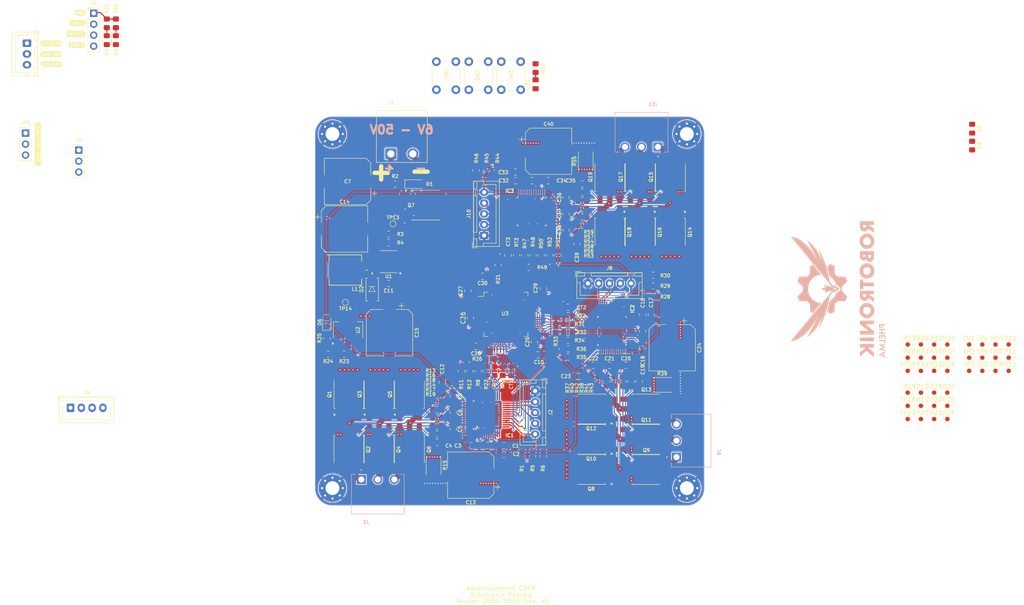
<source format=kicad_pcb>
(kicad_pcb (version 20240108) (generator "pcbnew") (generator_version "8.0")
  (title_block (title "Carte Asservissement Coupe de France de Robotique 2023") (date "2022-11-26") (rev "1") (company "Association Phelma Robotrononik") (comment 1 "Routage VRS") (comment 2 "Conception GD, GZ, AC"))
  (layers (0 "F.Cu" signal) (1 "In1.Cu" signal) (2 "In2.Cu" signal) (31 "B.Cu" signal) (34 "B.Paste" user) (35 "F.Paste" user) (36 "B.SilkS" user "B.Silkscreen") (37 "F.SilkS" user "F.Silkscreen") (38 "B.Mask" user) (39 "F.Mask" user) (44 "Edge.Cuts" user))
  (net 0 "")
  (net 1 "Net-(IC1-CP1)")
  (net 2 "GND")
  (net 3 "+5V")
  (net 4 "+3.3V")
  (net 5 "Net-(IC1-CP2)")
  (net 6 "+BATT")
  (net 7 "Net-(IC1-VREG)")
  (net 9 "Net-(IC1-CA)")
  (net 10 "Net-(IC1-SA)")
  (net 11 "Net-(U3-VCAP1)")
  (net 13 "/Info_Speed_C")
  (net 14 "Net-(IC1-SB)")
  (net 15 "Net-(IC1-CB)")
  (net 16 "Net-(IC1-SC)")
  (net 17 "Net-(IC1-CC)")
  (net 18 "/Speed_C")
  (net 20 "Net-(IC2-CP1)")
  (net 21 "Net-(IC2-CP2)")
  (net 22 "Net-(U1-BOOT)")
  (net 23 "Net-(IC2-VREG)")
  (net 24 "Net-(IC2-CA)")
  (net 25 "Net-(IC2-SA)")
  (net 27 "Net-(IC2-SB)")
  (net 28 "Net-(IC2-CB)")
  (net 29 "Net-(IC2-SC)")
  (net 31 "Net-(IC2-CC)")
  (net 32 "Net-(IC3-CP1)")
  (net 33 "Net-(IC1-RC_)")
  (net 34 "Net-(IC2-RC_)")
  (net 35 "Net-(D1-K)")
  (net 36 "Net-(IC3-CP2)")
  (net 38 "Net-(D3-K)")
  (net 40 "Net-(D4-K)")
  (net 41 "Net-(D5-K)")
  (net 43 "Net-(IC1-GLB)")
  (net 46 "Net-(IC1-H1_)")
  (net 47 "Net-(IC1-GLC)")
  (net 48 "Net-(IC1-CSP_)")
  (net 49 "Net-(IC1-GHA)")
  (net 50 "Net-(IC1-H3_)")
  (net 52 "Net-(IC1-GHC)")
  (net 54 "Net-(IC1-REF_)")
  (net 55 "Net-(IC1-GLA)")
  (net 56 "Net-(IC1-VDSTH_)")
  (net 57 "Net-(IC1-H2_)")
  (net 58 "Net-(IC1-RDEAD_)")
  (net 60 "Net-(IC1-GHB)")
  (net 61 "Net-(IC2-GLA)")
  (net 62 "Net-(IC2-CSP_)")
  (net 63 "Net-(IC2-VDSTH_)")
  (net 69 "Net-(IC2-GHC)")
  (net 76 "Net-(IC2-GHA)")
  (net 77 "Net-(IC2-GLB)")
  (net 78 "Net-(IC2-H2_)")
  (net 79 "Net-(IC2-GHB)")
  (net 81 "Net-(IC2-REF_)")
  (net 84 "Net-(IC2-H1_)")
  (net 85 "Net-(IC3-VREG)")
  (net 89 "Net-(IC2-H3_)")
  (net 90 "Net-(IC2-GLC)")
  (net 91 "Net-(IC2-RDEAD_)")
  (net 93 "Net-(J1-Pin_2)")
  (net 94 "Net-(IC3-SA)")
  (net 97 "Net-(IC3-CA)")
  (net 100 "Net-(IC3-CB)")
  (net 101 "SWCLK")
  (net 102 "SWDIO")
  (net 103 "Net-(JP1-C)")
  (net 104 "/TX")
  (net 105 "/RX")
  (net 106 "Net-(IC3-SB)")
  (net 107 "Net-(IC3-SC)")
  (net 108 "/I2C_CLK")
  (net 109 "/I2C_SDA")
  (net 110 "Net-(IC3-CC)")
  (net 111 "Net-(IC3-RC_)")
  (net 112 "Net-(D6-K)")
  (net 113 "Net-(IC1-CSOUT_)")
  (net 114 "/Info_Err_1_A")
  (net 115 "/Info_Speed_A")
  (net 116 "Net-(Q1-G)")
  (net 117 "Net-(Q2-G)")
  (net 118 "Net-(Q3-G)")
  (net 119 "Net-(Q4-G)")
  (net 120 "Net-(Q5-G)")
  (net 121 "Net-(Q6-G)")
  (net 122 "/Info_Err_2_A")
  (net 123 "Net-(Q8-G)")
  (net 124 "Net-(Q9-G)")
  (net 125 "Net-(Q10-G)")
  (net 126 "Net-(Q11-G)")
  (net 127 "Net-(Q12-G)")
  (net 128 "/Info_Dir_A")
  (net 129 "Net-(U3-BOOT0)")
  (net 130 "NRST")
  (net 132 "/Speed_A")
  (net 136 "/Action_Fault_A")
  (net 137 "/Brakes_A")
  (net 138 "/Dir_A")
  (net 139 "/Info_Err_2_B")
  (net 140 "Net-(IC2-CSOUT_)")
  (net 141 "/Info_Speed_B")
  (net 142 "/Action_Fault_B")
  (net 143 "/Brakes_B")
  (net 144 "/Dir_B")
  (net 145 "/Info_Err_1_B")
  (net 146 "/Info_Dir_B")
  (net 147 "/Speed_B")
  (net 150 "Net-(IC3-GLC)")
  (net 151 "Net-(IC3-GLA)")
  (net 152 "Net-(IC3-GHB)")
  (net 154 "Net-(IC3-H3_)")
  (net 155 "Net-(IC3-GHC)")
  (net 156 "Net-(IC3-CSOUT_)")
  (net 157 "Net-(IC3-H1_)")
  (net 158 "Net-(IC3-RDEAD_)")
  (net 159 "Net-(IC3-GLB)")
  (net 162 "Net-(IC3-GHA)")
  (net 163 "Net-(IC3-REF_)")
  (net 164 "Net-(IC3-CSP_)")
  (net 166 "Net-(IC3-VDSTH_)")
  (net 168 "Net-(IC3-H2_)")
  (net 173 "Net-(Q13-G)")
  (net 174 "Net-(Q14-G)")
  (net 175 "Net-(Q15-G)")
  (net 176 "Net-(Q16-G)")
  (net 177 "Net-(Q17-G)")
  (net 178 "Net-(Q18-G)")
  (net 179 "Net-(Q19-G)")
  (net 180 "Net-(U1-FB)")
  (net 181 "Net-(U2-ADJ)")
  (net 182 "/Current_Info_A")
  (net 183 "/Current_Info_B")
  (net 192 "Net-(D2-K)")
  (net 206 "/Disable_Drive")
  (net 207 "/Reset_Drive")
  (net 208 "/Mode_Drive")
  (net 209 "/Info_Err_2_C")
  (net 210 "/Dir_C")
  (net 211 "/Brakes_C")
  (net 212 "/Info_Dir_C")
  (net 213 "/Action_Fault_C")
  (net 214 "/Info_Err_1_C")
  (net 215 "/Current_Info_C")
  (net 216 "/I2C3_CLK")
  (net 217 "/I2C3_SDA")
  (footprint "Capacitor_SMD:C_0805_2012Metric_Pad1.18x1.45mm_HandSolder" (layer "F.Cu") (at 85.6 40.0375 -90)
    (property "Reference" "C31")
    (property "Value" "0.1nF")
  )
  (footprint "TestPoint:TestPoint_Pad_D1.0mm" (layer "F.Cu") (at 195.05 106.4)
    (property "Reference" "TP12")
    (property "Value" "TestPoint")
  )
  (footprint "Resistor_SMD:R_0805_2012Metric_Pad1.20x1.40mm_HandSolder" (layer "F.Cu") (at 96.399999 70.75)
    (property "Reference" "R56")
    (property "Value" "560")
  )
  (footprint "Package_TO_SOT_SMD:TO-252-2" (layer "F.Cu") (at 109.82 61.51 90)
    (property "Reference" "Q17")
    (property "Value" "QM6006D")
  )
  (footprint "A3930KJPTR-T:A3930KJPTRT" (layer "F.Cu") (at 74.505 116.625 180)
    (property "Reference" "IC1")
    (property "Value" "A3930KJPTR-T" (hide yes))
  )
  (footprint "Capacitor_SMD:C_0805_2012Metric_Pad1.18x1.45mm_HandSolder" (layer "F.Cu") (at 51.6 86.15 180)
    (property "Reference" "C11")
    (property "Value" "100nF")
  )
  (footprint "Resistor_SMD:R_0805_2012Metric_Pad1.20x1.40mm_HandSolder" (layer "F.Cu") (at 96.399999 72.65)
    (property "Reference" "R53")
    (property "Value" "560")
  )
  (footprint "Resistor_SMD:R_0805_2012Metric_Pad1.20x1.40mm_HandSolder" (layer "F.Cu") (at 62.8 121.05 180)
    (property "Reference" "R17")
    (property "Value" "560")
  )
  (footprint "Capacitor_SMD:C_0805_2012Metric_Pad1.18x1.45mm_HandSolder" (layer "F.Cu") (at 78.255 123.725)
    (property "Reference" "C1")
    (property "Value" "10uF")
  )
  (footprint "Resistor_SMD:R_0805_2012Metric_Pad1.20x1.40mm_HandSolder" (layer "F.Cu") (at 62.8 115.35 180)
    (property "Reference" "R16")
    (property "Value" "560")
  )
  (footprint "TestPoint:TestPoint_Pad_D1.0mm" (layer "F.Cu") (at 174.75 117.55)
    (property "Reference" "TP20")
    (property "Value" "TestPoint")
  )
  (footprint "Resistor_SMD:R_0805_2012Metric_Pad1.20x1.40mm_HandSolder" (layer "F.Cu") (at 76.925 81.899999 -90)
    (property "Reference" "R21")
    (property "Value" "10k")
  )
  (footprint "IHLP2525CZER100M01:IND_IHLP_2525_CZ-M" (layer "F.Cu") (at 41.6 83.05 180)
    (property "Reference" "L1")
    (property "Value" "10uH")
  )
  (footprint "Capacitor_SMD:C_0805_2012Metric_Pad1.18x1.45mm_HandSolder" (layer "F.Cu") (at 71.8 100.7125 180)
    (property "Reference" "C28")
    (property "Value" "100nF")
  )
  (footprint "Package_TO_SOT_SMD:TO-252-2" (layer "F.Cu") (at 116.8025 61.51 90)
    (property "Reference" "Q15")
    (property "Value" "QM6006D")
  )
  (footprint "Resistor_SMD:R_0805_2012Metric_Pad1.20x1.40mm_HandSolder" (layer "F.Cu") (at 75.2 103.65)
    (property "Reference" "R26")
    (property "Value" "4.7k")
  )
  (footprint "TestPoint:TestPoint_Pad_D1.0mm" (layer "F.Cu") (at 192 100.3)
    (property "Reference" "TP7")
    (property "Value" "TestPoint")
  )
  (footprint "Resistor_SMD:R_0805_2012Metric_Pad1.20x1.40mm_HandSolder" (layer "F.Cu") (at 85 79.65 90)
    (property "Reference" "R48")
    (property "Value" "2.2k")
  )
  (footprint "TestPoint:TestPoint_Pad_D1.0mm" (layer "F.Cu") (at 171.7 100.3)
    (property "Reference" "TP27")
    (property "Value" "TestPoint")
  )
  (footprint "Resistor_SMD:R_0805_2012Metric_Pad1.20x1.40mm_HandSolder" (layer "F.Cu") (at 76.8 59.949999 -90)
    (property "Reference" "R44")
    (property "Value" "56k")
  )
  (footprint "Connector_PinHeader_2.54mm:PinHeader_1x03_P2.54mm_Vertical" (layer "F.Cu") (at -20.085445 55.294555)
    (property "Reference" "J5")
    (property "Value" "Conn_01x03")
  )
  (footprint "MountingHole:MountingHole_3.2mm_M3_Pad_Via" (layer "F.Cu") (at 38.6 133.55)
    (property "Reference" "H3" (hide yes))
    (property "Value" "MountingHole_Pad")
  )
  (footprint "LED_SMD:LED_0805_2012Metric_Pad1.15x1.40mm_HandSolder" (layer "F.Cu") (at 186.6 50.325 90)
    (property "Reference" "D5")
    (property "Value" "LED")
  )
  (footprint "Capacitor_SMD:C_0805_2012Metric_Pad1.18x1.45mm_HandSolder" (layer "F.Cu") (at 85.325 99.699999 90)
    (property "Reference" "C25")
    (property "Value" "10nF")
  )
  (footprint "kibuzzard-637D4322" (layer "F.Cu") (at -20.61 28.37)
    (property "Reference" "kibuzzard-637D4322" (hide yes))
    (property "Value" "G***" (hide yes))
  )
  (footprint "TestPoint:TestPoint_Pad_D1.0mm" (layer "F.Cu") (at 185.9 100.3)
    (property "Reference" "TP1")
    (property "Value" "TestPoint")
  )
  (footprint "Resistor_SMD:R_0805_2012Metric_Pad1.20x1.40mm_HandSolder" (layer "F.Cu") (at 93.125 101.305 180)
    (property "Reference" "R36")
    (property "Value" "15k")
  )
  (footprint "Capacitor_SMD:C_0805_2012Metric_Pad1.18x1.45mm_HandSolder" (layer "F.Cu") (at 95.199999 77.05 -90)
    (property "Reference" "C39")
    (property "Value" "1uF")
  )
  (footprint "kibuzzard-637D4301" (layer "F.Cu") (at -20.31 25.87)
    (property "Reference" "kibuzzard-637D4301" (hide yes))
    (property "Value" "G***" (hide yes))
  )
  (footprint "Connector_JST:JST_XH_B5B-XH-A_1x05_P2.50mm_Vertical" (layer "F.Cu") (at 85.5 111.05 -90)
    (property "Reference" "J2")
    (property "Value" "Conn_01x05")
  )
  (footprint "Resistor_SMD:R_0805_2012Metric_Pad1.20x1.40mm_HandSolder" (layer "F.Cu") (at 112.8 86.75 180)
    (property "Reference" "R29")
    (property "Value" "56k")
  )
  (footprint "Resistor_SMD:R_0805_2012Metric_Pad1.20x1.40mm_HandSolder" (layer "F.Cu") (at 102 108.85 -90)
    (property "Reference" "R40")
    (property "Value" "560")
  )
  (footprint "TestPoint:TestPoint_Pad_D1.0mm" (layer "F.Cu") (at 171.7 106.4)
    (property "Reference" "TP29")
    (property "Value" "TestPoint")
  )
  (footprint "TestPoint:TestPoint_Pad_D1.0mm" (layer "F.Cu") (at 177.8 106.4)
    (property "Reference" "TP35")
    (property "Value" "TestPoint")
  )
  (footprint "Capacitor_SMD:C_0805_2012Metric_Pad1.18x1.45mm_HandSolder" (layer "F.Cu") (at 88.545 62.375 180)
    (property "Reference" "C35")
    (property "Value" "1uF")
  )
  (footprint "Resistor_SMD:R_0805_2012Metric_Pad1.20x1.40mm_HandSolder" (layer "F.Cu") (at 90.754999 79.625 90)
    (property "Reference" "R51")
    (property "Value" "47k")
  )
  (footprint "Resistor_SMD:R_0805_2012Metric_Pad1.20x1.40mm_HandSolder" (layer "F.Cu") (at 112.8 89.25 180)
    (property "Reference" "R28")
    (property "Value" "56k")
  )
  (footprint "Capacitor_SMD:C_0805_2012Metric_Pad1.18x1.45mm_HandSolder" (layer "F.Cu") (at 106.475 105.095 180)
    (property "Reference" "C20")
    (property "Value" "47nF")
  )
  (footprint "Capacitor_SMD:C_0805_2012Metric_Pad1.18x1.45mm_HandSolder" (layer "F.Cu") (at 95.7 107.65 180)
    (property "Reference" "C23")
    (property "Value" "1uF")
  )
  (footprint "TestPoint:TestPoint_Pad_D1.0mm" (layer "F.Cu") (at 192 106.4)
    (property "Reference" "TP9")
    (property "Value" "TestPoint")
  )
  (footprint "B170B:DIOM505270X240" (layer "F.Cu") (at 47.8 87.5605 -90)
    (property "Reference" "D2")
    (property "Value" "D_Filled")
  )
  (footprint "Resistor_SMD:R_0805_2012Metric_Pad1.20x1.40mm_HandSolder" (layer "F.Cu") (at 82.4 126.15 90)
    (property "Reference" "R1")
    (property "Value" "56k")
  )
  (footprint "Capacitor_SMD:C_0805_2012Metric_Pad1.18x1.45mm_HandSolder" (layer "F.Cu") (at 92.644999 73.8125 -90)
    (property "Reference" "C38")
    (property "Value" "47nF")
  )
  (footprint "TestPoint:TestPoint_Pad_D1.0mm" (layer "F.Cu") (at 177.8 114.5)
    (property "Reference" "TP22")
    (property "Value" "TestPoint")
  )
  (footprint "TestPoint:TestPoint_Pad_D1.0mm" (layer "F.Cu") (at 188.95 100.3)
    (property "Reference" "TP4")
    (property "Value" "TestPoint")
  )
  (footprint "Package_QFP:LQFP-64_10x10mm_P0.5mm" (layer "F.Cu") (at 78.725 93.299999)
    (property "Reference" "U3")
    (property "Value" "STM32F401RCTx")
  )
  (footprint "Capacitor_SMD:C_0805_2012Metric_Pad1.18x1.45mm_HandSolder" (layer "F.Cu") (at 80 106.45 90)
    (property "Reference" "CT1")
    (property "Value" "470pF")
  )
  (footprint "TestPoint:TestPoint_Pad_D1.0mm" (layer "F.Cu") (at 180.85 100.3)
    (property "Reference" "TP36")
    (property "Value" "TestPoint")
  )
  (footprint "Button_Switch_THT:SW_PUSH_6mm_H5mm" (layer "F.Cu") (at 70.15 41.3 90)
    (property "Reference" "SW2")
    (property "Value" "SW_Test")
  )
  (footprint "Package_TO_SOT_SMD:TO-252-2" (layer "F.Cu") (at 98.46 115.23 180)
    (property "Reference" "Q12")
    (property "Value" "QM6006D")
  )
  (footprint "Capacitor_SMD:C_0805_2012Metric_Pad1.18x1.45mm_HandSolder" (layer "F.Cu") (at 98.9375 105.095 180)
    (property "Reference" "C22")
    (property "Value" "47nF")
  )
  (footprint "Resistor_SMD:R_0805_2012Metric_Pad1.20x1.40mm_HandSolder" (layer "F.Cu") (at 83.1 79.65 -90)
    (property "Reference" "R47")
    (property "Value" "390K")
  )
  (footprint "Resistor_SMD:R_0805_2012Metric_Pad1.20x1.40mm_HandSolder" (layer "F.Cu") (at 93.1 93.650001 180)
    (property "Reference" "RT2")
    (property "Value" "56k")
  )
  (footprint "Capacitor_SMD:C_0805_2012Metric_Pad1.18x1.45mm_HandSolder" (layer "F.Cu") (at 87.425 87.299999 90)
    (property "Reference" "C29")
    (property "Value" "100nF")
  )
  (footprint "Resistor_SMD:R_0805_2012Metric_Pad1.20x1.40mm_HandSolder" (layer "F.Cu") (at 51.6 76.75)
    (property "Reference" "R4")
    (property "Value" "10k")
  )
  (footprint "Resistor_SMD:R_0805_2012Metric_Pad1.20x1.40mm_HandSolder" (layer "F.Cu") (at 68.445 106.475 -90)
    (property "Reference" "R11")
    (property "Value" "47k")
  )
  (footprint "Resistor_SMD:R_2512_6332Metric" (layer "F.Cu") (at 114.900001 109.65)
    (property "Reference" "R39")
    (property "Value" "0.018")
  )
  (footprint "Package_TO_SOT_SMD:TO-252-2" (layer "F.Cu") (at 98.46 129.23 180)
    (property "Reference" "Q8")
    (property "Value" "QM6006D")
  )
  (footprint "Resistor_SMD:R_0805_2012Metric_Pad1.20x1.40mm_HandSolder" (layer "F.Cu") (at -11.5 25.93 90)
    (property "Reference" "R20")
    (property "Value" "220")
  )
  (footprint "Resistor_SMD:R_0805_2012Metric_Pad1.20x1.40mm_HandSolder" (layer "F.Cu") (at 76.1 106.45 90)
    (property "Reference" "R7")
    (property "Value" "390K")
  )
  (footprint "Capacitor_SMD:C_0805_2012Metric_Pad1.18x1.45mm_HandSolder" (layer "F.Cu") (at 112.375 93.395 90)
    (property "Reference" "C17")
    (property "Value" "100nF")
  )
  (footprint "Package_TO_SOT_SMD:TO-252-2" (layer "F.Cu") (at 42.42 111.81 90)
    (property "Reference" "Q1")
    (property "Value" "QM6006D")
  )
  (footprint "Capacitor_SMD:C_0805_2012Metric_Pad1.18x1.45mm_HandSolder" (layer "F.Cu") (at 66.555 116.025 90)
    (property "Reference" "C6")
    (property "Value" "47nF")
  )
  (footprint "TestPoint:TestPoint_Pad_D1.0mm" (layer "F.Cu") (at 185.9 103.35)
    (property "Reference" "TP2")
    (property "Value" "TestPoint")
  )
  (footprint "Resistor_SMD:R_0805_2012Metric_Pad1.20x1.40mm_HandSolder" (layer "F.Cu") (at 74.3 59.949999 -90)
    (property "Reference" "R45")
    (property "Value" "56k")
  )
  (footprint "Resistor_SMD:R_0805_2012Metric_Pad1.20x1.40mm_HandSolder" (layer "F.Cu") (at 37.3 98.925 -90)
    (property "Reference" "R25")
    (property "Value" "150")
  )
  (footprint "Package_SO:SOIC-8-1EP_3.9x4.9mm_P1.27mm_EP2.41x3.3mm" (layer "F.Cu") (at 51.6 81.125 180)
    (property "Reference" "U1")
    (property "Value" "LMR16020PDDA")
  )
  (footprint "Resistor_SMD:R_0805_2012Metric_Pad1.20x1.40mm_HandSolder" (layer "F.Cu") (at 96.399999 68.85)
    (property "Reference" "R58")
    (property "Value" "560")
  )
  (footprint "TestPoint:TestPoint_Pad_D1.0mm" (layer "F.Cu") (at 174.75 106.4)
    (property "Reference" "TP32")
    (property "Value" "TestPoint")
  )
  (footprint "Resistor_SMD:R_0805_2012Metric_Pad1.20x1.40mm_HandSolder" (layer "F.Cu") (at 78 106.45 90)
    (property "Reference" "RT1")
    (property "Value" "56k")
  )
  (footprint "A3930KJPTR-T:A3930KJPTRT" (layer "F.Cu") (at 84.695 69.475)
    (property "Reference" "IC3")
    (property "Value" "A3930KJPTR-T" (hide yes))
  )
  (footprint "TestPoint:TestPoint_Pad_D1.0mm" (layer "F.Cu") (at 177.8 103.35)
    (property "Reference" "TP34")
    (property "Value" "TestPoint")
  )
  (footprint "Resistor_SMD:R_0805_2012Metric_Pad1.20x1.40mm_HandSolder" (layer "F.Cu") (at 88.854999 79.625 -90)
    (property "Reference" "R52")
    (property "Value" "15k")
  )
  (footprint "Capacitor_SMD:C_0805_2012Metric_Pad1.18x1.45mm_HandSolder" (layer "F.Cu") (at 64 109.05 90)
    (property "Reference" "C12")
    (property "Value" "1uF")
  )
  (footprint "TestPoint:TestPoint_Pad_D1.0mm" (layer "F.Cu") (at 177.8 111.45)
    (property "Reference" "TP21")
    (property "Value" "TestPoint")
  )
  (footprint "Package_TO_SOT_SMD:TO-252-2" (layer "F.Cu") (at 111.240001 129.2525)
    (property "Reference" "Q9")
    (property "Value" "QM6006D")
  )
  (footprint "Capacitor_SMD:C_0805_2012Metric_Pad1.18x1.45mm_HandSolder" (layer "F.Cu") (at 84.745 62.374999)
    (property "Reference" "C34")
    (property "Value" "470nF")
  )
  (footprint "kibuzzard-637D42F0" (layer "F.Cu") (at -19.71 23.47)
    (property "Reference" "kibuzzard-637D42F0" (hide yes))
    (property "Value" "G***" (hide yes))
  )
  (footprint "Resistor_SMD:R_0805_2012Metric_Pad1.20x1.40mm_HandSolder" (layer "F.Cu") (at 103.9 108.85 -90)
    (property "Reference" "R42")
    (property "Value" "560")
  )
  (footprint "Capacitor_SMD:C_0805_2012Metric_Pad1.18x1.45mm_HandSolder" (layer "F.Cu") (at 78.255 125.725)
    (property "Reference" "C2")
    (property "Value" "100nF")
  )
  (footprint "Package_TO_SOT_SMD:TO-252-2" (layer "F.Cu") (at 49.38 124.59 -90)
    (property "Reference" "Q4")
    (property "Value" "QM6006D")
  )
  (footprint "Connector_JST:JST_XH_B5B-XH-A_1x05_P2.50mm_Vertical" (layer "F.Cu") (at 73.7 75.05 90)
    (property "Reference" "J10")
    (property "Value" "Conn_01x05")
  )
  (footprint "TestPoint:TestPoint_Pad_D1.0mm" (layer "F.Cu") (at 41.6 90.55 180)
    (property "Reference" "TP14")
    (property "Value" "TestPoint")
  )
  (footprint "TestPoint:TestPoint_Pad_D1.0mm" (layer "F.Cu") (at 180.85 103.35)
    (property "Reference" "TP37")
    (property "Value" "TestPoint")
  )
  (footprint "Resistor_SMD:R_0805_2012Metric_Pad1.20x1.40mm_HandSolder" (layer "F.Cu") (at -13.6 25.93 90)
    (property "Reference" "R22")
    (property "Value" "220")
  )
  (footprint "kibuzzard-637D42CB" (layer "F.Cu") (at -26.51 35.37)
    (property "Reference" "kibuzzard-637D42CB" (hide yes))
    (property "Value" "G***" (hide yes))
  )
  (footprint "TestPoint:TestPoint_Pad_D1.0mm" (layer "F.Cu") (at 177.8 117.55)
    (property "Reference" "TP23")
    (property "Value" "TestPoint")
  )
  (footprint "Capacitor_SMD:C_0805_2012Metric_Pad1.18x1.45mm_HandSolder" (layer "F.Cu") (at 69.925 87.899999 90)
    (property "Reference" "C27")
    (property "Value" "100nF")
  )
  (footprint "Resistor_SMD:R_0805_2012Metric_Pad1.20x1.40mm_HandSolder" (layer "F.Cu") (at 100.1 108.85 -90)
    (property "Reference" "R37")
    (property "Value" "560")
  )
  (footprint "TestPoint:TestPoint_Pad_D1.0mm" (layer "F.Cu") (at 188.95 106.4)
    (property "Reference" "TP6")
    (property "Value" "TestPoint")
  )
  (footprint "Package_TO_SOT_SMD:TO-252-2" (layer "F.Cu") (at 56.42 124.59 -90)
    (property "Reference" "Q6")
    (property "Value" "QM6006D")
  )
  (footprint "TestPoint:TestPoint_Pad_D1.0mm" (layer "F.Cu") (at 174.75 111.45)
    (property "Reference" "TP18")
    (property "Value" "TestPoint")
  )
  (footprint "Package_TO_SOT_SMD:TO-252-2" (layer "F.Cu") (at 98.46 122.2475 180)
    (property "Reference" "Q10")
    (property "Value" "QM6006D")
  )
  (footprint "Capacitor_SMD:C_0805_2012Metric_Pad1.18x1.45mm_HandSolder" (layer "F.Cu") (at 66.555 112.2875 90)
    (property "Reference" "C9")
    (property "Value" "47nF")
  )
  (footprint "Connector_JST:JST_XH_B4B-XH-A_1x04_P2.50mm_Vertical" (layer "F.Cu") (at -22 114.95)
    (property "Reference" "J6")
    (property "Value" "I2C_Master_Odo")
  )
  (footprint "Resistor_SMD:R_0805_2012Metric_Pad1.20x1.40mm_HandSolder" (layer "F.Cu") (at 71.8 59.949999 -90)
    (property "Reference" "R46")
    (property "Value" "56k")
  )
  (footprint "MountingHole:MountingHole_3.2mm_M3_Pad_Via" (layer "F.Cu") (at 38.6 51.55)
    (property "Reference" "H1" (hide yes))
    (property "Value" "MountingHole_Pad")
  )
  (footprint "Resistor_SMD:R_0805_2012Metric_Pad1.20x1.40mm_HandSolder" (layer "F.Cu") (at 105.8 108.85 -90)
    (property "Reference" "R38")
    (property "Value" "560")
  )
  (footprint "Capacitor_SMD:C_0805_2012Metric_Pad1.18x1.45mm_HandSolder" (layer "F.Cu") (at 92.644999 66.275 -90)
    (property "Reference" "C36")
    (property "Value" "47nF")
  )
  (footprint "Resistor_SMD:R_0805_2012Metric_Pad1.20x1.40mm_HandSolder" (layer "F.Cu") (at 93.125 103.205)
    (property "Reference" "R35")
    (property "Value" "47k")
  )
  (footprint "TestPoint:TestPoint_Pad_D1.0mm" (layer "F.Cu") (at 180.85 117.55)
    (property "Reference" "TP26")
    (property "Value" "TestPoint")
  )
  (footprint "Capacitor_SMD:C_0805_2012Metric_Pad1.18x1.45mm_HandSolder" (layer "F.Cu") (at 92.644999 70.075 -90)
    (property "Reference" "C37")
    (property "Value" "47nF")
  )
  (footprint "Resistor_SMD:R_0805_2012Metric_Pad1.20x1.40mm_HandSolder" (layer "F.Cu") (at 51.6 74.75 180)
    (property "Reference" "R3")
    (property "Value" "56k")
  )
  (footprint "kibuzzard-637D42C2" (layer "F.Cu") (at -26.61 33.07)
    (property "Reference" "kibuzzard-637D42C2" (hide yes))
    (property "Value" "G***" (hide yes))
  )
  (footprint "Capacitor_SMD:C_0805_2012Metric_Pad1.18x1.45mm_HandSolder" (layer "F.Cu") (at 110.375 100.995001 90)
    (property "Reference" "C19")
    (property "Value" "1uF")
  )
  (footprint "Resistor_SMD:R_0805_2012Metric_Pad1.20x1.40mm_HandSolder" (layer "F.Cu") (at 96.399999 65.05)
    (property "Reference" "R57")
    (property "Value" "560")
  )
  (footprint "TestPoint:TestPoint_Pad_D1.0mm" (layer "F.Cu") (at 185.9 106.4)
    (property "Reference" "TP3")
    (property "Value" "TestPoint")
  )
  (footprint "Resistor_SMD:R_0805_2012Metric_Pad1.20x1.40mm_HandSolder" (layer "F.Cu") (at 62.8 119.15 180)
    (property "Reference" "R14")
    (property "Value" "560")
  )
  (footprint "Capacitor_SMD:C_0805_2012Metric_Pad1.18x1.45mm_HandSolder" (layer "F.Cu") (at 86.125 102.699999)
    (property "Reference" "C10")
    (property "Value" "4.7uF")
  )
  (footprint "TerminalBlockBend:CUI_TBP01R1-508-02BE" (layer "F.Cu") (at 52.12 56.15)
    (property "Reference" "J1")
    (property "Value" "Connecteur batterie")
  )
  (footprint "Capacitor_SMD:CP_Elec_10x10.5" (layer "F.Cu") (at 88.6 55.55)
    (property "Reference" "C40")
    (property "Value" "470uF")
  )
  (footprint "Resistor_SMD:R_0805_2012Metric_Pad1.20x1.40mm_HandSolder" (layer "F.Cu") (at 72.3 106.45 90)
    (property "Reference" "R8")
    (property "Value" "100k")
  )
  (footprint "Package_TO_SOT_SMD:TO-252-2" (layer "F.Cu") (at 109.797499 74.29 -90)
    (property "Reference" "Q16")
    (property "Value" "QM6006D")
  )
  (footprint "TestPoint:TestPoint_Pad_D1.0mm" (layer "F.Cu") (at 180.85 114.5)
    (property "Reference" "TP25")
    (property "Value" "TestPoint")
  )
  (footprint "Resistor_SMD:R_0805_2012Metric_Pad1.20x1.40mm_HandSolder" (layer "F.Cu") (at 112.8 84.25 180)
    (property "Reference" "R30")
    (property "Value" "56k")
  )
  (footprint "Connector_JST:JST_XH_B3B-XH-A_1x03_P2.50mm_Vertical" (layer "F.Cu") (at -32.075 30.53 -90)
    (property "Reference" "J7" (hide yes))
    (property "Value" "I2C_Slave")
  )
  (footprint "MountingHole:MountingHole_3.2mm_M3_Pad_Via" (layer "F.Cu") (at 120.6 51.55)
    (property "Reference" "H2" (hide yes))
    (property "Value" "MountingHole_Pad")
  )
  (footprint "Capacitor_SMD:C_0805_2012Metric_Pad1.18x1.45mm_HandSolder" (layer "F.Cu") (at 110.375 97.195001 -90)
    (property "Reference" "C18")
    (property "Value" "470nF")
  )
  (footprint "Package_TO_SOT_SMD:SOT-223-3_TabPin2" (layer "F.Cu") (at 42.2 96.95 90)
    (property "Reference" "U2")
    (property "Value" "LM317_SOT-223")
  )
  (footprint "Package_TO_SOT_SMD:TO-252-2" (layer "F.Cu") (at 111.240001 115.23)
    (property "Reference" "Q13")
    (property "Value" "QM6006D")
  )
  (footprint "Connector_PinHeader_2.54mm:PinHeader_1x03_P2.54mm_Vertical" (layer "F.Cu") (at -32.4 51.35)
    (property "Reference" "JP1")
    (property "Value" "Jumper_3_Open")
  )
  (footprint "TestPoint:TestPoint_Pad_D1.0mm" (layer "F.Cu") (at 171.7 103.35)
    (property "Reference" "TP28")
    (property "Value" "TestPoint")
  )
  (footprint "Resistor_SMD:R_0805_2012Metric_Pad1.20x1.40mm_HandSolder" (layer "F.Cu") (at 62.8 117.25 180)
    (property "Reference" "R18")
    (property "Value" "560")
  )
  (footprint "Package_TO_SOT_SMD:TO-252-2" (layer "F.Cu") (at 56.42 111.81 90)
    (property "Reference" "Q5")
    (property "Value" "QM6006D")
  )
  (footprint "Capacitor_SMD:C_0805_2012Metric_Pad1.18x1.45mm_HandSolder" (layer "F.Cu") (at 79.2 79.65 -90)
    (property "Reference" "CT3")
    (property "Value" "470pF")
  )
  (footprint "kibuzzard-637D42B7" (layer "F.Cu") (at -26.61 30.57)
    (property "Reference" "kibuzzard-637D42B7" (hide yes))
    (property "Value" "G***" (hide yes))
  )
  (footprint "Capacitor_SMD:CP_Elec_10x10.5" (layer "F.Cu") (at 70.6 130.55 180)
    (property "Reference" "C13")
    (property "Value" "470uF")
  )
  (footprint "Connector_JST:JST_XH_B5B-XH-A_1x05_P2.50mm_Vertical" (layer "F.Cu") (at 97.7 86.150001)
    (property "Reference" "J8")
    (property "Value" "Conn_01x05")
  )
  (footprint "Resistor_SMD:R_0805_2012Metric_Pad1.20x1.40mm_HandSolder" (layer "F.Cu") (at 93.1 95.550001 180)
    (property "Reference" "R31")
    (property "Value" "390K")
  )
  (footprint "Diode_SMD:D_SOD-123" (layer "F.Cu") (at 57.7 63.15)
    (property "Reference" "D1")
    (property "Value" "D_Zener")
  )
  (footprint "TestPoint:TestPoint_Pad_D1.0mm" (layer "F.Cu") (at 171.7 111.45)
    (property "Reference" "TP15")
    (property "Value" "TestPoint")
  )
  (footprint "Capacitor_SMD:C_0805_2012Metric_Pad1.18x1.45mm_HandSolder" (layer "F.Cu") (at 80.945 60.374999 180)
    (property "Reference" "C33")
    (property "Value" "100nF")
  )
  (footprint "TestPoint:TestPoint_Pad_D1.0mm" (layer "F.Cu") (at 180.85 111.45)
    (property "Reference" "TP24")
    (property "Value" "TestPoint")
  )
  (footprint "Capacitor_SMD:C_0805_2012Metric_Pad1.18x1.45mm_HandSolder" (layer "F.Cu") (at 66.555 119.825 90)
    (property "Reference" "C5")
    (property "Value" "47nF")
  )
  (footprint "Capacitor_SMD:CP_Elec_10x10.5" (layer "F.Cu") (at 42.1 62.55 180)
    (property "Reference" "C7")
    (property "Value" "470uF")
  )
  (footprint "Capacitor_SMD:C_0805_2012Metric_Pad1.18x1.45mm_HandSolder" (layer "F.Cu") (at 70.525 94.137499 90)
    (property "Reference" "C26")
    (property "Value" "1uF")
  )
  (footprint "TestPoint:TestPoint_Pad_D1.0mm" (layer "F.Cu") (at 177.8 100.3)
    (property "Reference" "TP33")
    (property "Value" "TestPoint")
  )
  (footprint "Resistor_SMD:R_0805_2012Metric_Pad1.20x1.40mm_HandSolder" (layer "F.Cu") (at 37.6 102.55 180)
    (property "Reference" "R24")
    (property "Value" "3k9")
  )
  (footprint "Capacitor_SMD:C_0805_2012Metric_Pad1.18x1.45mm_HandSolder" (layer "F.Cu") (at 110.375 93.395 90)
    (property "Reference" "C16")
    (property "Value" "10uF")
  )
  (footprint "Button_Switch_THT:SW_PUSH_6mm_H5mm" (layer "F.Cu") (at 62.65 41.3 90)
    (property "Reference" "SW1")
    (property "Value" "SW_Push")
  )
  (footprint "Package_TO_SOT_SMD:TO-252-2" (layer "F.Cu") (at 116.779999 74.29 -90)
    (property "Reference" "Q14")
    (property "Value" "QM6006D")
  )
  (footprint "Capacitor_SMD:C_0805_2012Metric_Pad1.18x1.45mm_HandSolder" (layer "F.Cu") (at 102.675 105.095 180)
    (property "Reference" "C21")
    (property "Value" "47nF")
  )
  (footprint "TestPoint:TestPoint_Pad_D1.0mm" (layer "F.Cu") (at 188.95 103.35)
    (property "Reference" "TP5")
    (property "Value" "TestPoint")
  )
  (footprint "Package_TO_SOT_SMD:TO-252-2" (layer "F.Cu") (at 42.3975 124.59 -90)
    (property "Reference" "Q2")
    (property "Value" "QM6006D")
  )
  (footprint "TestPoint:TestPoint_Pad_D1.0mm" (layer "F.Cu") (at 174.75 114.5)
    (property "Reference" "TP19")
    (property "Value" "TestPoint")
  )
  (footprint "Resistor_SMD:R_0805_2012Metric_Pad1.20x1.40mm_HandSolder" (layer "F.Cu") (at 107.7 108.85 -90)
    (property "Reference" "R41")
    (property "Value" "560")
  )
  (footprint "TestPoint:TestPoint_Pad_D1.0mm" (layer "F.Cu") (at 174.75 100.3)
    (property "Reference" "TP30")
    (property "Value" "TestPoint")
  )
  (footprint "LED_SMD:LED_0805_2012Metric_Pad1.15x1.40mm_HandSolder" (layer "F.Cu") (at -13.6 29.83 -90)
    (property "Reference" "D4")
    (property "Value" "LED")
  )
  (footprint "Capacitor_SMD:CP_Elec_10x10.5" (layer "F.Cu") (at 117.2 101.05 -90)
    (property "Reference" "C24")
    (property "Value" "470uF")
  )
  (footprint "TestPoint:TestPoint_Pad_D1.0mm" (layer "F.Cu") (at 195.05 103.35)
    (property "Reference" "TP11")
    (property "Value" "TestPoint")
  )
  (footprint "Resistor_SMD:R_0805_2012Metric_Pad1.20x1.40mm_HandSolder" (layer "F.Cu") (at 86.9 79.65 -90)
    (property "Reference" "R50")
    (property "Value" "100k")
  )
  (footprint "Resistor_SMD:R_0805_2012Metric_Pad1.20x1.40mm_HandSolder" (layer "F.Cu") (at 84.9 126.15 90)
    (property "Reference" "R5")
    (property "Value" "56k")
  )
  (footprint "Resistor_SMD:R_0805_2012Metric_Pad1.20x1.40mm_HandSolder" (layer "F.Cu") (at 41.3 102.55 180)
    (property "Reference" "R23")
    (property "Value" "2k4")
  )
  (footprint "Resistor_SMD:R_0805_2012Metric_Pad1.20x1.40mm_HandSolder" (layer "F.Cu") (at 85.6 36.3 -90)
    (property "Reference" "R10")
    (property "Value" "10k")
  )
  (footprint "LED_SMD:LED_0805_2012Metric_Pad1.15x1.40mm_HandSolder" (layer "F.Cu") (at 37.3 95.125 90)
    (property "Reference" "D6")
    (property "Value" "LED")
  )
  (footprint "Resistor_SMD:R_2512_6332Metric" (layer "F.Cu") (at 62 128.25 -90)
    (property "Reference" "R15")
    (property "Value" "0.018")
  )
  (footprint "Resistor_SMD:R_0805_2012Metric_Pad1.20x1.40mm_HandSolder" (layer "F.Cu") (at 93.1 99.350001 180)
    (property "Reference" "R34")
    (property "Value" "100k")
  )
  (footprint "MountingHole:MountingHole_3.2mm_M3_Pad_Via" (layer "F.Cu") (at 120.6 133.55)
    (property "Reference" "H4" (hide yes))
    (property "Value" "MountingHole_Pad")
  )
  (footprint "TestPoint:TestPoint_Pad_D1.0mm" (layer "F.Cu") (at 192 103.35)
    (property "Reference" "TP8")
    (property "Value" "TestPoint")
  )
  (footprint "Package_TO_SOT_SMD:TO-252-2" (layer "F.Cu") (at 60.34 68.03)
    (property "Reference" "Q7")
    (property "Value" "Q_NMOS_GDS")
  )
  (footprint "Package_TO_SOT_SMD:TO-252-2" (layer "F.Cu") (at 111.240001 122.27)
    (property "Reference" "Q11")
    (property "Value" "QM6006D")
  )
  (footprint "Capacitor_SMD:C_0805_2012Metric_Pad1.18x1.45mm_HandSolder" (layer "F.Cu") (at 70.655 123.725)
    (property "Reference" "C4")
    (property "Value" "1uF")
  )
  (footprint "TestPoint:TestPoint_Pad_D1.0mm" (layer "F.Cu") (at 171.7 117.55)
    (property "Reference" "TP17")
    (property "Value" "TestPoint")
  )
  (footprint "Capacitor_SMD:C_0805_2012Metric_Pad1.18x1.45mm_HandSolder" (layer "F.Cu") (at 80.945 62.374999 180)
    (property "Reference" "C32")
    (property "Value" "10uF")
  )
  (footprint "Resistor_SMD:R_0805_2012Metric_Pad1.20x1.40mm_HandSolder" (layer "F.Cu") (at 74.2 106.45 -90)
    (property "Reference" "R27")
    (property "Value" "2.2k")
  )
  (footprint "TestPoint:TestPoint_Pad_D1.0mm" (layer "F.Cu") (at 52.6 72.35)
    (property "Reference" "TP13")
    (property "Value" "TestPoint")
  )
  (footprint "Capacitor_SMD:C_0805_2012Metric_Pad1.18x1.45mm_HandSolder" (layer "F.Cu") (at 93.1 91.650001 180)
    (property "Reference" "CT2")
    (property "Value" "470pF")
  )
  (footprint "Button_Switch_THT:SW_PUSH_6mm_H5mm" (layer "F.Cu") (at 77.65 41.3 90)
    (property "Reference" "SW3")
    (property "Value" "SW_Reset")
  )
  (footprint "Capacitor_SMD:CP_Elec_10x10.5" (layer "F.Cu") (at 41.4 73.55)
    (property "Reference" "C14")
    (property "Value" "220uF")
  )
  (footprint "Resistor_SMD:R_0805_2012Metric_Pad1.20x1.40mm_HandSolder" (layer "F.Cu") (at 62.8 113.45 180)
    (property "Reference" "R13")
    (property "Value" "560")
  )
  (footprint "Resistor_SMD:R_0805_2012Metric_Pad1.20x1.40mm_HandSolder" (layer "F.Cu") (at 93.1 97.450001)
    (property "Reference" "R32")
    (property "Value" "2.2k")
  )
  (footprint "Connector_PinHeader_2.54mm:PinHeader_1x04_P2.54mm_Vertical" (layer "F.Cu") (at -16.63 23.588)
    (property "Reference" "J4")
    (property "Value" "Connecteur Programmation")
  )
  (footprint "Resistor_SMD:R_0805_2012Metric_Pad1.20x1.40mm_HandSolder" (layer "F.Cu") (at 90.3 96.450001 90)
    (property "Reference" "R33")
    (property "Value" "4.7k")
  )
  (footprint "kibuzzard-637D4331" (layer "F.Cu") (at -20.41 30.97)
    (property "Reference" "kibuzzard-637D4331" (hide yes))
    (property "Value" "G***" (hide yes))
  )
  (footprint "TestPoint:TestPoint_Pad_D1.0mm" (layer "F.Cu") (at 174.75 103.35)
    (property "Reference" "TP31")
    (property "Value" "TestPoint")
  )
  (footprint "kibuzzard-637D428D" (layer "F.Cu") (at -29.5 53.895 90)
    (property "Reference" "kibuzzard-637D428D" (hide yes))
    (property "Value" "G***" (hide yes))
  )
  (footprint "Capacitor_SMD:C_0805_2012Metric_Pad1.18x1.45mm_HandSolder" (layer "F.Cu") (at 74.455 123.725 180)
    (property "Reference" "C3")
    (property "Value" "470nF")
  )
  (footprint "Resistor_SMD:R_2512_6332Metric" (layer "F.Cu") (at 97.2 57.85 90)
    (property "Reference" "R55")
    (property "Value" "0.018")
  )
  (footprint "Resistor_SMD:R_0805_2012Metric_Pad1.20x1.40mm_HandSolder" (layer "F.Cu") (at 62.8 122.95 180)
    (property "Reference" "R19")
    (property "Value" "560")
  )
  (footprint "TestPoint:TestPoint_Pad_D1.0mm" (layer "F.Cu") (at 195.05 100.3)
    (property "Reference" "TP10")
    (property "Value" "TestPoint")
  )
  (footprint "Resistor_SMD:R_0805_2012Metric_Pad1.20x1.40mm_HandSolder" (layer "F.Cu") (at 186.6 54.225 -90)
    (property "Reference" "R9")
    (property "Value" "220")
  )
  (footprint "LED_SMD:LED_0805_2012Metric_Pad1.15x1.40mm_HandSolder" (layer "F.Cu") (at -11.5 29.83 -90)
    (property "Reference" "D3")
    (property "Value" "LED")
  )
  (footprint "Capacitor_SMD:C_0805_2012Metric_Pad1.18x1.45mm_HandSolder" (layer "F.Cu") (at 73.325 84.499999 180)
    (property "Reference" "C30")
    (property "Value" "100nF")
  )
  (footprint "Resistor_SMD:R_0805_2012Metric_Pad1.20x1.40mm_HandSolder" (layer "F.Cu") (at 96.399999 66.95)
    (property "Reference" "R54")
    (property "Value" "560")
  )
  (footprint "Capacitor_SMD:CP_Elec_10x10.5" (layer "F.Cu") (at 51.8 97.55 -90)
    (property "Reference" "C15")
    (property "Value" "100uF")
  )
  (footprint "Resistor_SMD:R_0805_2012Metric_Pad1.20x1.40mm_HandSolder" (layer "F.Cu") (at 87.4 126.15 90)
    (property "Reference" "R6")
    (property "Value" "56k")
  )
  (footprint "Resistor_SMD:R_0805_2012Metric_Pad1.20x1.40mm_HandSolder" (layer "F.Cu") (at 96.399999 63.15)
    (property "Reference" "R59")
    (property "Value" "560")
  )
  (footprint "Resistor_SMD:R_0805_2012Metric_Pad1.20x1.40mm_HandSolder" (layer "F.Cu") (at 81.2 79.65 -90)
    (property "Reference" "RT3")
    (property "Value" "56k")
  )
  (footprint "TestPoint:TestPoint_Pad_D1.0mm" (layer "F.Cu") (at 180.85 106.4)
    (property "Reference" "TP38")
    (property "Value" "TestPoint")
  )
  (footprint "Resistor_SMD:R_0805_2012Metric_Pad1.20x1.40mm_HandSolder" (layer "F.Cu") (at 84 82.45 180)
    (property "Reference" "R49")
    (property "Value" "4.7k")
  )
  (footprint "Resistor_SMD:R_0805_2012Metric_Pad1.20x1.40mm_HandSolder" (layer "F.Cu") (at 53.1 63.15)
    (property "Reference" "R2")
    (property "Value" "56k")
  )
  (footprint "Package_TO_SOT_SMD:TO-252-2" (layer "F.Cu") (at 102.78 61.51 90)
    (property "Reference" "Q19")
    (property "Value" "QM6006D")
  )
  (footprint "Resistor_SMD:R_0805_2012Metric_Pad1.20x1.40mm_HandSolder" (layer "F.Cu") (at 109.600001 108.85 -90)
    (property "Reference" "R43")
    (property "Value" "560")
  )
  (footprint "Resistor_SMD:R_0805_2012Metric_Pad1.20x1.40mm_HandSolder" (layer "F.Cu") (at 70.345 106.475 90)
    (property "Reference" "R12")
    (property "Value" "15k")
  )
  (footprint "TestPoint:TestPoint_Pad_D1.0mm" (layer "F.Cu") (at 171.7 114.5)
    (property "Reference" "TP16")
    (property "Value" "TestPoint")
  )
  (footprint "Package_TO_SOT_SMD:TO-252-2" (layer "F.Cu") (at 49.4025 111.81 90)
    (property "Reference" "Q3")
    (property "Value" "QM6006D")
  )
  (footprint "A3930KJPTR-T:A3930KJPTRT" (layer "F.Cu") (at 103.275 97.145001 -90)
    (property "Reference" "IC2")
    (property "Value" "A3930KJPTR-T" (hide yes))
  )
  (footprint "Package_TO_SOT_SMD:TO-252-2" (layer "F.Cu") (at 102.779999 74.29 -90)
    (property "Reference" "Q18")
    (property "Value" "QM6006D")
  )
  (footprint "TerminalBlockBend:CUI_TBP02R1-381-03BE" (layer "B.Cu") (at 45.29 131.55)
    (property "Reference" "J3")
    (property "Value" "Conn_01x03")
  )
  (footprint "logo:robotronik" (layer "B.Cu") (at 153.043303 87.412182 -90)
    (property "Reference" "G***" (hide yes))
    (property "Value" "LOGO" (hide yes))
  )
  (footprint "TerminalBlockBend:CUI_TBP02R1-381-03BE" (layer "B.Cu") (at 118.2 126.36 90)
    (property "Reference" "J9")
    (property "Value" "Conn_01x03")
  )
  (footprint "TerminalBlockBend:CUI_TBP02R1-381-03BE" (layer "B.Cu") (at 113.91 54.550001 180)
    (property "Reference" "J11")
    (property "Value" "Conn_01x03")
  )
  (gr_line (start 120.6 137.55) (end 38.6 137.55) (stroke (width 0.1)) (layer "Edge.Cuts"))
  (gr_line (start 38.6 47.55) (end 120.6 47.55) (stroke (width 0.1)) (layer "Edge.Cuts"))
  (gr_arc (start 38.6 137.55) (mid 35.771573 136.378427) (end 34.6 133.55) (stroke (width 0.1)) (layer "Edge.Cuts"))
  (gr_arc (start 120.6 47.55) (mid 123.428427 48.721573) (end 124.6 51.55) (stroke (width 0.1)) (layer "Edge.Cuts"))
  (gr_line (start 124.6 51.55) (end 124.6 133.55) (stroke (width 0.1)) (layer "Edge.Cuts"))
  (gr_line (start 34.6 133.55) (end 34.6 51.55) (stroke (width 0.1)) (layer "Edge.Cuts"))
  (gr_arc (start 124.6 133.55) (mid 123.428427 136.378427) (end 120.6 137.55) (stroke (width 0.1)) (layer "Edge.Cuts"))
  (gr_arc (start 34.6 51.55) (mid 35.771573 48.721573) (end 38.6 47.55) (stroke (width 0.1)) (layer "Edge.Cuts"))
  (gr_text "+" (at 51.6 59.55 90) (layer "B.SilkS") (effects (font (size 2 2) (thickness 0.5)) (justify mirror)))
  (gr_text "6V - 50V" (at 54.6 50.55 0) (layer "B.SilkS") (effects (font (size 2 2) (thickness 0.5)) (justify mirror)))
  (gr_text "-\n" (at 59.1 59.4484 0) (layer "B.SilkS") (effects (font (size 2 2) (thickness 0.5)) (justify mirror)))
  (gr_text "Version 2024/2025 (rev. 4)" (at 77.8032 159.709 0) (layer "F.SilkS") (effects (font (size 1 1))))
  (gr_text "-\n" (at 59.1 60.55 180) (layer "F.SilkS") (effects (font (size 4 4) (thickness 1))))
  (gr_text "Asservissement CDFR\nRobotronik Phelma" (at 77.6 157.55 0) (layer "F.SilkS") (effects (font (size 1 1))))
  (gr_text "+" (at 49.6 60.55 90) (layer "F.SilkS") (effects (font (size 4 4) (thickness 1))))
  (segment (start 74.255 122.8875) (end 73.4175 123.725) (width 0.25) (layer "F.Cu") (net 1))
  (segment (start 74.255 120.925) (end 74.255 122.8875) (width 0.25) (layer "F.Cu") (net 1))
  (segment (start 84.4 90.049999) (end 83.000001 90.049999) (width 0.25) (layer "F.Cu") (net 2))
  (segment (start 62 131.2125) (end 61.2375 131.2125) (width 1.25) (layer "F.Cu") (net 2))
  (segment (start 110.4 103.15) (end 110.4 102.0575) (width 0.25) (layer "F.Cu") (net 2))
  (segment (start 110.375 92.3575) (end 112.375 92.3575) (width 0.25) (layer "F.Cu") (net 2))
  (segment (start 94.4 53.65) (end 99.2 53.65) (width 1.25) (layer "F.Cu") (net 2))
  (segment (start 73.255 113.725) (end 73.255 115.375) (width 0.25) (layer "F.Cu") (net 2))
  (segment (start 85.945 73.775) (end 85.945 72.375) (width 0.25) (layer "F.Cu") (net 2))
  (segment (start 106.175 97.895) (end 104.025 97.895) (width 0.25) (layer "F.Cu") (net 2))
  (segment (start 85.445 65.175) (end 85.445 66.575) (width 0.25) (layer "F.Cu") (net 2))
  (segment (start 86.366232 75.753768) (end 85.945 75.332536) (width 0.25) (layer "F.Cu") (net 2))
  (segment (start 117.5 105.25) (end 119.1 106.85) (width 1.25) (layer "F.Cu") (net 2))
  (segment (start 89.6075 62.35) (end 89.5825 62.375) (width 0.25) (layer "F.Cu") (net 2))
  (segment (start 80.055 105.4675) (end 80 105.4125) (width 0.5) (layer "F.Cu") (net 2))
  (segment (start 75.5 97.65) (end 75.5 98.949999) (width 0.25) (layer "F.Cu") (net 2))
  (segment (start 97.2 54.8875) (end 93.4625 54.8875) (width 1.25) (layer "F.Cu") (net 2))
  (segment (start 52.6 78.75) (end 52.6 76.75) (width 0.5) (layer "F.Cu") (net 2))
  (segment (start 72.833768 110.346232) (end 73.255 110.767464) (width 0.25) (layer "F.Cu") (net 2))
  (segment (start 92.8 55.55) (end 92.8 55.25) (width 1.25) (layer "F.Cu") (net 2))
  (segment (start 117.8625 109.65) (end 117.8625 110.4125) (width 1.25) (layer "F.Cu") (net 2))
  (segment (start 75.5 98.949999) (end 75.475 98.974999) (width 0.25) (layer "F.Cu") (net 2))
  (segment (start 92.8 55.25) (end 94.4 53.65) (width 1.25) (layer "F.Cu") (net 2))
  (segment (start 85.945 70.725) (end 84.695 69.475) (width 0.25) (layer "F.Cu") (net 2))
  (segment (start 82 98.949999) (end 81.975 98.974999) (width 0.25) (layer "F.Cu") (net 2))
  (segment (start 76.1 103.75) (end 76.2 103.65) (width 0.5) (layer "F.Cu") (net 2))
  (segment (start 75.255 113.725) (end 75.255 115.875) (width 0.25) (layer "F.Cu") (net 2))
  (segment (start 91 101.35) (end 91.045 101.305) (width 0.5) (layer "F.Cu") (net 2))
  (segment (start 96.996232 98.816232) (end 97.417464 98.395) (width 0.25) (layer "F.Cu") (net 2))
  (segment (start 80 105.4125) (end 78.0375 105.4125) (width 0.5) (layer "F.Cu") (net 2))
  (segment (start 81.1625 80.6875) (end 81.2 80.65) (width 0.5) (layer "F.Cu") (net 2))
  (segment (start 83.000001 90.049999) (end 83 90.05) (width 0.25) (layer "F.Cu") (net 2))
  (segment (start 45.6 73.55) (end 45.6 79.209999) (width 0.5) (layer "F.Cu") (net 2))
  (segment (start 110.4 102.0575) (end 110.375 102.0325) (width 0.25) (layer "F.Cu") (net 2))
  (segment (start 109.25 98.090038) (end 109.054962 97.895) (width 0.25) (layer "F.Cu") (net 2))
  (segment (start 119.1 106.85) (end 119.1 111.65) (width 1.25) (layer "F.Cu") (net 2))
  (segment (start 85.445 63.695038) (end 85.445 65.175) (width 0.25) (layer "F.Cu") (net 2))
  (segment (start 107.575 97.895) (end 106.175 97.895) (width 0.25) (layer "F.Cu") (net 2))
  (segment (start 92.0625 91.65) (end 92.0625 93.6125) (width 0.5) (layer "F.Cu") (net 2))
  (segment (start 78.0375 105.4125) (end 78 105.45) (width 0.5) (layer "F.Cu") (net 2))
  (segment (start 75.475 88.825) (end 75.5 88.85) (width 0.25) (layer "F.Cu") (net 2))
  (segment (start 100.375 96.395) (end 102.525 96.395) (width 0.25) (layer "F.Cu") (net 2))
  (segment (start 59.35 63.15) (end 60.4 63.15) (width 0.5) (layer "F.Cu") (net 2))
  (segment (start 79.2 80.6875) (end 81.1625 80.6875) (width 0.5) (layer "F.Cu") (net 2))
  (segment (start 117.8625 105.9125) (end 117.2 105.25) (width 1.25) (layer "F.Cu") (net 2))
  (segment (start 62 131.2125) (end 65.7375 131.2125) (width 1.25) (layer "F.Cu") (net 2))
  (segment (start 97.417464 98.395) (end 98.975 98.395) (width 0.25) (layer "F.Cu") (net 2))
  (segment (start 49.125 81.76) (end 50.965 81.76) (width 0.5) (layer "F.Cu") (net 2))
  (segment (start 88.9 81.75) (end 88.855 81.705) (width 0.5) (layer "F.Cu") (net 2))
  (segment (start 83.945 72.375) (end 83.945 70.225) (width 0.25) (layer "F.Cu") (net 2))
  (segment (start 92.0625 93.6125) (end 92.1 93.65) (width 0.5) (layer "F.Cu") (net 2))
  (segment (start 85.945 75.332536) (end 85.945 73.775) (width 0.25) (layer "F.Cu") (net 2))
  (segment (start 66.4 130.55) (end 66.4 130.85) (width 1.25) (layer "F.Cu") (net 2))
  (segment (start 68.5 123.75) (end 69.5925 123.75) (width 0.25) (layer "F.Cu") (net 2))
  (segment (start 70.345 104.395) (end 70.345 105.475) (width 0.5) (layer "F.Cu") (net 2))
  (segment (start 83.945 73.775) (end 83.945 72.375) (width 0.25) (layer "F.Cu") (net 2))
  (segment (start -13.6 24.93) (end -11.5 24.93) (width 0.25) (layer "F.Cu") (net 2))
  (segment (start 90.7 62.35) (end 89.6075 62.35) (width 0.25) (layer "F.Cu") (net 2))
  (segment (start 117.8625 110.4125) (end 119.1 111.65) (width 1.25) (layer "F.Cu") (net 2))
  (segment (start 85.640038 63.5) (end 85.445 63.695038) (width 0.25) (layer "F.Cu") (net 2))
  (segment (start 45.6 79.209999) (end 48.150001 81.76) (width 0.5) (layer "F.Cu") (net 2))
  (segment (start 73.050001 95.05) (end 73.05 95.049999) (width 0.25) (layer "F.Cu") (net 2))
  (segment (start 83.945 70.225) (end 84.695 69.475) (width 0.25) (layer "F.Cu") (net 2))
  (segment (start 81.145 80.595) (end 81.2 80.65) (width 0.5) (layer "F.Cu") (net 2))
  (segment (start 97 96.395) (end 100.375 96.395) (width 0.25) (layer "F.Cu") (net 2))
  (segment (start 37.3 99.925) (end 37.3 100.35) (width 1.25) (layer "F.Cu") (net 2))
  (segment (start 52.4 79.22) (end 52.4 80.325) (width 0.5) (layer "F.Cu") (net 2))
  (segment (start 85.445 68.725) (end 84.695 69.475) (width 0.25) (layer "F.Cu") (net 2))
  (segment (start 81.2 80.65) (end 83.1 80.65) (width 0.5) (layer "F.Cu") (net 2))
  (segment (start 79.2925 123.725) (end 79.2925 125.725) (width 0.25) (layer "F.Cu") (net 2))
  (segment (start 92.1 95.55) (end 90.4 95.55) (width 0.5) (layer "F.Cu") (net 2))
  (segment (start 74.3 95.05) (end 73.050001 95.05) (width 0.25) (layer "F.Cu") (net 2))
  (segment (start 91.045 101.305) (end 92.125 101.305) (width 0.5) (layer "F.Cu") (net 2))
  (segment (start 73.559962 122.6) (end 73.755 122.404962) (width 0.25) (layer "F.Cu") (net 2))
  (segment (start -16.8 23.43) (end -15.1 23.43) (width 0.25) (layer "F.Cu") (net 2))
  (segment (start 73.755 122.404962) (end 73.755 120.925) (width 0.25) (layer "F.Cu") (net 2))
  (segment (start 100.375 98.395) (end 102.025 98.395) (width 0.25) (layer "F.Cu") (net 2))
  (segment (start 69.5925 123.75) (end 69.6175 123.725) (width 0.25) (layer "F.Cu") (net 2))
  (segment (start 73.255 112.325) (end 73.255 113.725) (width 0.25) (layer "F.Cu") (net 2))
  (segment (start -15.1 23.43) (end -13.6 24.93) (width 0.25) (layer "F.Cu") (net 2))
  (segment (start 36.6 101.05) (end 36.6 102.55) (width 1.25) (layer "F.Cu") (net 2))
  (segment (start 92.155 93.595) (end 92.1 93.65) (width 0.5) (layer "F.Cu") (net 2))
  (segment (start 93.4625 54.8875) (end 92.8 55.55) (width 1.25) (layer "F.Cu") (net 2))
  (segment (start 85.945 72.375) (end 85.945 70.725) (width 0.25) (layer "F.Cu") (net 2))
  (segment (start 92.1175 91.595) (end 92.0625 91.65) (width 0.5) (layer "F.Cu") (net 2))
  (segment (start 83.1 82.35) (end 83 82.45) (width 0.5) (layer "F.Cu") (net 2))
  (segment (start 61.2375 131.2125) (end 60 132.45) (width 1.25) (layer "F.Cu") (net 2))
  (segment (start 65.7375 131.2125) (end 66.4 130.55) (width 1.25) (layer "F.Cu") (net 2))
  (segment (start 102.525 96.395) (end 103.275 97.145) (width 0.25) (layer "F.Cu") (net 2))
  (segment (start 73.255 115.375) (end 74.505 116.625) (width 0.25) (layer "F.Cu") (net 2))
  (segment (start 75.255 109.295) (end 75.255 112.325) (width 0.25) (layer "F.Cu") (net 2))
  (segment (start 96.8 96.195) (end 97 96.395) (width 0.25) (layer "F.Cu") (net 2))
  (segment (start 78 105.45) (end 76.1 105.45) (width 0.5) (layer "F.Cu") (net 2))
  (segment (start 97.2 54.8875) (end 97.9625 54.8875) (width 1.25) (layer "F.Cu") (net 2))
  (segment (start 79.9075 62.375) (end 79.9075 60.375) (width 0.25) (layer "F.Cu") (net 2))
  (segment (start 52.4 80.325) (end 51.6 81.125) (width 0.5) (layer "F.Cu") (net 2))
  (segment (start 79.145 80.6325) (end 79.2 80.6875) (width 0.5) (layer "F.Cu") (net 2))
  (segment (start 83.1 80.65) (end 83.1 82.35) (width 0.5) (layer "F.Cu") (net 2))
  (segment (start 75.255 112.325) (end 75.255 113.725) (width 0.25) (layer "F.Cu") (net 2))
  (segment (start 90.4 95.55) (end 90.3 95.45) (width 0.5) (layer "F.Cu") (net 2))
  (segment (start 73.755 119.525) (end 73.755 117.375) (width 0.25) (layer "F.Cu") (net 2))
  (segment (start 78.055 105.505) (end 78 105.45) (width 0.5) (layer "F.Cu") (net 2))
  (segment (start 66.4 130.85) (end 64.8 132.45) (width 1.25) (layer "F.Cu") (net 2))
  (segment (start 75.475 87.624999) (end 75.475 88.825) (width 0.25) (layer "F.Cu") (net 2))
  (segment (start 70.3 104.35) (end 70.345 104.395) (width 0.5) (layer "F.Cu") (net 2))
  (segment (start 50.965 81.76) (end 51.6 81.125) (width 0.5) (layer "F.Cu") (net 2))
  (segment (start 37.3 100.35) (end 36.6 101.05) (width 1.25) (layer "F.Cu") (net 2))
  (segment (start 73.755 120.925) (end 73.755 119.525) (width 0.25) (layer "F.Cu") (net 2))
  (segment (start 98.975 98.395) (end 100.375 98.395) (width 0.25) (layer "F.Cu") (net 2))
  (segment (start 82 97.65) (end 82 98.949999) (width 0.25) (layer "F.Cu") (net 2))
  (segment (start 85.445 66.575) (end 85.445 68.725) (width 0.25) (layer "F.Cu") (net 2))
  (segment (start 73.755 117.375) (end 74.505 116.625) (width 0.25) (layer "F.Cu") (net 2))
  (segment (start 54.075 79.22) (end 52.4 79.22) (width 0.5) (layer "F.Cu") (net 2))
  (segment (start 76.1 105.45) (end 76.1 103.75) (width 0.5) (layer "F.Cu") (net 2))
  (segment (start 104.025 97.895) (end 103.275 97.145) (width 0.25) (layer "F.Cu") (net 2))
  (segment (start 92.1 93.65) (end 92.1 95.55) (width 0.5) (layer "F.Cu") (net 2))
  (segment (start 83.9 76.15) (end 83.945 76.105) (width 0.25) (layer "F.Cu") (net 2))
  (segment (start 83.945 76.105) (end 83.945 73.775) (width 0.25) (layer "F.Cu") (net 2))
  (segment (start 48.150001 81.76) (end 49.125 81.76) (width 0.5) (layer "F.Cu") (net 2))
  (segment (start 75.255 115.875) (end 74.505 116.625) (width 0.25) (layer "F.Cu") (net 2))
  (segment (start 52.4 78.95) (end 52.6 78.75) (width 0.5) (layer "F.Cu") (net 2))
  (segment (start 109.054962 97.895) (end 107.575 97.895) (width 0.25) (layer "F.Cu") (net 2))
  (segment (start 102.025 98.395) (end 103.275 97.145) (width 0.25) (layer "F.Cu") (net 2))
  (segment (start 64.8 132.45) (end 60 132.45) (width 1.25) (layer "F.Cu") (net 2))
  (segment (start 117.8625 109.65) (end 117.8625 105.9125) (width 1.25) (layer "F.Cu") (net 2))
  (segment (start 52.4 79.22) (end 52.4 78.95) (width 0.5) (layer "F.Cu") (net 2))
  (segment (start 117.2 105.25) (end 117.5 105.25) (width 1.25) (layer "F.Cu") (net 2))
  (segment (start 88.855 81.705) (end 88.855 80.625) (width 0.5) (layer "F.Cu") (net 2))
  (segment (start 75.6 108.95) (end 75.255 109.295) (width 0.25) (layer "F.Cu") (net 2))
  (segment (start 97.9625 54.8875) (end 99.2 53.65) (width 1.25) (layer "F.Cu") (net 2))
  (segment (start 73.255 110.767464) (end 73.255 112.325) (width 0.25) (layer "F.Cu") (net 2))
  (via (at 119.1 109.25) (size 0.5) (drill 0.25) (layers "F.Cu" "B.Cu") (net 2))
  (via (at 75.5 97.65) (size 0.4) (drill 0.2) (layers "F.Cu" "B.Cu") (net 2))
  (via (at 119.1 108.05) (size 0.5) (drill 0.25) (layers "F.Cu" "B.Cu") (net 2))
  (via (at 63.6 132.45) (size 0.5) (drill 0.25) (layers "F.Cu" "B.Cu") (net 2))
  (via (at 72.833768 110.346232) (size 0.4) (drill 0.2) (layers "F.Cu" "B.Cu") (net 2))
  (via (at 61.2 132.45) (size 0.5) (drill 0.25) (layers "F.Cu" "B.Cu") (net 2))
  (via (at 60 132.45) (size 0.5) (drill 0.25) (layers "F.Cu" "B.Cu") (net 2))
  (via (at 83.945 72.375) (size 0.4) (drill 0.2) (layers "F.Cu" "B.Cu") (net 2))
  (via (at 110.4 103.15) (size 0.4) (drill 0.2) (layers "F.Cu" "B.Cu") (net 2))
  (via (at 97.4 53.65) (size 0.5) (drill 0.25) (layers "F.Cu" "B.Cu") (net 2))
  (via (at 60.6 132.45) (size 0.5) (drill 0.25) (layers "F.Cu" "B.Cu") (net 2))
  (via (at 85.640038 63.5) (size 0.4) (drill 0.2) (layers "F.Cu" "B.Cu") (net 2))
  (via (at 96.996232 98.816232) (size 0.4) (drill 0.2) (layers "F.Cu" "B.Cu") (net 2))
  (via (at 61.8 132.45) (size 0.5) (drill 0.25) (layers "F.Cu" "B.Cu") (net 2))
  (via (at 109.25 98.090038) (size 0.4) (drill 0.2) (layers "F.Cu" "B.Cu") (net 2))
  (via (at 85.945 72.375) (size 0.4) (drill 0.2) (layers "F.Cu" "B.Cu") (net 2))
  (via (at 73.255 113.725) (size 0.4) (drill 0.2) (layers "F.Cu" "B.Cu") (net 2))
  (via (at 75.255 113.725) (size 0.4) (drill 0.2) (layers "F.Cu" "B.Cu") (net 2))
  (via (at 98.6 53.65) (size 0.5) (drill 0.25) (layers "F.Cu" "B.Cu") (net 2))
  (via (at 94.4 53.65) (size 0.5) (drill 0.25) (layers "F.Cu" "B.Cu") (net 2))
  (via (at 96.2 53.65) (size 0.5) (drill 0.25) (layers "F.Cu" "B.Cu") (net 2))
  (via (at 90.7 62.35) (size 0.4) (drill 0.2) (layers "F.Cu" "B.Cu") (net 2))
  (via (at 64.8 132.45) (size 0.5) (drill 0.25) (layers "F.Cu" "B.Cu") (net 2))
  (via (at 57.4 70.45) (size 0.5) (drill 0.25) (layers "F.Cu" "B.Cu") (net 2))
  (via (at 70.3 104.35) (size 0.5) (drill 0.25) (layers "F.Cu" "B.Cu") (net 2))
  (via (at 95.6 53.65) (size 0.5) (drill 0.25) (layers "F.Cu" "B.Cu") (net 2))
  (via (at 92 90.35) (size 0.5) (drill 0.25) (layers "F.Cu" "B.Cu") (net 2))
  (via (at 75.6 108.95) (size 0.4) (drill 0.2) (layers "F.Cu" "B.Cu") (net 2))
  (via (at 119.1 107.45) (size 0.5) (drill 0.25) (layers "F.Cu" "B.Cu") (net 2))
  (via (at 95 53.65) (size 0.5) (drill 0.25) (layers "F.Cu" "B.Cu") (net 2))
  (via (at 77.4 79.35) (size 0.5) (drill 0.25) (layers "F.Cu" "B.Cu") (net 2))
  (via (at 75.5 88.85) (size 0.4) (drill 0.2) (layers "F.Cu" "B.Cu") (net 2))
  (via (at 55.4 68.95) (size 0.5) (drill 0.25) (layers "F.Cu" "B.Cu") (net 2))
  (via (at 100.375 98.395) (size 0.4) (drill 0.2) (layers "F.Cu" "B.Cu") (net 2))
  (via (at 63 132.45) (size 0.5) (drill 0.25) (layers "F.Cu" "B.Cu") (net 2))
  (via (at 62.4 132.45) (size 0.5) (drill 0.25) (layers "F.Cu" "B.Cu") (net 2))
  (via (at 119.1 111.65) (size 0.5) (drill 0.25) (layers "F.Cu" "B.Cu") (net 2))
  (via (at 73.755 119.525) (size 0.4) (drill 0.2) (layers "F.Cu" "B.Cu") (net 2))
  (via (at 119.1 108.65) (size 0.5) (drill 0.25) (layers "F.Cu" "B.Cu") (net 2))
  (via (at 55.3 72.15) (size 0.5) (drill 0.25) (layers "F.Cu" "B.Cu") (net 2))
  (via (at 81.4 105.35) (size 0.5) (drill 0.25) (layers "F.Cu" "B.Cu") (net 2))
  (via (at 74.3 95.05) (size 0.4) (drill 0.2) (layers "F.Cu" "B.Cu") (net 2))
  (via (at 96.8 53.65) (size 0.5) (drill 0.25) (layers "F.Cu" "B.Cu") (net 2))
  (via (at 99.2 53.65) (size 0.5) (drill 0.25) (layers "F.Cu" "B.Cu") (net 2))
  (via (at 96.8 96.195) (size 0.4) (drill 0.2) (layers "F.Cu" "B.Cu") (net 2))
  (via (at 82 97.65) (size 0.4) (drill 0.2) (layers "F.Cu" "B.Cu") (net 2))
  (via (at 68.5 123.75) (size 0.4) (drill 0.2) (layers "F.Cu" "B.Cu") (net 2))
  (via (at 85.445 66.575) (size 0.4) (drill 0.2) (layers "F.Cu" "B.Cu") (net 2))
  (via (at 119.1 109.85) (size 0.5) (drill 0.25) (layers "F.Cu" "B.Cu") (net 2))
  (via (at 88.9 81.75) (size 0.5) (drill 0.25) (layers "F.Cu" "B.Cu") (net 2))
  (via (at 119.1 111.05) (size 0.5) (drill 0.25) (layers "F.Cu" "B.Cu") (net 2))
  (via (at 53.1 70.25) (size 0.5) (drill 0.25) (layers "F.Cu" "B.Cu") (net 2))
  (via (at 106.175 97.895) (size 0.4) (drill 0.2) (layers "F.Cu" "B.Cu") (net 2))
  (via (at 64.2 132.45) (size 0.5) (drill 0.25) (layers "F.Cu" "B.Cu") (net 2))
  (via (at 119.1 106.85) (size 0.5) (drill 0.25) (layers "F.Cu" "B.Cu") (net 2))
  (via (at 119.1 110.45) (size 0.5) (drill 0.25) (layers "F.Cu" "B.Cu") (net 2))
  (via (at 83 90.05) (size 0.4) (drill 0.2) (layers "F.Cu" "B.Cu") (net 2))
  (via (at 60.4 63.15) (size 0.5) (drill 0.25) (layers "F.Cu" "B.Cu") (net 2))
  (via (at 91 101.35) (size 0.5) (drill 0.25) (layers "F.Cu" "B.Cu") (net 2))
  (via (at 100.375 96.395) (size 0.4) (drill 0.2) (layers "F.Cu" "B.Cu") (net 2))
  (via (at 86.366232 75.753768) (size 0.4) (drill 0.2) (layers "F.Cu" "B.Cu") (net 2))
  (via (at 83.9 76.15) (size 0.4) (drill 0.2) (layers "F.Cu" "B.Cu") (net 2))
  (via (at 73.559962 122.6) (size 0.4) (drill 0.2) (layers "F.Cu" "B.Cu") (net 2))
  (via (at 98 53.65) (size 0.5) (drill 0.25) (layers "F.Cu" "B.Cu") (net 2))
  (segment (start 71.8 58.95) (end 75.6 58.95) (width 0.25) (layer "F.Cu") (net 3))
  (segment (start 90.8 81.75) (end 90.755 81.705) (width 0.5) (layer "F.Cu") (net 3))
  (segment (start 105.025 91.825) (end 106.7 90.15) (width 0.25) (layer "F.Cu") (net 3))
  (segment (start 90.755 81.705) (end 90.755 80.625) (width 0.5) (layer "F.Cu") (net 3))
  (segment (start 44.6 102.55) (end 44.6 100.2) (width 0.5) (layer "F.Cu") (net 3))
  (segment (start 68.4 104.35) (end 68.445 104.395) (width 0.5) (layer "F.Cu") (net 3))
  (segment (start 37.2 78.15) (end 39.0473 79.9973) (width 1.25) (layer "F.Cu") (net 3))
  (segment (start 72.3 105.45) (end 72.3 104.85) (width 0.5) (layer "F.Cu") (net 3))
  (segment (start 83.6 127.15) (end 82.4 127.15) (width 0.25) (layer "F.Cu") (net 3))
  (segment (start 91 102.95) (end 91.255 103.205) (width 0.5) (layer "F.Cu") (net 3))
  (segment (start 106.7 90.15) (end 106.7 89.15) (width 0.25) (layer "F.Cu") (net 3))
  (segment (start 78.805 118.375) (end 79.925 118.375) (width 0.25) (layer "F.Cu") (net 3))
  (segment (start 106.7 89.15) (end 107.7 88.15) (width 0.25) (layer "F.Cu") (net 3))
  (segment (start 44.6 100.2) (end 44.5 100.1) (width 0.5) (layer "F.Cu") (net 3))
  (segment (start 113.8 84.25) (end 113.8 88.05) (width 0.25) (layer "F.Cu") (net 3))
  (segment (start 75.6 58.95) (end 76.8 58.95) (width 0.25) (layer "F.Cu") (net 3))
  (segment (start 86.845 80.595) (end 86.9 80.65) (width 0.5) (layer "F.Cu") (net 3))
  (segment (start 78.805 118.375) (end 78.805 117.875) (width 0.25) (layer "F.Cu") (net 3))
  (segment (start 78.375 67.725) (end 76.7 66.05) (width 0.25) (layer "F.Cu") (net 3))
  (segment (start 37.2 71.35) (end 51.6 71.35) (width 0.25) (layer "F.Cu") (net 3))
  (segment (start 80.395 67.725) (end 80.395 68.225) (width 0.25) (layer "F.Cu") (net 3))
  (segment (start 86.9 81.65) (end 86.9 80.65) (width 0.5) (layer "F.Cu") (net 3))
  (segment (start 37.2 71.35) (end 37.2 78.15) (width 1.25) (layer "F.Cu") (net 3))
  (segment (start 104.525 92.845) (end 105.025 92.845) (width 0.25) (layer "F.Cu") (net 3))
  (segment (start 105.025 92.845) (end 105.025 91.825) (width 0.25) (layer "F.Cu") (net 3))
  (segment (start 107.7 88.15) (end 107.7 86.15) (width 0.25) (layer "F.Cu") (net 3))
  (segment (start 87.4 127.15) (end 83.6 127.15) (width 0.25) (layer "F.Cu") (net 3))
  (segment (start 113.8 88.05) (end 113.8 89.25) (width 0.25) (layer "F.Cu") (net 3))
  (segment (start 52.6 72.35) (end 52.6 74.75) (width 0.25) (layer "F.Cu") (net 3))
  (segment (start 72.355 105.505) (end 72.3 105.45) (width 0.5) (layer "F.Cu") (net 3))
  (segment (start 69.1 103.65) (end 68.4 104.35) (width 0.5) (layer "F.Cu") (net 3))
  (segment (start 51.6 71.35) (end 52.6 72.35) (width 0.25) (layer "F.Cu") (net 3))
  (segment (start 90.3 102.25) (end 90.3 100.75) (width 0.5) (layer "F.Cu") (net 3))
  (segment (start 82.6 121.05) (end 85.5 121.05) (width 0.25) (layer "F.Cu") (net 3))
  (segment (start 90.8 81.75) (end 90.1 82.45) (width 0.5) (layer "F.Cu") (net 3))
  (segment (start 79.925 118.375) (end 82.6 121.05) (width 0.25) (layer "F.Cu") (net 3))
  (segment (start 71.1 103.65) (end 69.1 103.65) (width 0.5) (layer "F.Cu") (net 3))
  (segment (start 91 102.95) (end 90.3 102.25) (width 0.5) (layer "F.Cu") (net 3))
  (segment (start 90.3 100.75) (end 91.755 99.295) (width 0.5) (layer "F.Cu") (net 3))
  (segment (start 68.445 104.395) (end 68.445 105.475) (width 0.5) (layer "F.Cu") (net 3))
  (segment (start 91.755 99.295) (end 92.155 99.295) (width 0.5) (layer "F.Cu") (net 3))
  (segment (start 76.7 66.05) (end 75.7 65.05) (width 0.25) (layer "F.Cu") (net 3))
  (segment (start 72.3 104.85) (end 71.1 103.65) (width 0.5) (layer "F.Cu") (net 3))
  (segment (start 75.7 65.05) (end 73.7 65.05) (width 0.25) (layer "F.Cu") (net 3))
  (segment (start 87.7 82.45) (end 86.9 81.65) (width 0.5) (layer "F.Cu") (net 3))
  (segment (start 90.1 82.45) (end 87.7 82.45) (width 0.5) (layer "F.Cu") (net 3))
  (segment (start 91.255 103.205) (end 92.125 103.205) (width 0.5) (layer "F.Cu") (net 3))
  (segment (start 39.0473 79.9973) (end 39.0473 83.05) (width 1.25) (layer "F.Cu") (net 3))
  (segment (start 80.395 67.725) (end 78.375 67.725) (width 0.25) (layer "F.Cu") (net 3))
  (via (at 106.7 89.15) (size 0.5) (drill 0.25) (layers "F.Cu" "B.Cu") (net 3))
  (via (at 44.6 102.55) (size 0.5) (drill 0.25) (layers "F.Cu" "B.Cu") (net 3))
  (via (at 91 102.95) (size 0.5) (drill 0.25) (layers "F.Cu" "B.Cu") (net 3))
  (via (at 68.4 104.35) (size 0.5) (drill 0.25) (layers "F.Cu" "B.Cu") (net 3))
  (via (at 75.6 58.95) (size 0.5) (drill 0.25) (layers "F.Cu" "B.Cu") (net 3))
  (via (at 113.8 88.05) (size 0.5) (drill 0.25) (layers "F.Cu" "B.Cu") (net 3))
  (via (at 83.6 127.15) (size 0.5) (drill 0.25) (layers "F.Cu" "B.Cu") (net 3))
  (via (at 90.8 81.75) (size 0.5) (drill 0.25) (layers "F.Cu" "B.Cu") (net 3))
  (via (at 37.2 71.35) (size 0.5) (drill 0.25) (layers "F.Cu" "B.Cu") (net 3))
  (via (at 76.7 66.05) (size 0.5) (drill 0.25) (layers "F.Cu" "B.Cu") (net 3))
  (segment (start 113.7 88.15) (end 113.8 88.05) (width 0.5) (layer "B.Cu") (net 3))
  (segment (start 107.7 88.15) (end 113.7 88.15) (width 0.5) (layer "B.Cu") (net 3))
  (segment (start 76.6 65.05) (end 76.6 65.95) (width 0.5) (layer "B.Cu") (net 3))
  (segment (start 90.8 67.35) (end 88.5 65.05) (width 0.5) (layer "B.Cu") (net 3))
  (segment (start 90.8 81.75) (end 90.8 67.35) (width 0.5) (layer "B.Cu") (net 3))
  (segment (start 83.6 127.15) (end 83.6 124.95) (width 0.25) (layer "B.Cu") (net 3))
  (segment (start 91 102.95) (end 94.9 106.85) (width 0.5) (layer "B.Cu") (net 3))
  (segment (start 113.8 88.05) (end 113.8 97.75) (width 0.5) (layer "B.Cu") (net 3))
  (segment (start 85.8 124.95) (end 83.6 124.95) (width 0.5) (layer "B.Cu") (net 3))
  (segment (start 58.4 102.55) (end 44.6 102.55) (width 0.5) (layer "B.Cu") (net 3))
  (segment (start 85.5 121.05) (end 85.5 124.65) (width 0.25) (layer "B.Cu") (net 3))
  (segment (start 94.8 106.95) (end 94.8 123.23995) (width 0.5) (layer "B.Cu") (net 3))
  (segment (start 107.7 84.45) (end 107.7 86.150001) (width 0.5) (layer "B.Cu") (net 3))
  (segment (start 69 123.330761) (end 69 113.15) (width 0.5) (layer "B.Cu") (net 3))
  (segment (start 73.7 65.05) (end 43.5 65.05) (width 0.5) (layer "B.Cu") (net 3))
  (segment (start 85.5 124.65) (end 85.8 124.95) (width 0.25) (layer "B.Cu") (net 3))
  (segment (start 44.6 102.55) (end 37.2 95.15) (width 0.5) (layer "B.Cu") (net 3))
  (segment (start 94.9 106.85) (end 94.8 106.95) (width 0.5) (layer "B.Cu") (net 3))
  (segment (start 99.8 101.95) (end 94.9 106.85) (width 0.5) (layer "B.Cu") (net 3))
  (segment (start 37.2 95.15) (end 37.2 71.35) (width 0.5) (layer "B.Cu") (net 3))
  (segment (start 90.8 81.75) (end 105 81.75) (width 0.5) (layer "B.Cu") (net 3))
  (segment (start 107.7 86.150001) (end 107.7 88.15) (width 0.5) (layer "B.Cu") (net 3))
  (segment (start 76.6 65.95) (end 76.7 66.05) (width 0.5) (layer "B.Cu") (net 3))
  (segment (start 107.7 88.15) (end 106.7 89.15) (width 0.5) (layer "B.Cu") (net 3))
  (segment (start 105 81.75) (end 107.7 84.45) (width 0.5) (layer "B.Cu") (net 3))
  (segment (start 94.8 123.23995) (end 93.08995 124.95) (width 0.5) (layer "B.Cu") (net 3))
  (segment (start 70.619239 124.95) (end 69 123.330761) (width 0.5) (layer "B.Cu") (net 3))
  (segment (start 69 113.15) (end 58.4 102.55) (width 0.5) (layer "B.Cu") (net 3))
  (segment (start 71 124.95) (end 80.7 124.95) (width 0.25) (layer "B.Cu") (net 3))
  (segment (start 43.5 65.05) (end 37.2 71.35) (width 0.5) (layer "B.Cu") (net 3))
  (segment (start 93.08995 124.95) (end 85.8 124.95) (width 0.5) (layer "B.Cu") (net 3))
  (segment (start 113.8 97.75) (end 109.6 101.95) (width 0.5) (layer "B.Cu") (net 3))
  (segment (start 71 124.95) (end 83.6 124.95) (width 0.5) (layer "B.Cu") (net 3))
  (segment (start 71 124.95) (end 70.619239 124.95) (width 0.5) (layer "B.Cu") (net 3))
  (segment (start 109.6 101.95) (end 99.8 101.95) (width 0.5) (layer "B.Cu") (net 3))
  (segment (start 88.5 65.05) (end 73.7 65.05) (width 0.5) (layer "B.Cu") (net 3))
  (segment (start 73.7 60.85) (end 73.7 65.05) (width 0.5) (layer "B.Cu") (net 3))
  (segment (start 75.6 58.95) (end 73.7 60.85) (width 0.5) (layer "B.Cu") (net 3))
  (segment (start 45.15 93.8) (end 45.2 93.75) (width 1.25) (layer "F.Cu") (net 4))
  (segment (start 70.537501 89.55) (end 69.925 88.937499) (width 0.25) (layer "F.Cu") (net 4))
  (segment (start 82.474999 99.849998) (end 83.125 100.499999) (width 0.25) (layer "F.Cu") (net 4))
  (segment (start 51.8 93.35) (end 52.55 92.6) (width 0.25) (layer "F.Cu") (net 4))
  (segment (start 37.3 94.1) (end 41.9 94.1) (width 1.25) (layer "F.Cu") (net 4))
  (segment (start 45.2 93.75) (end 45.25 93.8) (width 1.25) (layer "F.Cu") (net 4))
  (segment (start 47.2 93.75) (end 47.25 93.8) (width 1.25) (layer "F.Cu") (net 4))
  (segment (start 47.25 93.8) (end 51.35 93.8) (width 1.25) (layer "F.Cu") (net 4))
  (segment (start 74.975001 87.624999) (end 74.975001 86.15) (width 0.25) (layer "F.Cu") (net 4))
  (segment (start 88.625 88.399999) (end 87.4875 88.399999) (width 0.25) (layer "F.Cu") (net 4))
  (segment (start 82.474999 98.974999) (end 82.474999 99.849998) (width 0.25) (layer "F.Cu") (net 4))
  (segment (start 73.05 95.549999) (end 70.9 95.549999) (width 0.25) (layer "F.Cu") (net 4))
  (segment (start 86.725 100.699999) (end 85.3625 100.699999) (width 0.25) (layer "F.Cu") (net 4))
  (segment (start 74.325 84.462499) (end 74.3625 84.499999) (width 0.25) (layer "F.Cu") (net 4))
  (segment (start 68.425 88.999999) (end 69.8625 88.999999) (width 0.25) (layer "F.Cu") (net 4))
  (segment (start 83.125 100.499999) (end 85.0875 100.499999) (width 0.25) (layer "F.Cu") (net 4))
  (segment (start 70.9 95.549999) (end 70.525 95.174999) (width 0.25) (layer "F.Cu") (net 4))
  (segment (start 45.25 93.8) (end 46.15 93.8) (width 1.25) (layer "F.Cu") (net 4))
  (segment (start 69.8625 88.999999) (end 69.925 88.937499) (width 0.25) (layer "F.Cu") (net 4))
  (segment (start 75.1375 100.7125) (end 75.975 99.875) (width 0.25) (layer "F.Cu") (net 4))
  (segment (start 84.4 89.55) (end 85.174999 89.55) (width 0.25) (layer "F.Cu") (net 4))
  (segment (start 85.0875 100.499999) (end 85.325 100.737499) (width 0.25) (layer "F.Cu") (net 4))
  (segment (start 73.05 89.55) (end 70.537501 89.55) (width 0.25) (layer "F.Cu") (net 4))
  (segment (start 46.15 93.8) (end 46.2 93.75) (width 1.25) (layer "F.Cu") (net 4))
  (segment (start 87.4875 88.399999) (end 87.425 88.337499) (width 0.25) (layer "F.Cu") (net 4))
  (segment (start 42.2 93.8) (end 45.15 93.8) (width 1.25) (layer "F.Cu") (net 4))
  (segment (start 74.3625 85.537499) (end 74.3625 84.499999) (width 0.25) (layer "F.Cu") (net 4))
  (segment (start 42.2 100.1) (end 42.2 102.45) (width 1.25) (layer "F.Cu") (net 4))
  (segment (start 47.15 93.8) (end 47.2 93.75) (width 1.25) (layer "F.Cu") (net 4))
  (segment (start 74.975001 86.15) (end 74.3625 85.537499) (width 0.25) (layer "F.Cu") (net 4))
  (segment (start 85.3625 100.699999) (end 85.325 100.737499) (width 0.25) (layer "F.Cu") (net 4))
  (segment (start 51.35 93.8) (end 51.8 93.35) (width 1.25) (layer "F.Cu") (net 4))
  (segment (start 75.975 99.875) (end 75.975 98.974999) (width 0.25) (layer "F.Cu") (net 4))
  (segment (start 46.25 93.8) (end 47.15 93.8) (width 1.25) (layer "F.Cu") (net 4))
  (segment (start 41.6 93.2) (end 42.2 93.8) (width 0.5) (layer "F.Cu") (net 4))
  (segment (start 70.525 95.899999) (end 70.125 96.299999) (width 0.25) (layer "F.Cu") (net 4))
  (segment (start 72.8 102.1125) (end 72.8 100.75) (width 0.25) (layer "F.Cu") (net 4))
  (segment (start 42.2 100.1) (end 42.2 93.8) (width 1.25) (layer "F.Cu") (net 4))
  (segment (start 42.2 102.45) (end 42.3 102.55) (width 1.25) (layer "F.Cu") (net 4))
  (segment (start 46.2 93.75) (end 46.25 93.8) (width 1.25) (layer "F.Cu") (net 4))
  (segment (start 41.6 90.55) (end 41.6 93.2) (width 0.5) (layer "F.Cu") (net 4))
  (segment (start 72.8375 100.7125) (end 75.1375 100.7125) (width 0.25) (layer "F.Cu") (net 4))
  (segment (start 70.525 95.174999) (end 70.525 95.899999) (width 0.25) (layer "F.Cu") (net 4))
  (segment (start 41.9 94.1) (end 42.2 93.8) (width 1.25) (layer "F.Cu") (net 4))
  (segment (start 86.3875 88.337499) (end 87.425 88.337499) (width 0.25) (layer "F.Cu") (net 4))
  (segment (start 74.325 82.899999) (end 74.325 84.462499) (width 0.25) (layer "F.Cu") (net 4))
  (segment (start 85.174999 89.55) (end 86.3875 88.337499) (width 0.25) (layer "F.Cu") (net 4))
  (via (at 46.2 93.75) (size 0.5) (drill 0.25) (layers "F.Cu" "B.Cu") (net 4))
  (via (at 88.625 88.399999) (size 0.5) (drill 0.25) (layers "F.Cu" "B.Cu") (net 4))
  (via (at 45.2 93.75) (size 0.5) (drill 0.25) (layers "F.Cu" "B.Cu") (net 4))
  (via (at 72.8 102.1125) (size 0.5) (drill 0.25) (layers "F.Cu" "B.Cu") (net 4))
  (via (at 86.725 100.699999) (size 0.5) (drill 0.25) (layers "F.Cu" "B.Cu") (net 4))
  (via (at 68.425 88.999999) (size 0.5) (drill 0.25) (layers "F.Cu" "B.Cu") (net 4))
  (via (at 47.2 93.75) (size 0.5) (drill 0.25) (layers "F.Cu" "B.Cu") (net 4))
  (via (at 74.325 82.899999) (size 0.5) (drill 0.25) (layers "F.Cu" "B.Cu") (net 4))
  (via (at 70.125 96.299999) (size 0.5) (drill 0.25) (layers "F.Cu" "B.Cu") (net 4))
  (segment (start 74.755 122.9875) (end 75.4925 123.725) (width 0.25) (layer "F.Cu") (net 5))
  (segment (start 74.755 120.925) (end 74.755 122.9875) (width 0.25) (layer "F.Cu") (net 5))
  (segment (start 40.4 108.53) (end 42.42 110.55) (width 1.25) (layer "F.Cu") (net 6))
  (segment (start 42.42 110.55) (end 42.42 106.17) (width 1.25) (layer "F.Cu") (net 6))
  (segment (start 43.4 108.33) (end 43.945 108.875) (width 1.25) (layer "F.Cu") (net 6))
  (segment (start 44.4 108.42) (end 43.945 108.875) (width 1.25) (layer "F.Cu") (net 6))
  (segment (start 96.7375 114.7675) (end 97.2 115.23) (width 1.25) (layer "F.Cu") (net 6))
  (segment (start 117.2 96.85) (end 116 96.85) (width 1.25) (layer "F.Cu") (net 6))
  (segment (start 46.9 63.15) (end 46.3 62.55) (width 1.25) (layer "F.Cu") (net 6))
  (segment (start 117.8 79.95) (end 117.8 76.57) (width 1.25) (layer "F.Cu") (net 6))
  (segment (start 111.8 79.95) (end 111.8 77.5525) (width 1.25) (layer "F.Cu") (net 6))
  (segment (start 44.4 106.15) (end 44.4 108.42) (width 1.25) (layer "F.Cu") (net 6))
  (segment (start 114.8 79.95) (end 114.8 77.68) (width 1.25) (layer "F.Cu") (net 6))
  (segment (start 113.5825 94.4325) (end 112.375 94.4325) (width 1.25) (layer "F.Cu") (net 6))
  (segment (start 54.895 112.225) (end 50.9275 112.225) (width 1.25) (layer "F.Cu") (net 6))
  (segment (start 64 110.0875) (end 56.8825 110.0875) (width 1.25) (layer "F.Cu") (net 6))
  (segment (start 94.98 128.25) (end 95.525 127.705) (width 1.25) (layer "F.Cu") (net 6))
  (segment (start 92.8 114.25) (end 96.22 114.25) (width 1.25) (layer "F.Cu") (net 6))
  (segment (start 115.8 77.77) (end 115.255 77.225) (width 1.25) (layer "F.Cu") (net 6))
  (segment (start 92.8 120.25) (end 95.2025 120.25) (width 1.25) (layer "F.Cu") (net 6))
  (segment (start 116.78 75.55) (end 116.78 79.93) (width 1.25) (layer "F.Cu") (net 6))
  (segment (start 74.8 130.55) (end 74.8 129.35) (width 1.25) (layer "F.Cu") (net 6))
  (segment (start 96.7375 107.65) (end 96.7375 114.7675) (width 1.25) (layer "F.Cu") (net 6))
  (segment (start 96.22 114.25) (end 97.2 115.23) (width 1.25) (layer "F.Cu") (net 6))
  (segment (start 51.4 106.15) (end 47.4 106.15) (width 1.25) (layer "F.Cu") (net 6))
  (segment (start 48.4 106.15) (end 48.4 109.5475) (width 1.25) (layer "F.Cu") (net 6))
  (segment (start 109.8 79.95) (end 109.8 75.5525) (width 1.25) (layer "F.Cu") (net 6))
  (segment (start 47.4 106.15) (end 47.4 108.5475) (width 1.25) (layer "F.Cu") (net 6))
  (segment (start 51.4 108.5525) (end 49.4025 110.55) (width 1.25) (layer "F.Cu") (net 6))
  (segment (start 110.8 79.95) (end 110.8 76.5525) (width 1.25) (layer "F.Cu") (net 6))
  (segment (start 71.7 112.27) (end 71.7 111.55) (width 0.25) (layer "F.Cu") (net 6))
  (segment (start 87.5 73.83) (end 87.5 74.55) (width 0.25) (layer "F.Cu") (net 6))
  (segment (start 96.7375 101.4125) (end 96.7375 107.65) (width 0.25) (layer "F.Cu") (net 6))
  (segment (start 96.18 116.25) (end 97.2 115.23) (width 1.25) (layer "F.Cu") (net 6))
  (segment (start 52.12 56.15) (end 52.12 63.13) (width 1.25) (layer "F.Cu") (net 6))
  (segment (start 77.175 123.725) (end 77.2175 123.725) (width 0.25) (layer "F.Cu") (net 6))
  (segment (start 92.8 115.25) (end 97.18 115.25) (width 1.25) (layer "F.Cu") (net 6))
  (segment (start 84.5 53.65) (end 84.5 55.45) (width 1.25) (layer "F.Cu") (net 6))
  (segment (start 104.305 73.875) (end 108.2725 73.875) (width 1.25) (layer "F.Cu") (net 6))
  (segment (start 110.8 76.5525) (end 109.7975 75.55) (width 1.25) (layer "F.Cu") (net 6))
  (segment (start 41.4 106.15) (end 41.4 109.53) (width 1.25) (layer "F.Cu") (net 6))
  (segment (start 111.3225 73.875) (end 115.255 73.875) (width 1.25) (layer "F.Cu") (net 6))
  (segment (start 95.18 131.25) (end 97.2 129.23) (width 1.25) (layer "F.Cu") (net 6))
  (segment (start 49.4 110.5475) (end 49.4025 110.55) (width 1.25) (layer "F.Cu") (net 6))
  (segment (start 54.4 108.53) (end 56.42 110.55) (width 1.25) (layer "F.Cu") (net 6))
  (segment (start 97.18 115.25) (end 97.2 115.23) (width 1.25) (layer "F.Cu") (net 6))
  (segment (start 77.2175 125.725) (end 77.2175 123.725) (width 1.25) (layer "F.Cu") (net 6))
  (segment (start 116.78 79.93) (end 116.8 79.95) (width 1.25) (layer "F.Cu") (net 6))
  (segment (start 84.4 56.75) (end 81.9825 59.1675) (width 1.25) (layer "F.Cu") (net 6))
  (segment (start 92.8 130.25) (end 96.18 130.25) (width 1.25) (layer "F.Cu") (net 6))
  (segment (start 74.7 132.45) (end 74.7 130.65) (width 1.25) (layer "F.Cu") (net 6))
  (segment (start 42.42 106.17) (end 42.4 106.15) (width 1.25) (layer "F.Cu") (net 6))
  (segment (start 55.4 106.15) (end 55.4 109.53) (width 1.25) (layer "F.Cu") (net 6))
  (segment (start 95.525 116.755) (end 95.525 120.7225) (width 1.25) (layer "F.Cu") (net 6))
  (segment (start 54.075 80.49) (end 54.075 81.76) (width 0.5) (layer "F.Cu") (net 6))
  (segment (start 76.5 132.45) (end 76.5 132.25) (width 1.25) (layer "F.Cu") (net 6))
  (segment (start 44.4 106.15) (end 40.4 106.15) (width 1.25) (layer "F.Cu") (net 6))
  (segment (start 58.4 108.57) (end 56.42 110.55) (width 1.25) (layer "F.Cu") (net 6))
  (segment (start 95.2025 120.25) (end 97.2 122.2475) (width 1.25) (layer "F.Cu") (net 6))
  (segment (start 92.8 120.25) (end 92.8 124.25) (width 1.25) (layer "F.Cu") (net 6))
  (segment (start 50.4 106.15) (end 50.4 109.5525) (width 1.25) (layer "F.Cu") (net 6))
  (segment (start 47.8775 112.225) (end 43.945 112.225) (width 1.25) (layer "F.Cu") (net 6))
  (segment (start 83.445 65.175) (end 83.445 63.8375) (width 0.25) (layer "F.Cu") (net 6))
  (segment (start 57.4 106.15) (end 57.4 109.57) (width 1.25) (layer "F.Cu") (net 6))
  (segment (start 95.1975 124.25) (end 97.2 122.2475) (width 1.25) (layer "F.Cu") (net 6))
  (segment (start 112.375 94.4325) (end 110.375 94.4325) (width 1.25) (layer "F.Cu") (net 6))
  (segment (start 51.4 106.15) (end 51.4 108.5525) (width 1.25) (layer "F.Cu") (net 6))
  (segment (start 58.4 106.15) (end 58.4 108.57) (width 1.25) (layer "F.Cu") (net 6))
  (segment (start 56.4 106.15) (end 56.4 110.53) (width 1.25) (layer "F.Cu") (net 6))
  (segment (start 58.4 106.15) (end 54.4 106.15) (width 1.25) (layer "F.Cu") (net 6))
  (segment (start 47.4 108.5475) (end 49.4025 110.55) (width 1.25) (layer "F.Cu") (net 6))
  (segment (start 103.8 79.95) (end 103.8 76.57) (width 1.25) (layer "F.Cu") (net 6))
  (segment (start 100.8 79.95) (end 100.8 77.53) (width 1.25) (layer "F.Cu") (net 6))
  (segment (start 86.3 53.65) (end 84.4 55.55) (width 1.25) (layer "F.Cu") (net 6))
  (segment (start 104.8 77.57) (end 102.78 75.55) (width 1.25) (layer "F.Cu") (net 6))
  (segment (start 75.755 122.305) (end 77.175 123.725) (width 0.25) (layer "F.Cu") (net 6))
  (segment (start 96.1975 123.25) (end 97.2 122.2475) (width 1.25) (layer "F.Cu") (net 6))
  (segment (start 104.8 79.95) (end 104.8 77.57) (width 1.25) (layer "F.Cu") (net 6))
  (segment (start 82.7 53.85) (end 84.4 55.55) (width 1.25) (layer "F.Cu") (net 6))
  (segment (start 95.07 127.25) (end 95.525 127.705) (width 1.25) (layer "F.Cu") (net 6))
  (segment (start 54.895 108.875) (end 50.9275 108.875) (width 1.25) (layer "F.Cu") (net 6))
  (segment (start 101.8 76.53) (end 102.78 75.55) (width 1.25) (layer "F.Cu") (net 6))
  (segment (start 82.7 53.65) (end 82.7 53.85) (width 1.25) (layer "F.Cu") (net 6))
  (segment (start 56.8825 110.0875) (end 56.42 110.55) (width 1.25) (layer "F.Cu") (net 6))
  (segment (start 92.82 129.23) (end 92.8 129.25) (width 1.25) (layer "F.Cu") (net 6))
  (segment (start 92.8 121.25) (end 96.2025 121.25) (width 1.25) (layer "F.Cu") (net 6))
  (segment (start 108.8 76.5475) (end 109.7975 75.55) (width 1.25) (layer "F.Cu") (net 6))
  (segment (start 118.9 95.15) (end 117.2 96.85) (width 1.25) (layer "F.Cu") (net 6))
  (segment (start 108.9125 95.895) (end 110.375 94.4325) (width 0.25) (layer "F.Cu") (net 6))
  (segment (start 75.755 120.925) (end 75.755 122.305) (width 0.25) (layer "F.Cu") (net 6))
  (segment (start 111.8 77.5525) (end 109.7975 75.55) (width 1.25) (layer "F.Cu") (net 6))
  (segment (start 55.4 109.53) (end 56.42 110.55) (width 1.25) (layer "F.Cu") (net 6))
  (segment (start 92.8 117.25) (end 95.18 117.25) (width 1.25) (layer "F.Cu") (net 6))
  (segment (start 111.3225 77.225) (end 115.255 77.225) (width 1.25) (layer "F.Cu") (net 6))
  (segment (start 118.8 79.95) (end 118.8 77.57) (width 1.25) (layer "F.Cu") (net 6))
  (segment (start 84.4 55.55) (end 84.4 56.75) (width 1.25) (layer "F.Cu") (net 6))
  (segment (start 92.8 123.25) (end 96.1975 123.25) (width 1.25) (layer "F.Cu") (net 6))
  (segment (start 117.3 96.95) (end 117.2 96.85) (width 1.25) (layer "F.Cu") (net 6))
  (segment (start 52.12 63.13) (end 52.1 63.15) (width 1.25) (layer "F.Cu") (net 6))
  (segment (start 101.8 79.95) (end 101.8 76.53) (width 1.25) (layer "F.Cu") (net 6))
  (segment (start 77.2175 126.9325) (end 77.2175 125.725) (width 1.25) (layer "F.Cu") (net 6))
  (segment (start 56.4 110.53) (end 56.42 110.55) (width 1.25) (layer "F.Cu") (net 6))
  (segment (start 98.875 116.755) (end 98.875 120.7225) (width 1.25) (layer "F.Cu") (net 6))
  (segment (start 92.8 116.25) (end 96.18 116.25) (width 1.25) (layer "F.Cu") (net 6))
  (segment (start 98.875 123.7725) (end 98.875 127.705) (width 1.25) (layer "F.Cu") (net 6))
  (segment (start 71.755 112.325) (end 71.7 112.27) (width 0.25) (layer "F.Cu") (net 6))
  (segment (start 119.1 95.15) (end 118.9 95.15) (width 1.25) (layer "F.Cu") (net 6))
  (segment (start 119.1 96.95) (end 117.3 96.95) (width 1.25) (layer "F.Cu") (net 6))
  (segment (start 70.2375 110.0875) (end 64 110.0875) (width 0.25) (layer "F.Cu") (net 6))
  (segment (start 119.1 95.15) (end 119.1 98.75) (width 1.25) (layer "F.Cu") (net 6))
  (segment (start 95.18 117.25) (end 97.2 115.23) (width 1.25) (layer "F.Cu") (net 6))
  (segment (start 104.305 77.225) (end 108.2725 77.225) (width 1.25) (layer "F.Cu") (net 6))
  (segment (start 92.8 127.25) (end 95.07 127.25) (width 1.25) (layer "F.Cu") (net 6))
  (segment (start 103.8 76.57) (end 102.78 75.55) (width 1.25) (layer "F.Cu") (net 6))
  (segment (start 43.4 106.15) (end 43.4 108.33) (width 1.25) (layer "F.Cu") (net 6))
  (segment (start 40.4 106.15) (end 40.4 108.53) (width 1.25) (layer "F.Cu") (net 6))
  (segment (start 102.8 79.95) (end 102.8 75.57) (width 1.25) (layer "F.Cu") (net 6))
  (segment (start 41.4 109.53) (end 42.42 110.55) (width 1.25) (layer "F.Cu") (net 6))
  (segment (start 96.18 130.25) (end 97.2 129.23) (width 1.25) (layer "F.Cu") (net 6))
  (segment (start 81.9825 60.375) (end 81.9825 62.375) (width 1.25) (layer "F.Cu") (net 6))
  (segment (start 98.975 99.895) (end 98.92 99.95) (width 0.25) (layer "F.Cu") (net 6))
  (segment (start 92.8 113.25) (end 95.22 113.25) (width 1.25) (layer "F.Cu") (net 6))
  (segment (start 52.1 63.15) (end 46.9 63.15) (width 1.25) (layer "F.Cu") (net 6))
  (segment (start 92.8 128.25) (end 94.98 128.25) (width 1.25) (layer "F.Cu") (net 6))
  (segment (start 98.92 99.95) (end 98.2 99.95) (width 0.25) (layer "F.Cu") (net 6))
  (segment (start 119.1 98.75) (end 117.2 96.85) (width 1.25) (layer "F.Cu") (net 6))
  (segment (start 92.8 122.25) (end 97.1975 122.25) (width 1.25) (layer "F.Cu") (net 6))
  (segment (start 96.2025 121.25) (end 97.2 122.2475) (width 1.25) (layer "F.Cu") (net 6))
  (segment (start 87.5 74.55) (end 88.9625 76.0125) (width 0.25) (layer "F.Cu") (net 6))
  (segment (start 81.9825 59.1675) (end 81.9825 60.375) (width 1.25) (layer "F.Cu") (net 6))
  (segment (start 98.2 99.95) (end 96.7375 101.4125) (width 0.25) (layer "F.Cu") (net 6))
  (segment (start 100.8 77.53) (end 102.78 75.55) (width 1.25) (layer "F.Cu") (net 6))
  (segment (start 57.4 109.57) (end 56.42 110.55) (width 1.25) (layer "F.Cu") (net 6))
  (segment (start 48.4 109.5475) (end 49.4025 110.55) (width 1.25) (layer "F.Cu") (net 6))
  (segment (start 83.445 63.8375) (end 81.9825 62.375) (width 0.25) (layer "F.Cu") (net 6))
  (segment (start 116 96.85) (end 113.5825 94.4325) (width 1.25) (layer "F.Cu") (net 6))
  (segment (start 74.8 129.35) (end 77.2175 126.9325) (width 1.25) (layer "F.Cu") (net 6))
  (segment (start 114.8 79.95) (end 118.8 79.95) (width 1.25) (layer "F.Cu") (net 6))
  (segment (start 102.8 75.57) (end 102.78 75.55) (width 1.25) (layer "F.Cu") (net 6))
  (segment (start 72.9 132.45) (end 74.8 130.55) (width 1.25) (layer "F.Cu") (net 6))
  (segment (start 92.8 113.25) (end 92.8 117.25) (width 1.25) (layer "F.Cu") (net 6))
  (segment (start 107.575 95.895) (end 108.9125 95.895) (width 0.25) (layer "F.Cu") (net 6))
  (segment (start 97.1975 122.25) (end 97.2 122.2475) (width 1.25) (layer "F.Cu") (net 6))
  (segment (start 95.2 76.0125) (end 102.3175 76.0125) (width 1.25) (layer "F.Cu") (net 6))
  (segment (start 108.8 79.95) (end 108.8 76.5475) (width 1.25) (layer "F.Cu") (net 6))
  (segment (start 95.22 113.25) (end 97.2 115.23) (width 1.25) (layer "F.Cu") (net 6))
  (segment (start 74.7 130.65) (end 74.8 130.55) (width 1.25) (layer "F.Cu") (net 6))
  (segment (start 76.5 132.45) (end 72.9 132.45) (width 1.25) (layer "F.Cu") (net 6))
  (segment (start 107.8 79.95) (end 111.8 79.95) (width 1.25) (layer "F.Cu") (net 6))
  (segment (start 92.8 127.25) (end 92.8 131.25) (width 1.25) (layer "F.Cu") (net 6))
  (segment (start 88.9625 76.0125) (end 95.2 76.0125) (width 0.25) (layer "F.Cu") (net 6))
  (segment (start 49.4 106.15) (end 49.4 110.5475) (width 1.25) (layer "F.Cu") (net 6))
  (segment (start 47.8775 108.875) (end 43.945 108.875) (width 1.25) (layer "F.Cu") (net 6))
  (segment (start 102.3175 76.0125) (end 102.78 75.55) (width 1.25) (layer "F.Cu") (net 6))
  (segment (start 109.8 75.5525) (end 109.7975 75.55) (width 1.25) (layer "F.Cu") (net 6))
  (segment (start 71.7 111.55) (end 70.2375 110.0875) (width 0.25) (layer "F.Cu") (net 6))
  (segment (start 54.4 106.15) (end 54.4 108.53) (width 1.25) (layer "F.Cu") (net 6))
  (segment (start 95.525 123.7725) (end 95.525 127.705) (width 1.25) (layer "F.Cu") (net 6))
  (segment (start 114.8 77.68) (end 115.255 77.225) (width 1.25) (layer "F.Cu") (net 6))
  (segment (start 84.5 55.45) (end 84.4 55.55) (width 1.25) (layer "F.Cu") (net 6))
  (segment (start 100.8 79.95) (end 104.8 79.95) (width 1.25) (layer "F.Cu") (net 6))
  (segment (start 118.8 77.57) (end 116.78 75.55) (width 1.25) (layer "F.Cu") (net 6))
  (segment (start 76.5 132.25) (end 74.8 130.55) (width 1.25) (layer "F.Cu") (net 6))
  (segment (start 115.8 79.95) (end 115.8 77.77) (width 1.25) (layer "F.Cu") (net 6))
  (segment (start 107.8 77.5475) (end 109.7975 75.55) (width 1.25) (layer "F.Cu") (net 6))
  (segment (start 92.8 131.25) (end 95.18 131.25) (width 1.25) (layer "F.Cu") (net 6))
  (segment (start 107.8 79.95) (end 107.8 77.5475) (width 1.25) (layer "F.Cu") (net 6))
  (segment (start 87.445 73.775) (end 87.5 73.83) (width 0.25) (layer "F.Cu") (net 6))
  (segment (start 82.7 53.65) (end 86.3 53.65) (width 1.25) (layer "F.Cu") (net 6))
  (segment (start 97.2 129.23) (end 92.82 129.23) (width 1.25) (layer "F.Cu") (net 6))
  (segment (start 117.8 76.57) (end 116.78 75.55) (width 1.25) (layer "F.Cu") (net 6))
  (segment (start 92.8 124.25) (end 95.1975 124.25) (width 1.25) (layer "F.Cu") (net 6))
  (segment (start 50.4 109.5525) (end 49.4025 110.55) (width 1.25) (layer "F.Cu") (net 6))
  (via (at 92.8 113.25) (size 0.5) (drill 0.25) (layers "F.Cu" "B.Cu") (net 6))
  (via (at 55.4 106.15) (size 0.5) (drill 0.25) (layers "F.Cu" "B.Cu") (net 6))
  (via (at 82.7 53.65) (size 0.5) (drill 0.25) (layers "F.Cu" "B.Cu") (net 6))
  (via (at 48.4 106.15) (size 0.5) (drill 0.25) (layers "F.Cu" "B.Cu") (net 6))
  (via (at 92.8 128.25) (size 0.5) (drill 0.25) (layers "F.Cu" "B.Cu") (net 6))
  (via (at 41.4 106.15) (size 0.5) (drill 0.25) (layers "F.Cu" "B.Cu") (net 6))
  (via (at 50.4 106.15) (size 0.5) (drill 0.25) (layers "F.Cu" "B.Cu") (net 6))
  (via (at 116.8 79.95) (size 0.5) (drill 0.25) (layers "F.Cu" "B.Cu") (net 6))
  (via (at 85.7 53.65) (size 0.5) (drill 0.25) (layers "F.Cu" "B.Cu") (net 6))
  (via (at 74.1 132.45) (size 0.5) (drill 0.25) (layers "F.Cu" "B.Cu") (net 6))
  (via (at 72.9 132.45) (size 0.5) (drill 0.25) (layers "F.Cu" "B.Cu") (net 6))
  (via (at 92.8 120.25) (size 0.5) (drill 0.25) (layers "F.Cu" "B.Cu") (net 6))
  (via (at 54.4 106.15) (size 0.5) (drill 0.25) (layers "F.Cu" "B.Cu") (net 6))
  (via (at 119.1 96.35) (size 0.5) (drill 0.25) (layers "F.Cu" "B.Cu") (net 6))
  (via (at 86.3 53.65) (size 0.5) (drill 0.25) (layers "F.Cu" "B.Cu") (net 6))
  (via (at 92.8 123.25) (size 0.5) (drill 0.25) (layers "F.Cu" "B.Cu") (net 6))
  (via (at 92.8 130.25) (size 0.5) (drill 0.25) (layers "F.Cu" "B.Cu") (net 6))
  (via (at 107.8 79.95) (size 0.5) (drill 0.25) (layers "F.Cu" "B.Cu") (net 6))
  (via (at 108.8 79.95) (size 0.5) (drill 0.25) (layers "F.Cu" "B.Cu") (net 6))
  (via (at 92.8 124.25) (size 0.5) (drill 0.25) (layers "F.Cu" "B.Cu") (net 6))
  (via (at 92.8 121.25) (size 0.5) (drill 0.25) (layers "F.Cu" "B.Cu") (net 6))
  (via (at 104.8 79.95) (size 0.5) (drill 0.25) (layers "F.Cu" "B.Cu") (net 6))
  (via (at 115.8 79.95) (size 0.5) (drill 0.25) (layers "F.Cu" "B.Cu") (net 6))
  (via (at 119.1 97.55) (size 0.5) (drill 0.25) (layers "F.Cu" "B.Cu") (net 6))
  (via (at 56.4 106.15) (size 0.5) (drill 0.25) (layers "F.Cu" "B.Cu") (net 6))
  (via (at 83.9 53.65) (size 0.5) (drill 0.25) (layers "F.Cu" "B.Cu") (net 6))
  (via (at 92.8 115.25) (size 0.5) (drill 0.25) (layers "F.Cu" "B.Cu") (net 6))
  (via (at 83.3 53.65) (size 0.5) (drill 0.25) (layers "F.Cu" "B.Cu") (net 6))
  (via (at 92.8 114.25) (size 0.5) (drill 0.25) (layers "F.Cu" "B.Cu") (net 6))
  (via (at 102.8 79.95) (size 0.5) (drill 0.25) (layers "F.Cu" "B.Cu") (net 6))
  (via (at 92.8 127.25) (size 0.5) (drill 0.25) (layers "F.Cu" "B.Cu") (net 6))
  (via (at 51.4 106.15) (size 0.5) (drill 0.25) (layers "F.Cu" "B.Cu") (net 6))
  (via (at 44.4 106.15) (size 0.5) (drill 0.25) (layers "F.Cu" "B.Cu") (net 6))
  (via (at 109.8 79.95) (size 0.5) (drill 0.25) (layers "F.Cu" "B.Cu") (net 6))
  (via (at 73.5 132.45) (size 0.5) (drill 0.25) (layers "F.Cu" "B.Cu") (net 6))
  (via (at 100.8 79.95) (size 0.5) (drill 0.25) (layers "F.Cu" "B.Cu") (net 6))
  (via (at 76.5 132.45) (size 0.5) (drill 0.25) (layers "F.Cu" "B.Cu") (net 6))
  (via (at 49.4 106.15) (size 0.5) (drill 0.25) (layers "F.Cu" "B.Cu") (net 6))
  (via (at 119.1 98.75) (size 0.5) (drill 0.25) (layers "F.Cu" "B.Cu") (net 6))
  (via (at 85.1 53.65) (size 0.5) (drill 0.25) (layers "F.Cu" "B.Cu") (net 6))
  (via (at 118.8 79.95) (size 0.5) (drill 0.25) (layers "F.Cu" "B.Cu") (net 6))
  (via (at 74.7 132.45) (size 0.5) (drill 0.25) (layers "F.Cu" "B.Cu") (net 6))
  (via (at 84.5 53.65) (size 0.5) (drill 0.25) (layers "F.Cu" "B.Cu") (net 6))
  (via (at 57.4 106.15) (size 0.5) (drill 0.25) (layers "F.Cu" "B.Cu") (net 6))
  (via (at 43.4 106.15) (size 0.5) (drill 0.25) (layers "F.Cu" "B.Cu") (net 6))
  (via (at 101.8 79.95) (size 0.5) (drill 0.25) (layers "F.Cu" "B.Cu") (net 6))
  (via (at 92.8 122.25) (size 0.5) (drill 0.25) (layers "F.Cu" "B.Cu") (net 6))
  (via (at 114.8 79.95) (size 0.5) (drill 0.25) (layers "F.Cu" "B.Cu") (net 6))
  (via (at 42.4 106.15) (size 0.5) (drill 0.25) (layers "F.Cu" "B.Cu") (net 6))
  (via (at 47.4 106.15) (size 0.5) (drill 0.25) (layers "F.Cu" "B.Cu") (net 6))
  (via (at 92.8 116.25) (size 0.5) (drill 0.25) (layers "F.Cu" "B.Cu") (net 6))
  (via (at 92.8 131.25) (size 0.5) (drill 0.25) (layers "F.Cu" "B.Cu") (net 6))
  (via (at 92.8 117.25) (size 0.5) (drill 0.25) (layers "F.Cu" "B.Cu") (net 6))
  (via (at 111.8 79.95) (size 0.5) (drill 0.25) (layers "F.Cu" "B.Cu") (net 6))
  (via (at 75.9 132.45) (size 0.5) (drill 0.25) (layers "F.Cu" "B.Cu") (net 6))
  (via (at 119.1 96.95) (size 0.5) (drill 0.25) (layers "F.Cu" "B.Cu") (net 6))
  (via (at 119.1 98.15) (size 0.5) (drill 0.25) (layers "F.Cu" "B.Cu") (net 6))
  (via (at 119.1 95.15) (size 0.5) (drill 0.25) (layers "F.Cu" "B.Cu") (net 6))
  (via (at 103.8 79.95) (size 0.5) (drill 0.25) (layers "F.Cu" "B.Cu") (net 6))
  (via (at 75.3 132.45) (size 0.5) (drill 0.25) (layers "F.Cu" "B.Cu") (net 6))
  (via (at 110.8 79.95) (size 0.5) (drill 0.25) (layers "F.Cu" "B.Cu") (net 6))
  (via (at 58.4 106.15) (size 0.5) (drill 0.25) (layers "F.Cu" "B.Cu") (net 6))
  (via (at 119.1 95.75) (size 0.5) (drill 0.25) (layers "F.Cu" "B.Cu") (net 6))
  (via (at 92.8 129.25) (size 0.5) (drill 0.25) (layers "F.Cu" "B.Cu") (net 6))
  (via (at 117.8 79.95) (size 0.5) (drill 0.25) (layers "F.Cu" "B.Cu") (net 6))
  (via (at 40.4 106.15) (size 0.5) (drill 0.25) (layers "F.Cu" "B.Cu") (net 6))
  (segment (start 73.255 122.1625) (end 71.6925 123.725) (width 0.25) (layer "F.Cu") (net 7))
  (segment (start 73.255 120.925) (end 73.255 122.1625) (width 0.25) (layer "F.Cu") (net 7))
  (segment (start 68.105 119.506496) (end 68.105 118.575) (width 0.25) (layer "F.Cu") (net 9))
  (segment (start 68.805 117.875) (end 70.205 117.875) (width 0.25) (layer "F.Cu") (net 9))
  (segment (start 68.105 118.575) (end 68.805 117.875) (width 0.25) (layer "F.Cu") (net 9))
  (segment (start 66.748996 120.8625) (end 68.105 119.506496) (width 0.25) (layer "F.Cu") (net 9))
  (segment (start 65.3375 118.7875) (end 66.555 118.7875) (width 0.25) (layer "F.Cu") (net 10))
  (segment (start 54.895 127.525) (end 54.895 129.655) (width 1.25) (layer "F.Cu") (net 10))
  (segment (start 67.605 117.275) (end 68.005 116.875) (width 0.25) (layer "F.Cu") (net 10))
  (segment (start 56.6 118.45) (end 56.6 118.35) (width 1.25) (layer "F.Cu") (net 10))
  (segment (start 58.1 116.85) (end 58.7 116.85) (width 1.25) (layer "F.Cu") (net 10))
  (segment (start 66.5925 118.75) (end 67.605 117.7375) (width 0.25) (layer "F.Cu") (net 10))
  (segment (start 56.42 125.85) (end 56.42 118.53) (width 1.25) (layer "F.Cu") (net 10))
  (segment (start 56.42 118.53) (end 56.5 118.45) (width 1.25) (layer "F.Cu") (net 10))
  (segment (start 65.3 118.75) (end 66.5925 118.75) (width 0.25) (layer "F.Cu") (net 10))
  (segment (start 56.5 118.45) (end 56.6 118.45) (width 1.25) (layer "F.Cu") (net 10))
  (segment (start 68.005 116.875) (end 70.205 116.875) (width 0.25) (layer "F.Cu") (net 10))
  (segment (start 54.895 129.655) (end 52.91 131.64) (width 1.25) (layer "F.Cu") (net 10))
  (segment (start 56.6 118.35) (end 58.1 116.85) (width 1.25) (layer "F.Cu") (net 10))
  (segment (start 65.3 118.75) (end 65.3375 118.7875) (width 0.25) (layer "F.Cu") (net 10))
  (segment (start 67.605 117.7375) (end 67.605 117.275) (width 0.25) (layer "F.Cu") (net 10))
  (via (at 56.6 118.45) (size 0.5) (drill 0.25) (layers "F.Cu" "B.Cu") (net 10))
  (via (at 65.3 118.75) (size 0.5) (drill 0.25) (layers "F.Cu" "B.Cu") (net 10))
  (segment (start 65 118.45) (end 56.6 118.45) (width 0.25) (layer "B.Cu") (net 10))
  (segment (start 65.3 118.75) (end 65 118.45) (width 0.25) (layer "B.Cu") (net 10))
  (segment (start 81.475 98.974999) (end 81.475 100.649999) (width 0.25) (layer "F.Cu") (net 11))
  (segment (start 81.475 100.649999) (end 83.525 102.699999) (width 0.25) (layer "F.Cu") (net 11))
  (segment (start 83.525 102.699999) (end 85.0875 102.699999) (width 0.25) (layer "F.Cu") (net 11))
  (segment (start 49.5 118.55) (end 49.3825 118.55) (width 1.25) (layer "F.Cu") (net 14))
  (segment (start 49.5 118.4325) (end 49.5 118.55) (width 1.25) (layer "F.Cu") (net 14))
  (segment (start 49.38 131.27) (end 49.1 131.55) (width 1.25) (layer "F.Cu") (net 14))
  (segment (start 51.0825 116.85) (end 49.5 118.4325) (width 1.25) (layer "F.Cu") (net 14))
  (segment (start 67.925 115.375) (end 69.605 115.375) (width 0.25) (layer "F.Cu") (net 14))
  (segment (start 65.3375 114.9875) (end 66.555 114.9875) (width 0.25) (layer "F.Cu") (net 14))
  (segment (start 51.6825 116.85) (end 51.0825 116.85) (width 1.25) (layer "F.Cu") (net 14))
  (segment (start 65.3 114.95) (end 65.3375 114.9875) (width 0.25) (layer "F.Cu") (net 14))
  (segment (start 49.3825 118.55) (end 49.38 118.5525) (width 1.25) (layer "F.Cu") (net 14))
  (segment (start 65.3375 114.9875) (end 67.5375 114.9875) (width 0.25) (layer "F.Cu") (net 14))
  (segment (start 49.38 118.5525) (end 49.38 125.85) (width 1.25) (layer "F.Cu") (net 14))
  (segment (start 49.38 125.85) (end 49.38 131.27) (width 1.25) (layer "F.Cu") (net 14))
  (segment (start 67.5375 114.9875) (end 67.925 115.375) (width 0.25) (layer "F.Cu") (net 14))
  (via (at 49.5 118.55) (size 0.5) (drill 0.25) (layers "F.Cu" "B.Cu") (net 14))
  (via (at 65.3 114.95) (size 0.5) (drill 0.25) (layers "F.Cu" "B.Cu") (net 14))
  (segment (start 65.3 114.95) (end 62.5 117.75) (width 0.25) (layer "B.Cu") (net 14))
  (segment (start 56.1 117.75) (end 55.3 118.55) (width 0.25) (layer "B.Cu") (net 14))
  (segment (start 62.5 117.75) (end 56.1 117.75) (width 0.25) (layer "B.Cu") (net 14))
  (segment (start 55.3 118.55) (end 49.5 118.55) (width 0.25) (layer "B.Cu") (net 14))
  (segment (start 67.181104 117.0625) (end 66.555 117.0625) (width 0.25) (layer "F.Cu") (net 15))
  (segment (start 67.868604 116.375) (end 67.181104 117.0625) (width 0.25) (layer "F.Cu") (net 15))
  (segment (start 69.605 116.375) (end 67.868604 116.375) (width 0.25) (layer "F.Cu") (net 15))
  (segment (start 42.5 118.55) (end 42.4 118.55) (width 1.25) (layer "F.Cu") (net 16))
  (segment (start 68.5 113.05) (end 68.5 112.585) (width 0.25) (layer "F.Cu") (net 16))
  (segment (start 65.3 111.25) (end 66.555 111.25) (width 0.25) (layer "F.Cu") (net 16))
  (segment (start 44.7 116.85) (end 44.1 116.85) (width 1.25) (layer "F.Cu") (net 16))
  (segment (start 44.1 116.85) (end 42.5 118.45) (width 1.25) (layer "F.Cu") (net 16))
  (segment (start 42.4 118.55) (end 42.3975 118.5525) (width 1.25) (layer "F.Cu") (net 16))
  (segment (start 42.5 118.45) (end 42.5 118.55) (width 1.25) (layer "F.Cu") (net 16))
  (segment (start 42.3975 118.5525) (end 42.3975 125.85) (width 1.25) (layer "F.Cu") (net 16))
  (segment (start 69.325 113.875) (end 68.5 113.05) (width 0.25) (layer "F.Cu") (net 16))
  (segment (start 70.205 113.875) (end 69.325 113.875) (width 0.25) (layer "F.Cu") (net 16))
  (segment (start 44.8 131.55) (end 45.29 131.55) (width 1.25) (layer "F.Cu") (net 16))
  (segment (start 43.9225 127.525) (end 43.9225 130.6725) (width 1.25) (layer "F.Cu") (net 16))
  (segment (start 68.5 112.585) (end 67.165 111.25) (width 0.25) (layer "F.Cu") (net 16))
  (segment (start 43.9225 130.6725) (end 44.8 131.55) (width 1.25) (layer "F.Cu") (net 16))
  (segment (start 67.165 111.25) (end 67.03 111.25) (width 0.25) (layer "F.Cu") (net 16))
  (via (at 42.5 118.55) (size 0.5) (drill 0.25) (layers "F.Cu" "B.Cu") (net 16))
  (via (at 65.3 111.25) (size 0.5) (drill 0.25) (layers "F.Cu" "B.Cu") (net 16))
  (segment (start 43.075 117.975) (end 42.5 118.55) (width 0.25) (layer "B.Cu") (net 16))
  (segment (start 55.5 117.15) (end 54.675 117.975) (width 0.25) (layer "B.Cu") (net 16))
  (segment (start 59.4 117.15) (end 55.5 117.15) (width 0.25) (layer "B.Cu") (net 16))
  (segment (start 65.3 111.25) (end 59.4 117.15) (width 0.25) (layer "B.Cu") (net 16))
  (segment (start 54.675 117.975) (end 43.075 117.975) (width 0.25) (layer "B.Cu") (net 16))
  (segment (start 66.555 113.325) (end 67.196802 113.325) (width 0.25) (layer "F.Cu") (net 17))
  (segment (start 68.746802 114.875) (end 70.205 114.875) (width 0.25) (layer "F.Cu") (net 17))
  (segment (start 67.196802 113.325) (end 68.746802 114.875) (width 0.25) (layer "F.Cu") (net 17))
  (segment (start 109.5375 97.395) (end 110.375 98.2325) (width 0.25) (layer "F.Cu") (net 20))
  (segment (start 107.575 97.395) (end 109.5375 97.395) (width 0.25) (layer "F.Cu") (net 20))
  (segment (start 107.575 96.895) (end 109.6375 96.895) (width 0.25) (layer "F.Cu") (net 21))
  (segment (start 109.6375 96.895) (end 110.375 96.1575) (width 0.25) (layer "F.Cu") (net 21))
  (segment (start 52.6375 84.4675) (end 54.075 83.03) (width 0.5) (layer "F.Cu") (net 22))
  (segment (start 52.6375 86.15) (end 52.6375 84.4675) (width 0.5) (layer "F.Cu") (net 22))
  (segment (start 108.8125 98.395) (end 110.375 99.9575) (width 0.25) (layer "F.Cu") (net 23))
  (segment (start 107.575 98.395) (end 108.8125 98.395) (width 0.25) (layer "F.Cu") (net 23))
  (segment (start 106.156496 103.545) (end 105.225 103.545) (width 0.25) (layer "F.Cu") (net 24))
  (segment (start 105.225 103.545) (end 104.525 102.845) (width 0.25) (layer "F.Cu") (net 24))
  (segment (start 107.5125 104.901004) (end 106.156496 103.545) (width 0.25) (layer "F.Cu") (net 24))
  (segment (start 104.525 102.845) (end 104.525 101.445) (width 0.25) (layer "F.Cu") (net 24))
  (segment (start 114.175 116.755) (end 116.305 116.755) (width 1.25) (layer "F.Cu") (net 25))
  (segment (start 105.18 115.23) (end 105.1 115.15) (width 1.25) (layer "F.Cu") (net 25))
  (segment (start 112.5 115.23) (end 105.18 115.23) (width 1.25) (layer "F.Cu") (net 25))
  (segment (start 103.5 113.55) (end 103.5 112.95) (width 1.25) (layer "F.Cu") (net 25))
  (segment (start 105.4375 106.3125) (end 105.4375 105.095) (width 0.25) (layer "F.Cu") (net 25))
  (segment (start 116.305 116.755) (end 118.29 118.74) (width 1.25) (layer "F.Cu") (net 25))
  (segment (start 103.925 104.045) (end 103.525 103.645) (width 0.25) (layer "F.Cu") (net 25))
  (segment (start 105 115.05) (end 103.5 113.55) (width 1.25) (layer "F.Cu") (net 25))
  (segment (start 105.4 105.0575) (end 104.3875 104.045) (width 0.25) (layer "F.Cu") (net 25))
  (segment (start 105.1 115.15) (end 105.1 115.05) (width 1.25) (layer "F.Cu") (net 25))
  (segment (start 103.525 103.645) (end 103.525 101.445) (width 0.25) (layer "F.Cu") (net 25))
  (segment (start 104.3875 104.045) (end 103.925 104.045) (width 0.25) (layer "F.Cu") (net 25))
  (segment (start 105.4 106.35) (end 105.4 105.0575) (width 0.25) (layer "F.Cu") (net 25))
  (segment (start 105.4 106.35) (end 105.4375 106.3125) (width 0.25) (layer "F.Cu") (net 25))
  (segment (start 105.1 115.05) (end 105 115.05) (width 1.25) (layer "F.Cu") (net 25))
  (via (at 105.4 106.35) (size 0.5) (drill 0.25) (layers "F.Cu" "B.Cu") (net 25))
  (via (at 105.1 115.05) (size 0.5) (drill 0.25) (layers "F.Cu" "B.Cu") (net 25))
  (segment (start 105.1 106.65) (end 105.1 115.05) (width 0.25) (layer "B.Cu") (net 25))
  (segment (start 105.4 106.35) (end 105.1 106.65) (width 0.25) (layer "B.Cu") (net 25))
  (segment (start 102.025 103.725) (end 102.025 102.045) (width 0.25) (layer "F.Cu") (net 27))
  (segment (start 105.2 122.15) (end 105.2 122.2675) (width 1.25) (layer "F.Cu") (net 27))
  (segment (start 103.5 119.9675) (end 103.5 120.5675) (width 1.25) (layer "F.Cu") (net 27))
  (segment (start 105.2 122.2675) (end 105.2025 122.27) (width 1.25) (layer "F.Cu") (net 27))
  (segment (start 105.2025 122.27) (end 112.5 122.27) (width 1.25) (layer "F.Cu") (net 27))
  (segment (start 101.6 106.35) (end 101.6375 106.3125) (width 0.25) (layer "F.Cu") (net 27))
  (segment (start 101.6375 106.3125) (end 101.6375 105.095) (width 0.25) (layer "F.Cu") (net 27))
  (segment (start 101.6375 106.3125) (end 101.6375 104.1125) (width 0.25) (layer "F.Cu") (net 27))
  (segment (start 105.0825 122.15) (end 105.2 122.15) (width 1.25) (layer "F.Cu") (net 27))
  (segment (start 101.6375 104.1125) (end 102.025 103.725) (width 0.25) (layer "F.Cu") (net 27))
  (segment (start 112.5 122.27) (end 117.92 122.27) (width 1.25) (layer "F.Cu") (net 27))
  (segment (start 103.5 120.5675) (end 105.0825 122.15) (width 1.25) (layer "F.Cu") (net 27))
  (segment (start 117.92 122.27) (end 118.2 122.55) (width 1.25) (layer "F.Cu") (net 27))
  (via (at 105.2 122.15) (size 0.5) (drill 0.25) (layers "F.Cu" "B.Cu") (net 27))
  (via (at 101.6 106.35) (size 0.5) (drill 0.25) (layers "F.Cu" "B.Cu") (net 27))
  (segment (start 105.2 116.35) (end 105.2 122.15) (width 0.25) (layer "B.Cu") (net 27))
  (segment (start 101.6 106.35) (end 104.4 109.15) (width 0.25) (layer "B.Cu") (net 27))
  (segment (start 104.4 115.55) (end 105.2 116.35) (width 0.25) (layer "B.Cu") (net 27))
  (segment (start 104.4 109.15) (end 104.4 115.55) (width 0.25) (layer "B.Cu") (net 27))
  (segment (start 103.7125 104.468896) (end 103.7125 105.095) (width 0.25) (layer "F.Cu") (net 28))
  (segment (start 103.025 103.781396) (end 103.7125 104.468896) (width 0.25) (layer "F.Cu") (net 28))
  (segment (start 103.025 102.045) (end 103.025 103.781396) (width 0.25) (layer "F.Cu") (net 28))
  (segment (start 114.175 127.7275) (end 117.3225 127.7275) (width 1.25) (layer "F.Cu") (net 29))
  (segment (start 105.2 129.15) (end 105.2 129.25) (width 1.25) (layer "F.Cu") (net 29))
  (segment (start 103.5 126.95) (end 103.5 127.55) (width 1.25) (layer "F.Cu") (net 29))
  (segment (start 105.2025 129.2525) (end 112.5 129.2525) (width 1.25) (layer "F.Cu") (net 29))
  (segment (start 105.1 129.15) (end 105.2 129.15) (width 1.25) (layer "F.Cu") (net 29))
  (segment (start 100.525 101.445) (end 100.525 102.325) (width 0.25) (layer "F.Cu") (net 29))
  (segment (start 117.3225 127.7275) (end 118.2 126.85) (width 1.25) (layer "F.Cu") (net 29))
  (segment (start 99.235 103.15) (end 97.9 104.485) (width 0.25) (layer "F.Cu") (net 29))
  (segment (start 97.9 106.35) (end 97.9 105.095) (width 0.25) (layer "F.Cu") (net 29))
  (segment (start 97.9 104.485) (end 97.9 104.62) (width 0.25) (layer "F.Cu") (net 29))
  (segment (start 103.5 127.55) (end 105.1 129.15) (width 1.25) (layer "F.Cu") (net 29))
  (segment (start 118.2 126.85) (end 118.2 126.36) (width 1.25) (layer "F.Cu") (net 29))
  (segment (start 100.525 102.325) (end 99.7 103.15) (width 0.25) (layer "F.Cu") (net 29))
  (segment (start 99.7 103.15) (end 99.235 103.15) (width 0.25) (layer "F.Cu") (net 29))
  (segment (start 105.2 129.25) (end 105.2025 129.2525) (width 1.25) (layer "F.Cu") (net 29))
  (via (at 97.9 106.35) (size 0.5) (drill 0.25) (layers "F.Cu" "B.Cu") (net 29))
  (via (at 105.2 129.15) (size 0.5) (drill 0.25) (layers "F.Cu" "B.Cu") (net 29))
  (segment (start 103.8 112.25) (end 103.8 116.15) (width 0.25) (layer "B.Cu") (net 29))
  (segment (start 104.625 128.575) (end 105.2 129.15) (width 0.25) (layer "B.Cu") (net 29))
  (segment (start 103.8 116.15) (end 104.625 116.975) (width 0.25) (layer "B.Cu") (net 29))
  (segment (start 97.9 106.35) (end 103.8 112.25) (width 0.25) (layer "B.Cu") (net 29))
  (segment (start 104.625 116.975) (end 104.625 128.575) (width 0.25) (layer "B.Cu") (net 29))
  (segment (start 99.975 105.095) (end 99.975 104.453198) (width 0.25) (layer "F.Cu") (net 31))
  (segment (start 101.525 102.903198) (end 101.525 101.445) (width 0.25) (layer "F.Cu") (net 31))
  (segment (start 99.975 104.453198) (end 101.525 102.903198) (width 0.25) (layer "F.Cu") (net 31))
  (segment (start 84.945 65.175) (end 84.945 63.2125) (width 0.25) (layer "F.Cu") (net 32))
  (segment (start 84.945 63.2125) (end 85.7825 62.375) (width 0.25) (layer "F.Cu") (net 32))
  (segment (start 77.99 107.45) (end 78 107.45) (width 0.25) (layer "F.Cu") (net 33))
  (segment (start 75.755 109.685) (end 77.99 107.45) (width 0.25) (layer "F.Cu") (net 33))
  (segment (start 79.9625 107.45) (end 80 107.4875) (width 0.25) (layer "F.Cu") (net 33))
  (segment (start 75.755 112.325) (end 75.755 109.685) (width 0.25) (layer "F.Cu") (net 33))
  (segment (start 78 107.45) (end 79.9625 107.45) (width 0.25) (layer "F.Cu") (net 33))
  (segment (start 94.1 93.65) (end 94.1 91.6875) (width 0.25) (layer "F.Cu") (net 34))
  (segment (start 97.245 95.895) (end 95 93.65) (width 0.25) (layer "F.Cu") (net 34))
  (segment (start 95 93.65) (end 94.1 93.65) (width 0.25) (layer "F.Cu") (net 34))
  (segment (start 94.1 91.6875) (end 94.1375 91.65) (width 0.25) (layer "F.Cu") (net 34))
  (segment (start 98.975 95.895) (end 97.245 95.895) (width 0.25) (layer "F.Cu") (net 34))
  (segment (start 56.05 65) (end 55.3 65.75) (width 1.25) (layer "F.Cu") (net 35))
  (segment (start 55.3 65.75) (end 55.3 64.35) (width 1.25) (layer "F.Cu") (net 35))
  (segment (start 56.05 63.15) (end 56.05 65) (width 1.25) (layer "F.Cu") (net 35))
  (segment (start 54.1 63.15) (end 54.2 63.15) (width 1.25) (layer "F.Cu") (net 35))
  (segment (start 54.1 63.15) (end 56.05 63.15) (width 1.25) (layer "F.Cu") (net 35))
  (segment (start 54.2 63.15) (end 56.05 65) (width 1.25) (layer "F.Cu") (net 35))
  (segment (start 55.3 64.35) (end 54.1 63.15) (width 1.25) (layer "F.Cu") (net 35))
  (segment (start 84.445 63.1125) (end 83.7075 62.375) (width 0.25) (layer "F.Cu") (net 36))
  (segment (start 84.445 65.175) (end 84.445 63.1125) (width 0.25) (layer "F.Cu") (net 36))
  (segment (start -11.5 26.93) (end -11.5 28.805) (width 0.2) (layer "F.Cu") (net 38))
  (segment (start -13.6 26.93) (end -13.6 28.805) (width 0.25) (layer "F.Cu") (net 40))
  (segment (start 69.005 120.711396) (end 67.441396 122.275) (width 0.25) (layer "F.Cu") (net 43))
  (segment (start 69.005 119.075) (end 69.005 120.711396) (width 0.25) (layer "F.Cu") (net 43))
  (segment (start 63.8 121.05) (end 65.025 122.275) (width 0.25) (layer "F.Cu") (net 43))
  (segment (start 70.205 118.875) (end 69.205 118.875) (width 0.25) (layer "F.Cu") (net 43))
  (segment (start 69.205 118.875) (end 69.005 119.075) (width 0.25) (layer "F.Cu") (net 43))
  (segment (start 65.025 122.275) (end 67.441396 122.275) (width 0.25) (layer "F.Cu") (net 43))
  (segment (start 82.25 114.875) (end 85.5 118.125) (width 0.25) (layer "F.Cu") (net 46))
  (segment (start 78.805 114.875) (end 82.25 114.875) (width 0.25) (layer "F.Cu") (net 46))
  (segment (start 85.5 118.125) (end 85.5 118.55) (width 0.25) (layer "F.Cu") (net 46))
  (segment (start 86.05 122.35) (end 85.2 122.35) (width 0.25) (layer "F.Cu") (net 46))
  (segment (start 86.8 121.6) (end 86.05 122.35) (width 0.25) (layer "F.Cu") (net 46))
  (segment (start 85.5 118.55) (end 86.8 119.85) (width 0.25) (layer "F.Cu") (net 46))
  (segment (start 86.8 119.85) (end 86.8 121.6) (width 0.25) (layer "F.Cu") (net 46))
  (segment (start 85.2 122.35) (end 82.4 125.15) (width 0.25) (layer "F.Cu") (net 46))
  (segment (start 63.8 119.15) (end 65.3 120.65) (width 0.25) (layer "F.Cu") (net 47))
  (segment (start 65.3 121.45) (end 65.675 121.825) (width 0.25) (layer "F.Cu") (net 47))
  (segment (start 65.675 121.825) (end 67.255 121.825) (width 0.25) (layer "F.Cu") (net 47))
  (segment (start 69.055 118.375) (end 70.205 118.375) (width 0.25) (layer "F.Cu") (net 47))
  (segment (start 68.555 118.875) (end 69.055 118.375) (width 0.25) (layer "F.Cu") (net 47))
  (segment (start 67.255 121.825) (end 68.555 120.525) (width 0.25) (layer "F.Cu") (net 47))
  (segment (start 68.555 120.525) (end 68.555 118.875) (width 0.25) (layer "F.Cu") (net 47))
  (segment (start 65.3 120.65) (end 65.3 121.45) (width 0.25) (layer "F.Cu") (net 47))
  (segment (start 71.68 119.35) (end 71.98 119.65) (width 0.25) (layer "F.Cu") (net 48))
  (segment (start 54.5 121.15) (end 53.8 121.15) (width 1.25) (layer "F.Cu") (net 48))
  (segment (start 71.68 113.97) (end 71.68 119.35) (width 0.25) (layer "F.Cu") (net 48))
  (segment (start 72 119.65) (end 72 119.67) (width 0.25) (layer "F.Cu") (net 48))
  (segment (start 46.8 121.15) (end 46.8 119.85) (width 1.25) (layer "F.Cu") (net 48))
  (segment (start 39.8 119.8675) (end 40.1175 119.55) (width 1.25) (layer "F.Cu") (net 48))
  (segment (start 72.255 119.925) (end 72.255 120.925) (width 0.25) (layer "F.Cu") (net 48))
  (segment (start 62 125.2875) (end 62.4375 125.2875) (width 1.25) (layer "F.Cu") (net 48))
  (segment (start 47.4 121.15) (end 47.4 119.85) (width 1.25) (layer "F.Cu") (net 48))
  (segment (start 71.98 119.65) (end 72 119.65) (width 0.25) (layer "F.Cu") (net 48))
  (segment (start 53.8 119.89) (end 54.14 119.55) (width 1.25) (layer "F.Cu") (net 48))
  (segment (start 47.4 121.15) (end 46.8 121.15) (width 1.25) (layer "F.Cu") (net 48))
  (segment (start 53.8 121.15) (end 53.8 119.89) (width 1.25) (layer "F.Cu") (net 48))
  (segment (start 63.5 126.35) (end 60.5 126.35) (width 1.25) (layer "F.Cu") (net 48))
  (segment (start 72 119.67) (end 72.255 119.925) (width 0.25) (layer "F.Cu") (net 48))
  (segment (start 40.5 119.9325) (end 40.1175 119.55) (width 1.25) (layer "F.Cu") (net 48))
  (segment (start 61.5625 125.2875) (end 60.5 126.35) (width 1.25) (layer "F.Cu") (net 48))
  (segment (start 62.4375 125.2875) (end 63.5 126.35) (width 1.25) (layer "F.Cu") (net 48))
  (segment (start 72.755 112.325) (end 72.755 113.475) (width 0.25) (layer "F.Cu") (net 48))
  (segment (start 40.5 121.15) (end 40.5 119.9325) (width 1.25) (layer "F.Cu") (net 48))
  (segment (start 46.8 119.85) (end 47.1 119.55) (width 1.25) (layer "F.Cu") (net 48))
  (segment (start 72 113.65) (end 71.68 113.97) (width 0.25) (layer "F.Cu") (net 48))
  (segment (start 40.5 121.15) (end 39.8 121.15) (width 1.25) (layer "F.Cu") (net 48))
  (segment (start 47.4 119.85) (end 47.1 119.55) (width 1.25) (layer "F.Cu") (net 48))
  (segment (start 39.8 121.15) (end 39.8 119.8675) (width 1.25) (layer "F.Cu") (net 48))
  (segment (start 72.755 113.475) (end 72.58 113.65) (width 0.25) (layer "F.Cu") (net 48))
  (segment (start 62 125.2875) (end 61.5625 125.2875) (width 1.25) (layer "F.Cu") (net 48))
  (segment (start 54.5 119.91) (end 54.14 119.55) (width 1.25) (layer "F.Cu") (net 48))
  (segment (start 72.58 113.65) (end 72 113.65) (width 0.25) (layer "F.Cu") (net 48))
  (segment (start 54.5 121.15) (end 54.5 119.91) (width 1.25) (layer "F.Cu") (net 48))
  (via (at 53.8 121.15) (size 0.5) (drill 0.25) (layers "F.Cu" "B.Cu") (net 48))
  (via (at 54.5 121.15) (size 0.5) (drill 0.25) (layers "F.Cu" "B.Cu") (net 48))
  (via (at 60.5 126.35) (size 0.5) (drill 0.25) (layers "F.Cu" "B.Cu") (net 48))
  (via (at 47.4 121.15) (size 0.5) (drill 0.25) (layers "F.Cu" "B.Cu") (net 48))
  (via (at 62.3 126.35) (size 0.5) (drill 0.25) (layers "F.Cu" "B.Cu") (net 48))
  (via (at 40.5 121.15) (size 0.5) (drill 0.25) (layers "F.Cu" "B.Cu") (net 48))
  (via (at 61.1 126.35) (size 0.5) (drill 0.25) (layers "F.Cu" "B.Cu") (net 48))
  (via (at 72 119.65) (size 0.4) (drill 0.2) (layers "F.Cu" "B.Cu") (net 48))
  (via (at 39.8 121.15) (size 0.5) (drill 0.25) (layers "F.Cu" "B.Cu") (net 48))
  (via (at 62.9 126.35) (size 0.5) (drill 0.25) (layers "F.Cu" "B.Cu") (net 48))
  (via (at 63.5 126.35) (size 0.5) (drill 0.25) (layers "F.Cu" "B.Cu") (net 48))
  (via (at 46.8 121.15) (size 0.5) (drill 0.25) (layers "F.Cu" "B.Cu") (net 48))
  (via (at 61.7 126.35) (size 0.5) (drill 0.25) (layers "F.Cu" "B.Cu") (net 48))
  (segment (start 67.655 118.388604) (end 67.655 119.3201) (width 0.25) (layer "F.Cu") (net 49))
  (segment (start 64.725 119.275) (end 64.725 118.175) (width 0.25) (layer "F.Cu") (net 49))
  (segment (start 67.2751 119.7) (end 65.15 119.7) (width 0.25) (layer "F.Cu") (net 49))
  (segment (start 68.055 117.988604) (end 67.655 118.388604) (width 0.25) (layer "F.Cu") (net 49))
  (segment (start 64.725 118.175) (end 63.8 117.25) (width 0.25) (layer "F.Cu") (net 49))
  (segment (start 68.055 117.525) (end 68.055 117.988604) (width 0.25) (layer "F.Cu") (net 49))
  (segment (start 70.205 117.375) (end 68.205 117.375) (width 0.25) (layer "F.Cu") (net 49))
  (segment (start 65.15 119.7) (end 64.725 119.275) (width 0.25) (layer "F.Cu") (net 49))
  (segment (start 68.205 117.375) (end 68.055 117.525) (width 0.25) (layer "F.Cu") (net 49))
  (segment (start 67.655 119.3201) (end 67.2751 119.7) (width 0.25) (layer "F.Cu") (net 49))
  (segment (start 87.7 115.75) (end 85.5 113.55) (width 0.25) (layer "F.Cu") (net 50))
  (segment (start 85.5 113.55) (end 82.3 113.55) (width 0.25) (layer "F.Cu") (net 50))
  (segment (start 87.7 124.85) (end 87.7 115.75) (width 0.25) (layer "F.Cu") (net 50))
  (segment (start 87.4 125.15) (end 87.7 124.85) (width 0.25) (layer "F.Cu") (net 50))
  (segment (start 82.3 113.55) (end 81.975 113.875) (width 0.25) (layer "F.Cu") (net 50))
  (segment (start 81.975 113.875) (end 78.805 113.875) (width 0.25) (layer "F.Cu") (net 50))
  (segment (start 65.025 112.325) (end 63.9 113.45) (width 0.25) (layer "F.Cu") (net 52))
  (segment (start 67.315 112.325) (end 65.025 112.325) (width 0.25) (layer "F.Cu") (net 52))
  (segment (start 69.025 114.375) (end 67.9 113.25) (width 0.25) (layer "F.Cu") (net 52))
  (segment (start 70.205 114.375) (end 69.025 114.375) (width 0.25) (layer "F.Cu") (net 52))
  (segment (start 63.9 113.45) (end 63.8 113.45) (width 0.25) (layer "F.Cu") (net 52))
  (segment (start 67.9 113.25) (end 67.9 112.91) (width 0.25) (layer "F.Cu") (net 52))
  (segment (start 67.9 112.91) (end 67.315 112.325) (width 0.25) (layer "F.Cu") (net 52))
  (segment (start 72.3 107.45) (end 73.755 108.905) (width 0.25) (layer "F.Cu") (net 54))
  (segment (start 73.755 108.905) (end 73.755 112.325) (width 0.25) (layer "F.Cu") (net 54))
  (segment (start 67.402792 122.95) (end 63.8 122.95) (width 0.25) (layer "F.Cu") (net 55))
  (segment (start 70.205 119.375) (end 70.105 119.375) (width 0.25) (layer "F.Cu") (net 55))
  (segment (start 63.8 122.95) (end 63.825 122.925) (width 0.25) (layer "F.Cu") (net 55))
  (segment (start 69.455 120.897792) (end 67.402792 122.95) (width 0.25) (layer "F.Cu") (net 55))
  (segment (start 69.455 120.025) (end 69.455 120.897792) (width 0.25) (layer "F.Cu") (net 55))
  (segment (start 70.105 119.375) (end 69.455 120.025) (width 0.25) (layer "F.Cu") (net 55))
  (segment (start 72.255 112.325) (end 72.255 109.385) (width 0.25) (layer "F.Cu") (net 56))
  (segment (start 72.255 109.385) (end 70.345 107.475) (width 0.25) (layer "F.Cu") (net 56))
  (segment (start 70.345 107.475) (end 68.445 107.475) (width 0.25) (layer "F.Cu") (net 56))
  (segment (start 85.5 116.05) (end 83.825 114.375) (width 0.25) (layer "F.Cu") (net 57))
  (segment (start 84.9 125.15) (end 87.25 122.8) (width 0.25) (layer "F.Cu") (net 57))
  (segment (start 87.25 117.8) (end 85.5 116.05) (width 0.25) (layer "F.Cu") (net 57))
  (segment (start 87.25 122.8) (end 87.25 117.8) (width 0.25) (layer "F.Cu") (net 57))
  (segment (start 83.825 114.375) (end 78.805 114.375) (width 0.25) (layer "F.Cu") (net 57))
  (segment (start 74.755 108.795) (end 76.1 107.45) (width 0.25) (layer "F.Cu") (net 58))
  (segment (start 74.755 112.325) (end 74.755 108.795) (width 0.25) (layer "F.Cu") (net 58))
  (segment (start 67.575 115.875) (end 67.5 115.95) (width 0.25) (layer "F.Cu") (net 60))
  (segment (start 67.5 115.95) (end 65.3 115.95) (width 0.25) (layer "F.Cu") (net 60))
  (segment (start 65.3 115.95) (end 64.7 115.35) (width 0.25) (layer "F.Cu") (net 60))
  (segment (start 64.7 115.35) (end 63.8 115.35) (width 0.25) (layer "F.Cu") (net 60))
  (segment (start 70.205 115.875) (end 67.575 115.875) (width 0.25) (layer "F.Cu") (net 60))
  (segment (start 109.6 107.85) (end 109.575 107.825) (width 0.25) (layer "F.Cu") (net 61))
  (segment (start 106.025 101.545) (end 106.675 102.195) (width 0.25) (layer "F.Cu") (net 61))
  (segment (start 109.6 104.247208) (end 109.6 107.85) (width 0.25) (layer "F.Cu") (net 61))
  (segment (start 106.025 101.445) (end 106.025 101.545) (width 0.25) (layer "F.Cu") (net 61))
  (segment (start 107.547792 102.195) (end 109.6 104.247208) (width 0.25) (layer "F.Cu") (net 61))
  (segment (start 106.675 102.195) (end 107.547792 102.195) (width 0.25) (layer "F.Cu") (net 61))
  (segment (start 100.3 99.65) (end 100.62 99.97) (width 0.25) (layer "F.Cu") (net 62))
  (segment (start 100.3 99.07) (end 100.3 99.65) (width 0.25) (layer "F.Cu") (net 62))
  (segment (start 107.8 131.15) (end 107.8 131.85) (width 1.25) (layer "F.Cu") (net 62))
  (segment (start 107.8 117.15) (end 106.56 117.15) (width 1.25) (layer "F.Cu") (net 62))
  (segment (start 113 108.15) (end 113 111.15) (width 1.25) (layer "F.Cu") (net 62))
  (segment (start 107.8 131.85) (end 106.5175 131.85) (width 1.25) (layer "F.Cu") (net 62))
  (segment (start 111.9375 110.0875) (end 113 111.15) (width 1.25) (layer "F.Cu") (net 62))
  (segment (start 107.8 131.15) (end 106.5825 131.15) (width 1.25) (layer "F.Cu") (net 62))
  (segment (start 111.9375 109.65) (end 111.9375 110.0875) (width 1.25) (layer "F.Cu") (net 62))
  (segment (start 111.9375 109.2125) (end 113 108.15) (width 1.25) (layer "F.Cu") (net 62))
  (segment (start 106.3 99.65) (end 106.32 99.65) (width 0.25) (layer "F.Cu") (net 62))
  (segment (start 100.125 98.895) (end 100.3 99.07) (width 0.25) (layer "F.Cu") (net 62))
  (segment (start 100.62 99.97) (end 106 99.97) (width 0.25) (layer "F.Cu") (net 62))
  (segment (start 106.56 117.15) (end 106.2 117.51) (width 1.25) (layer "F.Cu") (net 62))
  (segment (start 107.8 124.25) (end 107.8 124.85) (width 1.25) (layer "F.Cu") (net 62))
  (segment (start 106.5 124.85) (end 106.2 124.55) (width 1.25) (layer "F.Cu") (net 62))
  (segment (start 106.54 117.85) (end 106.2 117.51) (width 1.25) (layer "F.Cu") (net 62))
  (segment (start 106.3 99.67) (end 106.3 99.65) (width 0.25) (layer "F.Cu") (net 62))
  (segment (start 107.8 124.85) (end 106.5 124.85) (width 1.25) (layer "F.Cu") (net 62))
  (segment (start 107.8 117.85) (end 106.54 117.85) (width 1.25) (layer "F.Cu") (net 62))
  (segment (start 106.575 99.395) (end 107.575 99.395) (width 0.25) (layer "F.Cu") (net 62))
  (segment (start 107.8 117.15) (end 107.8 117.85) (width 1.25) (layer "F.Cu") (net 62))
  (segment (start 107.8 124.25) (end 106.5 124.25) (width 1.25) (layer "F.Cu") (net 62))
  (segment (start 106.5175 131.85) (end 106.2 131.5325) (width 1.25) (layer "F.Cu") (net 62))
  (segment (start 106.5825 131.15) (end 106.2 131.5325) (width 1.25) (layer "F.Cu") (net 62))
  (segment (start 106.5 124.25) (end 106.2 124.55) (width 1.25) (layer "F.Cu") (net 62))
  (segment (start 106.32 99.65) (end 106.575 99.395) (width 0.25) (layer "F.Cu") (net 62))
  (segment (start 98.975 98.895) (end 100.125 98.895) (width 0.25) (layer "F.Cu") (net 62))
  (segment (start 111.9375 109.65) (end 111.9375 109.2125) (width 1.25) (layer "F.Cu") (net 62))
  (segment (start 106 99.97) (end 106.3 99.67) (width 0.25) (layer "F.Cu") (net 62))
  (via (at 106.3 99.65) (size 0.4) (drill 0.2) (layers "F.Cu" "B.Cu") (net 62))
  (via (at 113 109.95) (size 0.5) (drill 0.25) (layers "F.Cu" "B.Cu") (net 62))
  (via (at 107.8 131.85) (size 0.5) (drill 0.25) (layers "F.Cu" "B.Cu") (net 62))
  (via (at 113 108.15) (size 0.5) (drill 0.25) (layers "F.Cu" "B.Cu") (net 62))
  (via (at 113 108.75) (size 0.5) (drill 0.25) (layers "F.Cu" "B.Cu") (net 62))
  (via (at 107.8 124.25) (size 0.5) (drill 0.25) (layers "F.Cu" "B.Cu") (net 62))
  (via (at 113 110.55) (size 0.5) (drill 0.25) (layers "F.Cu" "B.Cu") (net 62))
  (via (at 107.8 131.15) (size 0.5) (drill 0.25) (layers "F.Cu" "B.Cu") (net 62))
  (via (at 113 111.15) (size 0.5) (drill 0.25) (layers "F.Cu" "B.Cu") (net 62))
  (via (at 107.8 124.85) (size 0.5) (drill 0.25) (layers "F.Cu" "B.Cu") (net 62))
  (via (at 113 109.35) (size 0.5) (drill 0.25) (layers "F.Cu" "B.Cu") (net 62))
  (via (at 107.8 117.15) (size 0.5) (drill 0.25) (layers "F.Cu" "B.Cu") (net 62))
  (via (at 107.8 117.85) (size 0.5) (drill 0.25) (layers "F.Cu" "B.Cu") (net 62))
  (segment (start 98.975 99.395) (end 96.035 99.395) (width 0.25) (layer "F.Cu") (net 63))
  (segment (start 96.035 99.395) (end 94.125 101.305) (width 0.25) (layer "F.Cu") (net 63))
  (segment (start 94.125 101.305) (end 94.125 103.205) (width 0.25) (layer "F.Cu") (net 63))
  (segment (start 99.56 103.75) (end 98.975 104.335) (width 0.25) (layer "F.Cu") (net 69))
  (segment (start 101.025 102.625) (end 99.9 103.75) (width 0.25) (layer "F.Cu") (net 69))
  (segment (start 100.1 107.75) (end 100.1 107.85) (width 0.25) (layer "F.Cu") (net 69))
  (segment (start 98.975 106.625) (end 100.1 107.75) (width 0.25) (layer "F.Cu") (net 69))
  (segment (start 99.9 103.75) (end 99.56 103.75) (width 0.25) (layer "F.Cu") (net 69))
  (segment (start 98.975 104.335) (end 98.975 106.625) (width 0.25) (layer "F.Cu") (net 69))
  (segment (start 101.025 101.445) (end 101.025 102.625) (width 0.25) (layer "F.Cu") (net 69))
  (segment (start 104.025 101.445) (end 104.025 103.445) (width 0.25) (layer "F.Cu") (net 76))
  (segment (start 106.35 106.5) (end 105.925 106.925) (width 0.25) (layer "F.Cu") (net 76))
  (segment (start 104.025 103.445) (end 104.175 103.595) (width 0.25) (layer "F.Cu") (net 76))
  (segment (start 104.638604 103.595) (end 105.038604 103.995) (width 0.25) (layer "F.Cu") (net 76))
  (segment (start 104.175 103.595) (end 104.638604 103.595) (width 0.25) (layer "F.Cu") (net 76))
  (segment (start 106.35 104.3749) (end 106.35 106.5) (width 0.25) (layer "F.Cu") (net 76))
  (segment (start 104.825 106.925) (end 103.9 107.85) (width 0.25) (layer "F.Cu") (net 76))
  (segment (start 105.038604 103.995) (end 105.9701 103.995) (width 0.25) (layer "F.Cu") (net 76))
  (segment (start 105.9701 103.995) (end 106.35 104.3749) (width 0.25) (layer "F.Cu") (net 76))
  (segment (start 105.925 106.925) (end 104.825 106.925) (width 0.25) (layer "F.Cu") (net 76))
  (segment (start 107.361396 102.645) (end 108.925 104.208604) (width 0.25) (layer "F.Cu") (net 77))
  (segment (start 108.925 106.625) (end 108.925 104.208604) (width 0.25) (layer "F.Cu") (net 77))
  (segment (start 107.7 107.85) (end 108.925 106.625) (width 0.25) (layer "F.Cu") (net 77))
  (segment (start 105.525 101.445) (end 105.525 102.445) (width 0.25) (layer "F.Cu") (net 77))
  (segment (start 105.725 102.645) (end 107.361396 102.645) (width 0.25) (layer "F.Cu") (net 77))
  (segment (start 105.525 102.445) (end 105.725 102.645) (width 0.25) (layer "F.Cu") (net 77))
  (segment (start 101.025 89.575) (end 101.025 92.845) (width 0.25) (layer "F.Cu") (net 78))
  (segment (start 102.7 87.9) (end 101.025 89.575) (width 0.25) (layer "F.Cu") (net 78))
  (segment (start 111.8 86.75) (end 109.45 84.4) (width 0.25) (layer "F.Cu") (net 78))
  (segment (start 102.7 86.15) (end 102.7 87.9) (width 0.25) (layer "F.Cu") (net 78))
  (segment (start 104.45 84.4) (end 102.7 86.15) (width 0.25) (layer "F.Cu") (net 78))
  (segment (start 109.45 84.4) (end 104.45 84.4) (width 0.25) (layer "F.Cu") (net 78))
  (segment (start 102.525 101.445) (end 102.525 104.075) (width 0.25) (layer "F.Cu") (net 79))
  (segment (start 102.6 106.35) (end 102 106.95) (width 0.25) (layer "F.Cu") (net 79))
  (segment (start 102.6 104.15) (end 102.6 106.35) (width 0.25) (layer "F.Cu") (net 79))
  (segment (start 102.525 104.075) (end 102.6 104.15) (width 0.25) (layer "F.Cu") (net 79))
  (segment (start 102 106.95) (end 102 107.85) (width 0.25) (layer "F.Cu") (net 79))
  (segment (start 95.555 97.895) (end 98.975 97.895) (width 0.25) (layer "F.Cu") (net 81))
  (segment (start 94.1 99.35) (end 95.555 97.895) (width 0.25) (layer "F.Cu") (net 81))
  (segment (start 109 86.45) (end 111.8 89.25) (width 0.25) (layer "F.Cu") (net 84))
  (segment (start 109 85.6) (end 109 86.45) (width 0.25) (layer "F.Cu") (net 84))
  (segment (start 106.5 84.85) (end 108.25 84.85) (width 0.25) (layer "F.Cu") (net 84))
  (segment (start 101.525 89.825) (end 105.2 86.15) (width 0.25) (layer "F.Cu") (net 84))
  (segment (start 101.525 92.845) (end 101.525 89.825) (width 0.25) (layer "F.Cu") (net 84))
  (segment (start 105.2 86.15) (end 106.5 84.85) (width 0.25) (layer "F.Cu") (net 84))
  (segment (start 108.25 84.85) (end 109 85.6) (width 0.25) (layer "F.Cu") (net 84))
  (segment (start 85.945 65.175) (end 85.945 63.9375) (width 0.25) (layer "F.Cu") (net 85))
  (segment (start 85.945 63.9375) (end 87.5075 62.375) (width 0.25) (layer "F.Cu") (net 85))
  (segment (start 102.4 83.95) (end 100.2 86.15) (width 0.25) (layer "F.Cu") (net 89))
  (segment (start 100.525 89.675) (end 100.525 92.845) (width 0.25) (layer "F.Cu") (net 89))
  (segment (start 111.8 84.25) (end 111.5 83.95) (width 0.25) (layer "F.Cu") (net 89))
  (segment (start 100.2 89.35) (end 100.525 89.675) (width 0.25) (layer "F.Cu") (net 89))
  (segment (start 100.2 86.15) (end 100.2 89.35) (width 0.25) (layer "F.Cu") (net 89))
  (segment (start 111.5 83.95) (end 102.4 83.95) (width 0.25) (layer "F.Cu") (net 89))
  (segment (start 108.475 104.395) (end 107.175 103.095) (width 0.25) (layer "F.Cu") (net 90))
  (segment (start 108.475 105.975) (end 108.475 104.395) (width 0.25) (layer "F.Cu") (net 90))
  (segment (start 105.025 102.595) (end 105.025 101.445) (width 0.25) (layer "F.Cu") (net 90))
  (segment (start 107.3 106.35) (end 108.1 106.35) (width 0.25) (layer "F.Cu") (net 90))
  (segment (start 105.8 107.85) (end 107.3 106.35) (width 0.25) (layer "F.Cu") (net 90))
  (segment (start 107.175 103.095) (end 105.525 103.095) (width 0.25) (layer "F.Cu") (net 90))
  (segment (start 105.525 103.095) (end 105.025 102.595) (width 0.25) (layer "F.Cu") (net 90))
  (segment (start 108.1 106.35) (end 108.475 105.975) (width 0.25) (layer "F.Cu") (net 90))
  (segment (start 98.975 96.895) (end 95.445 96.895) (width 0.25) (layer "F.Cu") (net 91))
  (segment (start 95.445 96.895) (end 94.1 95.55) (width 0.25) (layer "F.Cu") (net 91))
  (segment (start 57.7 56.65) (end 57.7 64.28) (width 1.25) (layer "F.Cu") (net 93))
  (segment (start 57.2 56.15) (end 57.7 56.65) (width 1.25) (layer "F.Cu") (net 93))
  (segment (start 57.7 64.28) (end 59.925 66.505) (width 1.25) (layer "F.Cu") (net 93))
  (segment (start 104.305 56.445) (end 106.29 54.46) (width 1.25) (layer "F.Cu") (net 94))
  (segment (start 102.78 67.57) (end 102.7 67.65) (width 1.25) (layer "F.Cu") (net 94))
  (segment (start 101.1 69.25) (end 100.5 69.25) (width 1.25) (layer "F.Cu") (net 94))
  (segment (start 91.195 69.225) (end 88.995 69.225) (width 0.25) (layer "F.Cu") (net 94))
  (segment (start 91.595 68.3625) (end 91.595 68.825) (width 0.25) (layer "F.Cu") (net 94))
  (segment (start 102.7 67.65) (end 102.6 67.65) (width 1.25) (layer "F.Cu") (net 94))
  (segment (start 102.78 60.25) (end 102.78 67.57) (width 1.25) (layer "F.Cu") (net 94))
  (segment (start 93.9 67.35) (end 92.6075 67.35) (width 0.25) (layer "F.Cu") (net 94))
  (segment (start 91.595 68.825) (end 91.195 69.225) (width 0.25) (layer "F.Cu") (net 94))
  (segment (start 102.6 67.75) (end 101.1 69.25) (width 1.25) (layer "F.Cu") (net 94))
  (segment (start 102.6 67.65) (end 102.6 67.75) (width 1.25) (layer "F.Cu") (net 94))
  (segment (start 92.6075 67.35) (end 91.595 68.3625) (width 0.25) (layer "F.Cu") (net 94))
  (segment (start 93.8625 67.3125) (end 92.645 67.3125) (width 0.25) (layer "F.Cu") (net 94))
  (segment (start 104.305 58.575) (end 104.305 56.445) (width 1.25) (layer "F.Cu") (net 94))
  (segment (start 93.9 67.35) (end 93.8625 67.3125) (width 0.25) (layer "F.Cu") (net 94))
  (via (at 93.9 67.35) (size 0.5) (drill 0.25) (layers "F.Cu" "B.Cu") (net 94))
  (via (at 102.6 67.65) (size 0.5) (drill 0.25) (layers "F.Cu" "B.Cu") (net 94))
  (segment (start 94.2 67.65) (end 102.6 67.65) (width 0.25) (layer "B.Cu") (net 94))
  (segment (start 93.9 67.35) (end 94.2 67.65) (width 0.25) (layer "B.Cu") (net 94))
  (segment (start 92.451004 65.2375) (end 91.095 66.593504) (width 0.25) (layer "F.Cu") (net 97))
  (segment (start 90.395 68.225) (end 88.995 68.225) (width 0.25) (layer "F.Cu") (net 97))
  (segment (start 91.095 67.525) (end 90.395 68.225) (width 0.25) (layer "F.Cu") (net 97))
  (segment (start 91.095 66.593504) (end 91.095 67.525) (width 0.25) (layer "F.Cu") (net 97))
  (segment (start 92.018896 69.0375) (end 92.645 69.0375) (width 0.25) (layer "F.Cu") (net 100))
  (segment (start 91.331396 69.725) (end 92.018896 69.0375) (width 0.25) (layer "F.Cu") (net 100))
  (segment (start 89.595 69.725) (end 91.331396 69.725) (width 0.25) (layer "F.Cu") (net 100))
  (segment (start 93.8625 71.1125) (end 91.6625 71.1125) (width 0.25) (layer "F.Cu") (net 106))
  (segment (start 109.82 54.83) (end 110.1 54.55) (width 1.25) (layer "F.Cu") (net 106))
  (segment (start 91.275 70.725) (end 89.595 70.725) (width 0.25) (layer "F.Cu") (net 106))
  (segment (start 109.7 67.6675) (end 109.7 67.55) (width 1.25) (layer "F.Cu") (net 106))
  (segment (start 109.7 67.55) (end 109.8175 67.55) (width 1.25) (layer "F.Cu") (net 106))
  (segment (start 107.5175 69.25) (end 108.1175 69.25) (width 1.25) (layer "F.Cu") (net 106))
  (segment (start 109.8175 67.55) (end 109.82 67.5475) (width 1.25) (layer "F.Cu") (net 106))
  (segment (start 91.6625 71.1125) (end 91.275 70.725) (width 0.25) (layer "F.Cu") (net 106))
  (segment (start 93.9 71.15) (end 93.8625 71.1125) (width 0.25) (layer "F.Cu") (net 106))
  (segment (start 109.82 67.5475) (end 109.82 60.25) (width 1.25) (layer "F.Cu") (net 106))
  (segment (start 109.82 60.25) (end 109.82 54.83) (width 1.25) (layer "F.Cu") (net 106))
  (segment (start 93.8625 71.1125) (end 92.645 71.1125) (width 0.25) (layer "F.Cu") (net 106))
  (segment (start 108.1175 69.25) (end 109.7 67.6675) (width 1.25) (layer "F.Cu") (net 106))
  (via (at 93.9 71.15) (size 0.5) (drill 0.25) (layers "F.Cu" "B.Cu") (net 106))
  (via (at 109.7 67.55) (size 0.5) (drill 0.25) (layers "F.Cu" "B.Cu") (net 106))
  (segment (start 93.9 71.15) (end 96.7 68.35) (width 0.25) (layer "B.Cu") (net 106))
  (segment (start 103.1 68.35) (end 103.9 67.55) (width 0.25) (layer "B.Cu") (net 106))
  (segment (start 96.7 68.35) (end 103.1 68.35) (width 0.25) (layer "B.Cu") (net 106))
  (segment (start 103.9 67.55) (end 109.7 67.55) (width 0.25) (layer "B.Cu") (net 106))
  (segment (start 114.4 54.55) (end 113.91 54.55) (width 1.25) (layer "F.Cu") (net 107))
  (segment (start 116.7 67.55) (end 116.8 67.55) (width 1.25) (layer "F.Cu") (net 107))
  (segment (start 115.1 69.25) (end 116.7 67.65) (width 1.25) (layer "F.Cu") (net 107))
  (segment (start 115.2775 55.4275) (end 114.4 54.55) (width 1.25) (layer "F.Cu") (net 107))
  (segment (start 114.5 69.25) (end 115.1 69.25) (width 1.25) (layer "F.Cu") (net 107))
  (segment (start 90.7 73.515) (end 92.035 74.85) (width 0.25) (layer "F.Cu") (net 107))
  (segment (start 116.7 67.65) (end 116.7 67.55) (width 1.25) (layer "F.Cu") (net 107))
  (segment (start 90.7 73.05) (end 90.7 73.515) (width 0.25) (layer "F.Cu") (net 107))
  (segment (start 116.8 67.55) (end 116.8025 67.5475) (width 1.25) (layer "F.Cu") (net 107))
  (segment (start 93.9 74.85) (end 92.645 74.85) (width 0.25) (layer "F.Cu") (net 107))
  (segment (start 116.8025 67.5475) (end 116.8025 60.25) (width 1.25) (layer "F.Cu") (net 107))
  (segment (start 115.2775 58.575) (end 115.2775 55.4275) (width 1.25) (layer "F.Cu") (net 107))
  (segment (start 92.035 74.85) (end 92.17 74.85) (width 0.25) (layer "F.Cu") (net 107))
  (segment (start 88.995 72.225) (end 89.875 72.225) (width 0.25) (layer "F.Cu") (net 107))
  (segment (start 89.875 72.225) (end 90.7 73.05) (width 0.25) (layer "F.Cu") (net 107))
  (via (at 116.7 67.55) (size 0.5) (drill 0.25) (layers "F.Cu" "B.Cu") (net 107))
  (via (at 93.9 74.85) (size 0.5) (drill 0.25) (layers "F.Cu" "B.Cu") (net 107))
  (segment (start 116.125 68.125) (end 116.7 67.55) (width 0.25) (layer "B.Cu") (net 107))
  (segment (start 99.8 68.95) (end 103.7 68.95) (width 0.25) (layer "B.Cu") (net 107))
  (segment (start 103.7 68.95) (end 104.525 68.125) (width 0.25) (layer "B.Cu") (net 107))
  (segment (start 93.9 74.85) (end 99.8 68.95) (width 0.25) (layer "B.Cu") (net 107))
  (segment (start 104.525 68.125) (end 116.125 68.125) (width 0.25) (layer "B.Cu") (net 107))
  (segment (start 90.453198 71.225) (end 88.995 71.225) (width 0.25) (layer "F.Cu") (net 110))
  (segment (start 92.003198 72.775) (end 90.453198 71.225) (width 0.25) (layer "F.Cu") (net 110))
  (segment (start 92.645 72.775) (end 92.003198 72.775) (width 0.25) (layer "F.Cu") (net 110))
  (segment (start 81.2 78.65) (end 79.2375 78.65) (width 0.25) (layer "F.Cu") (net 111))
  (segment (start 79.2375 78.65) (end 79.2 78.6125) (width 0.25) (layer "F.Cu") (net 111))
  (segment (start 83.445 75.705) (end 81.2 77.95) (width 0.25) (layer "F.Cu") (net 111))
  (segment (start 83.445 73.775) (end 83.445 75.705) (width 0.25) (layer "F.Cu") (net 111))
  (segment (start 81.2 77.95) (end 81.2 78.65) (width 0.25) (layer "F.Cu") (net 111))
  (segment (start 37.3 96.15) (end 37.3 97.925) (width 0.25) (layer "F.Cu") (net 112))
  (segment (start 74.255 107.505) (end 74.2 107.45) (width 0.25) (layer "F.Cu") (net 113))
  (segment (start 74.255 112.325) (end 74.255 107.505) (width 0.25) (layer "F.Cu") (net 113))
  (segment (start 81.793413 119.25) (end 79.918413 117.375) (width 0.25) (layer "F.Cu") (net 114))
  (segment (start 78.8 102.35) (end 78.8 100.65) (width 0.25) (layer "F.Cu") (net 114))
  (segment (start 79.918413 117.375) (end 78.805 117.375) (width 0.25) (layer "F.Cu") (net 114))
  (segment (start 82.513174 119.25) (end 81.793413 119.25) (width 0.25) (layer "F.Cu") (net 114))
  (segment (start 83.256587 119.993413) (end 82.513174 119.25) (width 0.25) (layer "F.Cu") (net 114))
  (segment (start 78.475 100.325) (end 78.475 98.974999) (width 0.25) (layer "F.Cu") (net 114))
  (segment (start 78.8 100.65) (end 78.475 100.325) (width 0.25) (layer "F.Cu") (net 114))
  (via (at 83.256587 119.993413) (size 0.5) (drill 0.25) (layers "F.Cu" "B.Cu") (net 114))
  (via (at 78.8 102.35) (size 0.4) (drill 0.2) (layers "F.Cu" "B.Cu") (net 114))
  (segment (start 78.8 103.65) (end 83.256587 108.106587) (width 0.25) (layer "B.Cu") (net 114))
  (segment (start 78.8 102.35) (end 78.8 103.65) (width 0.25) (layer "B.Cu") (net 114))
  (segment (start 83.256587 108.106587) (end 83.256587 119.993413) (width 0.25) (layer "B.Cu") (net 114))
  (segment (start 76.7 102.05) (end 76.7 100.85) (width 0.25) (layer "F.Cu") (net 115))
  (segment (start 76.975 100.575) (end 76.975 98.974999) (width 0.25) (layer "F.Cu") (net 115))
  (segment (start 81.00988 116.84012) (end 80.99012 116.84012) (width 0.25) (layer "F.Cu") (net 115))
  (segment (start 80.99012 116.84012) (end 80.525 116.375) (width 0.25) (layer "F.Cu") (net 115))
  (segment (start 76.7 100.85) (end 76.975 100.575) (width 0.25) (layer "F.Cu") (net 115))
  (segment (start 80.525 116.375) (end 78.805 116.375) (width 0.25) (layer "F.Cu") (net 115))
  (via (at 76.7 102.05) (size 0.4) (drill 0.2) (layers "F.Cu" "B.Cu") (net 115))
  (via (at 81.00988 116.84012) (size 0.5) (drill 0.25) (layers "F.Cu" "B.Cu") (net 115))
  (segment (start 81.9 115.95) (end 81.00988 116.84012) (width 0.25) (layer "B.Cu") (net 115))
  (segment (start 81.9 108.85) (end 81.9 115.95) (width 0.25) (layer "B.Cu") (net 115))
  (segment (start 76.7 102.05) (end 76.7 103.65) (width 0.25) (layer "B.Cu") (net 115))
  (segment (start 76.7 103.65) (end 81.9 108.85) (width 0.25) (layer "B.Cu") (net 115))
  (segment (start 61.8 113.45) (end 61 114.25) (width 0.25) (layer "F.Cu") (net 116))
  (segment (start 61 114.25) (end 42.74 114.25) (width 0.25) (layer "F.Cu") (net 116))
  (segment (start 42.74 114.25) (end 40.14 116.85) (width 0.25) (layer "F.Cu") (net 116))
  (segment (start 44.7 119.5725) (end 44.6775 119.55) (width 0.25) (layer "F.Cu") (net 117))
  (segment (start 60.6 119.15) (end 61.8 119.15) (width 0.25) (layer "F.Cu") (net 117))
  (segment (start 44.7 121.15) (end 44.7 119.5725) (width 0.25) (layer "F.Cu") (net 117))
  (via (at 44.7 121.15) (size 0.5) (drill 0.25) (layers "F.Cu" "B.Cu") (net 117))
  (via (at 60.6 119.15) (size 0.5) (drill 0.25) (layers "F.Cu" "B.Cu") (net 117))
  (segment (start 60.6 119.15) (end 46.7 119.15) (width 0.25) (layer "B.Cu") (net 117))
  (segment (start 46.7 119.15) (end 44.7 121.15) (width 0.25) (layer "B.Cu") (net 117))
  (segment (start 49.1225 114.85) (end 47.1225 116.85) (width 0.25) (layer "F.Cu") (net 118))
  (segment (start 61.8 115.35) (end 61.3 114.85) (width 0.25) (layer "F.Cu") (net 118))
  (segment (start 61.3 114.85) (end 49.1225 114.85) (width 0.25) (layer "F.Cu") (net 118))
  (segment (start 51.7 121.15) (end 51.7 119.59) (width 0.25) (layer "F.Cu") (net 119))
  (segment (start 51.7 119.59) (end 51.66 119.55) (width 0.25) (layer "F.Cu") (net 119))
  (segment (start 60.6 121.05) (end 61.8 121.05) (width 0.25) (layer "F.Cu") (net 119))
  (via (at 60.6 121.05) (size 0.5) (drill 0.25) (layers "F.Cu" "B.Cu") (net 119))
  (via (at 51.7 121.15) (size 0.5) (drill 0.25) (layers "F.Cu" "B.Cu") (net 119))
  (segment (start 59.3 119.75) (end 60.6 121.05) (width 0.25) (layer "B.Cu") (net 119))
  (segment (start 51.7 121.15) (end 53.1 119.75) (width 0.25) (layer "B.Cu") (net 119))
  (segment (start 53.1 119.75) (end 59.3 119.75) (width 0.25) (layer "B.Cu") (net 119))
  (segment (start 54.14 116.85) (end 55.64 115.35) (width 0.25) (layer "F.Cu") (net 120))
  (segment (start 59.9 115.35) (end 61.8 117.25) (width 0.25) (layer "F.Cu") (net 120))
  (segment (start 55.64 115.35) (end 59.9 115.35) (width 0.25) (layer "F.Cu") (net 120))
  (segment (start 61.8 122.95) (end 60.2 122.95) (width 0.25) (layer "F.Cu") (net 121))
  (segment (start 60.2 122.95) (end 58.7 121.45) (width 0.25) (layer "F.Cu") (net 121))
  (segment (start 58.7 121.45) (end 58.7 119.55) (width 0.25) (layer "F.Cu") (net 121))
  (segment (start 77.975 100.625) (end 77.975 98.974999) (width 0.25) (layer "F.Cu") (net 122))
  (segment (start 78.2 100.85) (end 77.975 100.625) (width 0.25) (layer "F.Cu") (net 122))
  (segment (start 78.2 102.05) (end 78.2 100.85) (width 0.25) (layer "F.Cu") (net 122))
  (segment (start 81.803293 118.446707) (end 80.231586 116.875) (width 0.25) (layer "F.Cu") (net 122))
  (segment (start 80.231586 116.875) (end 78.805 116.875) (width 0.25) (layer "F.Cu") (net 122))
  (via (at 78.2 102.05) (size 0.4) (drill 0.2) (layers "F.Cu" "B.Cu") (net 122))
  (via (at 81.803293 118.446707) (size 0.5) (drill 0.25) (layers "F.Cu" "B.Cu") (net 122))
  (segment (start 78.2 102.05) (end 78.2 103.75) (width 0.25) (layer "B.Cu") (net 122))
  (segment (start 82.806587 117.443413) (end 81.803293 118.446707) (width 0.25) (layer "B.Cu") (net 122))
  (segment (start 82.806587 108.356587) (end 82.806587 117.443413) (width 0.25) (layer "B.Cu") (net 122))
  (segment (start 78.2 103.75) (end 82.806587 108.356587) (width 0.25) (layer "B.Cu") (net 122))
  (segment (start 100.1 109.85) (end 100.9 110.65) (width 0.25) (layer "F.Cu") (net 123))
  (segment (start 100.9 128.91) (end 103.5 131.51) (width 0.25) (layer "F.Cu") (net 123))
  (segment (start 100.9 110.65) (end 100.9 128.91) (width 0.25) (layer "F.Cu") (net 123))
  (segment (start 106.2225 126.95) (end 106.2 126.9725) (width 0.25) (layer "F.Cu") (net 124))
  (segment (start 105.8 111.05) (end 105.8 109.85) (width 0.25) (layer "F.Cu") (net 124))
  (segment (start 107.8 126.95) (end 106.2225 126.95) (width 0.25) (layer "F.Cu") (net 124))
  (via (at 105.8 111.05) (size 0.5) (drill 0.25) (layers "F.Cu" "B.Cu") (net 124))
  (via (at 107.8 126.95) (size 0.5) (drill 0.25) (layers "F.Cu" "B.Cu") (net 124))
  (segment (start 105.8 111.05) (end 105.8 124.95) (width 0.25) (layer "B.Cu") (net 124))
  (segment (start 105.8 124.95) (end 107.8 126.95) (width 0.25) (layer "B.Cu") (net 124))
  (segment (start 102 109.85) (end 101.5 110.35) (width 0.25) (layer "F.Cu") (net 125))
  (segment (start 101.5 122.5275) (end 103.5 124.5275) (width 0.25) (layer "F.Cu") (net 125))
  (segment (start 101.5 110.35) (end 101.5 122.5275) (width 0.25) (layer "F.Cu") (net 125))
  (segment (start 107.8 119.95) (end 106.24 119.95) (width 0.25) (layer "F.Cu") (net 126))
  (segment (start 107.7 111.05) (end 107.7 109.85) (width 0.25) (layer "F.Cu") (net 126))
  (segment (start 106.24 119.95) (end 106.2 119.99) (width 0.25) (layer "F.Cu") (net 126))
  (via (at 107.7 111.05) (size 0.5) (drill 0.25) (layers "F.Cu" "B.Cu") (net 126))
  (via (at 107.8 119.95) (size 0.5) (drill 0.25) (layers "F.Cu" "B.Cu") (net 126))
  (segment (start 106.4 112.35) (end 107.7 111.05) (width 0.25) (layer "B.Cu") (net 126))
  (segment (start 106.4 118.55) (end 106.4 112.35) (width 0.25) (layer "B.Cu") (net 126))
  (segment (start 107.8 119.95) (end 106.4 118.55) (width 0.25) (layer "B.Cu") (net 126))
  (segment (start 102 116.01) (end 102 111.75) (width 0.25) (layer "F.Cu") (net 127))
  (segment (start 103.5 117.51) (end 102 116.01) (width 0.25) (layer "F.Cu") (net 127))
  (segment (start 102 111.75) (end 103.9 109.85) (width 0.25) (layer "F.Cu") (net 127))
  (segment (start 80.475 98.974999) (end 80.475 100.475) (width 0.25) (layer "F.Cu") (net 128))
  (segment (start 75.255 120.925) (end 75.255 122.525) (width 0.25) (layer "F.Cu") (net 128))
  (segment (start 80.475 100.475) (end 80 100.95) (width 0.25) (layer "F.Cu") (net 128))
  (segment (start 75.255 122.525) (end 75.28 122.55) (width 0.25) (layer "F.Cu") (net 128))
  (via (at 75.28 122.55) (size 0.4) (drill 0.2) (layers "F.Cu" "B.Cu") (net 128))
  (via (at 80 100.95) (size 0.4) (drill 0.2) (layers "F.Cu" "B.Cu") (net 128))
  (segment (start 79.667463 100.95) (end 79.542463 100.825) (width 0.25) (layer "B.Cu") (net 128))
  (segment (start 77.2 120.63) (end 75.28 122.55) (width 0.25) (layer "B.Cu") (net 128))
  (segment (start 75.05 107.657537) (end 77.2 109.807537) (width 0.25) (layer "B.Cu") (net 128))
  (segment (start 79.542463 100.825) (end 75.888604 100.825) (width 0.25) (layer "B.Cu") (net 128))
  (segment (start 75.888604 100.825) (end 75.05 101.663604) (width 0.25) (layer "B.Cu") (net 128))
  (segment (start 77.2 109.807537) (end 77.2 120.63) (width 0.25) (layer "B.Cu") (net 128))
  (segment (start 75.05 101.663604) (end 75.05 107.657537) (width 0.25) (layer "B.Cu") (net 128))
  (segment (start 80 100.95) (end 79.667463 100.95) (width 0.25) (layer "B.Cu") (net 128))
  (segment (start 76.975 87.624999) (end 76.975 82.949999) (width 0.25) (layer "F.Cu") (net 129))
  (segment (start 76.975 82.949999) (end 76.925 82.899999) (width 0.25) (layer "F.Cu") (net 129))
  (segment (start 85.6 37.3) (end 85.6 39) (width 0.25) (layer "F.Cu") (net 130))
  (segment (start 76.755 112.325) (end 76.755 110.795) (width 0.25) (layer "F.Cu") (net 132))
  (segment (start 79.325 101.35) (end 79.475 101.2) (width 0.25) (layer "F.Cu") (net 132))
  (segment (start 76.755 110.795) (end 77.8 109.75) (width 0.25) (layer "F.Cu") (net 132))
  (segment (start 79.475 101.2) (end 79.475 98.974999) (width 0.25) (layer "F.Cu") (net 132))
  (via (at 77.8 109.75) (size 0.5) (drill 0.25) (layers "F.Cu" "B.Cu") (net 132))
  (via (at 79.325 101.35) (size 0.4) (drill 0.2) (layers "F.Cu" "B.Cu") (net 132))
  (segment (start 79.325 101.35) (end 76 101.35) (width 0.25) (layer "B.Cu") (net 132))
  (segment (start 75.5 107.45) (end 77.8 109.75) (width 0.25) (layer "B.Cu") (net 132))
  (segment (start 76 101.35) (end 75.5 101.85) (width 0.25) (layer "B.Cu") (net 132))
  (segment (start 75.5 101.85) (end 75.5 107.45) (width 0.25) (layer "B.Cu") (net 132))
  (segment (start 72.755 120.925) (end 72.755 121.895) (width 0.25) (layer "F.Cu") (net 136))
  (segment (start 72.755 121.895) (end 72.2 122.45) (width 0.25) (layer "F.Cu") (net 136))
  (segment (start 80.975 100.717464) (end 80.756195 100.936269) (width 0.25) (layer "F.Cu") (net 136))
  (segment (start 80.975 98.974999) (end 80.975 100.717464) (width 0.25) (layer "F.Cu") (net 136))
  (via (at 72.2 122.45) (size 0.4) (drill 0.2) (layers "F.Cu" "B.Cu") (net 136))
  (via (at 80.756195 100.936269) (size 0.4) (drill 0.2) (layers "F.Cu" "B.Cu") (net 136))
  (segment (start 72.967499 122.45) (end 72.2 122.45) (width 0.25) (layer "B.Cu") (net 136))
  (segment (start 76.7 120.493604) (end 75.521802 121.671802) (width 0.25) (layer "B.Cu") (net 136))
  (segment (start 75.521802 121.671802) (end 73.745697 121.671802) (width 0.25) (layer "B.Cu") (net 136))
  (segment (start 74.6 108.75) (end 76.7 110.85) (width 0.25) (layer "B.Cu") (net 136))
  (segment (start 74.6 101.45) (end 74.6 108.75) (width 0.25) (layer "B.Cu") (net 136))
  (segment (start 75.675 100.375) (end 74.6 101.45) (width 0.25) (layer "B.Cu") (net 136))
  (segment (start 80.756195 100.936269) (end 80.194926 100.375) (width 0.25) (layer "B.Cu") (net 136))
  (segment (start 73.745697 121.671802) (end 72.967499 122.45) (width 0.25) (layer "B.Cu") (net 136))
  (segment (start 76.7 110.85) (end 76.7 120.493604) (width 0.25) (layer "B.Cu") (net 136))
  (segment (start 80.194926 100.375) (end 75.675 100.375) (width 0.25) (layer "B.Cu") (net 136))
  (segment (start 82 116.95) (end 81.986827 116.95) (width 0.25) (layer "F.Cu") (net 137))
  (segment (start 77.475001 102.25) (end 77.475001 98.974999) (width 0.25) (layer "F.Cu") (net 137))
  (segment (start 81.986827 116.95) (end 80.911827 115.875) (width 0.25) (layer "F.Cu") (net 137))
  (segment (start 80.911827 115.875) (end 78.805 115.875) (width 0.25) (layer "F.Cu") (net 137))
  (via (at 77.475001 102.25) (size 0.4) (drill 0.2) (layers "F.Cu" "B.Cu") (net 137))
  (via (at 82 116.95) (size 0.5) (drill 0.25) (layers "F.Cu" "B.Cu") (net 137))
  (segment (start 82.35 116.6) (end 82 116.95) (width 0.25) (layer "B.Cu") (net 137))
  (segment (start 77.475001 102.25) (end 77.475001 103.725001) (width 0.25) (layer "B.Cu") (net 137))
  (segment (start 77.475001 103.725001) (end 82.35 108.6) (width 0.25) (layer "B.Cu") (net 137))
  (segment (start 82.35 108.6) (end 82.35 116.6) (width 0.25) (layer "B.Cu") (net 137))
  (segment (start 76.1 100.55) (end 76.475 100.175) (width 0.25) (layer "F.Cu") (net 138))
  (segment (start 81.225 115.375) (end 78.805 115.375) (width 0.25) (layer "F.Cu") (net 138))
  (segment (start 76.1 102.25) (end 76.1 100.55) (width 0.25) (layer "F.Cu") (net 138))
  (segment (start 76.475 100.175) (end 76.475 98.974999) (width 0.25) (layer "F.Cu") (net 138))
  (segment (start 81.3 115.45) (end 81.225 115.375) (width 0.25) (layer "F.Cu") (net 138))
  (via (at 81.3 115.45) (size 0.5) (drill 0.25) (layers "F.Cu" "B.Cu") (net 138))
  (via (at 76.1 102.25) (size 0.4) (drill 0.2) (layers "F.Cu" "B.Cu") (net 138))
  (segment (start 81.3 108.95) (end 81.3 115.45) (width 0.25) (layer "B.Cu") (net 138))
  (segment (start 76.1 102.25) (end 76.1 103.75) (width 0.25) (layer "B.Cu") (net 138))
  (segment (start 76.1 103.75) (end 81.3 108.95) (width 0.25) (layer "B.Cu") (net 138))
  (segment (start 87.811649 94.238351) (end 87.500002 94.549998) (width 0.25) (layer "F.Cu") (net 139))
  (segment (start 104.878768 88.928768) (end 104.878768 90.334836) (width 0.25) (layer "F.Cu") (net 139))
  (segment (start 103.525 91.688604) (end 103.525 92.845001) (width 0.25) (layer "F.Cu") (net 139))
  (segment (start 87.500002 94.549998) (end 84.4 94.549998) (width 0.25) (layer "F.Cu") (net 139))
  (segment (start 88.11767 94.238351) (end 87.811649 94.238351) (width 0.25) (layer "F.Cu") (net 139))
  (segment (start 104.878768 90.334836) (end 103.525 91.688604) (width 0.25) (layer "F.Cu") (net 139))
  (via (at 104.878768 88.928768) (size 0.4) (drill 0.2) (layers "F.Cu" "B.Cu") (net 139))
  (via (at 88.11767 94.238351) (size 0.4) (drill 0.2) (layers "F.Cu" "B.Cu") (net 139))
  (segment (start 88.724999 94.574999) (end 93.775001 94.574999) (width 0.25) (layer "B.Cu") (net 139))
  (segment (start 88.388351 94.238351) (end 88.724999 94.574999) (width 0.25) (layer "B.Cu") (net 139))
  (segment (start 88.11767 94.238351) (end 88.388351 94.238351) (width 0.25) (layer "B.Cu") (net 139))
  (segment (start 104.857536 88.95) (end 104.878768 88.928768) (width 0.25) (layer "B.Cu") (net 139))
  (segment (start 99.4 88.95) (end 104.857536 88.95) (width 0.25) (layer "B.Cu") (net 139))
  (segment (start 93.775001 94.574999) (end 99.4 88.95) (width 0.25) (layer "B.Cu") (net 139))
  (segment (start 94.155 97.395) (end 94.1 97.45) (width 0.25) (layer "F.Cu") (net 140))
  (segment (start 98.975 97.395) (end 94.155 97.395) (width 0.25) (layer "F.Cu") (net 140))
  (segment (start 103.025 92.845001) (end 103.025 91.625) (width 0.25) (layer "F.Cu") (net 141))
  (segment (start 103.075 91.502208) (end 103.507536 91.069672) (width 0.25) (layer "F.Cu") (net 141))
  (segment (start 88.1 95.074998) (end 84.424999 95.074998) (width 0.25) (layer "F.Cu") (net 141))
  (segment (start 103.025 91.625) (end 103.075 91.575) (width 0.25) (layer "F.Cu") (net 141))
  (segment (start 103.507536 91.069672) (end 103.507536 89.557536) (width 0.25) (layer "F.Cu") (net 141))
  (segment (start 103.075 91.575) (end 103.075 91.502208) (width 0.25) (layer "F.Cu") (net 141))
  (segment (start 84.424999 95.074998) (end 84.4 95.049999) (width 0.25) (layer "F.Cu") (net 141))
  (via (at 88.1 95.074998) (size 0.4) (drill 0.2) (layers "F.Cu" "B.Cu") (net 141))
  (via (at 103.507536 89.557536) (size 0.4) (drill 0.2) (layers "F.Cu" "B.Cu") (net 141))
  (segment (start 88.1 95.074998) (end 88.125001 95.099999) (width 0.25) (layer "B.Cu") (net 141))
  (segment (start 88.125001 95.099999) (end 93.886397 95.099999) (width 0.25) (layer "B.Cu") (net 141))
  (segment (start 93.886397 95.099999) (end 99.42886 89.557536) (width 0.25) (layer "B.Cu") (net 141))
  (segment (start 99.42886 89.557536) (end 103.507536 89.557536) (width 0.25) (layer "B.Cu") (net 141))
  (segment (start 108.545 98.895) (end 109.1 99.45) (width 0.25) (layer "F.Cu") (net 142))
  (segment (start 86.4 92.15) (end 86.3 92.05) (width 0.25) (layer "F.Cu") (net 142))
  (segment (start 107.575 98.895) (end 108.545 98.895) (width 0.25) (layer "F.Cu") (net 142))
  (segment (start 86.3 92.05) (end 84.4 92.05) (width 0.25) (layer "F.Cu") (net 142))
  (via (at 109.1 99.45) (size 0.4) (drill 0.2) (layers "F.Cu" "B.Cu") (net 142))
  (via (at 86.4 92.15) (size 0.4) (drill 0.2) (layers "F.Cu" "B.Cu") (net 142))
  (segment (start 108.57 98.92) (end 105.97 98.92) (width 0.25) (layer "B.Cu") (net 142))
  (segment (start 89.228859 97.6) (end 88.703859 98.125) (width 0.25) (layer "B.Cu") (net 142))
  (segment (start 109.1 99.45) (end 108.57 98.92) (width 0.25) (layer "B.Cu") (net 142))
  (segment (start 85.975 92.575) (end 86.4 92.15) (width 0.25) (layer "B.Cu") (net 142))
  (segment (start 87.896141 98.125) (end 85.975 96.203859) (width 0.25) (layer "B.Cu") (net 142))
  (segment (start 105.97 98.92) (end 104.65 97.6) (width 0.25) (layer "B.Cu") (net 142))
  (segment (start 85.975 96.203859) (end 85.975 92.575) (width 0.25) (layer "B.Cu") (net 142))
  (segment (start 104.65 97.6) (end 89.228859 97.6) (width 0.25) (layer "B.Cu") (net 142))
  (segment (start 88.703859 98.125) (end 87.896141 98.125) (width 0.25) (layer "B.Cu") (net 142))
  (segment (start 102.525 91.075) (end 102.525 92.845001) (width 0.25) (layer "F.Cu") (net 143))
  (segment (start 87.7 95.95) (end 87.3 95.95) (width 0.25) (layer "F.Cu") (net 143))
  (segment (start 87.3 95.95) (end 86.899999 95.549999) (width 0.25) (layer "F.Cu") (net 143))
  (segment (start 86.899999 95.549999) (end 84.4 95.549999) (width 0.25) (layer "F.Cu") (net 143))
  (segment (start 102.982536 90.15) (end 102.982536 90.617464) (width 0.25) (layer "F.Cu") (net 143))
  (segment (start 102.982536 90.617464) (end 102.525 91.075) (width 0.25) (layer "F.Cu") (net 143))
  (via (at 87.7 95.95) (size 0.4) (drill 0.2) (layers "F.Cu" "B.Cu") (net 143))
  (via (at 102.982536 90.15) (size 0.4) (drill 0.2) (layers "F.Cu" "B.Cu") (net 143))
  (segment (start 88.250002 95.599998) (end 94.050002 95.599998) (width 0.25) (layer "B.Cu") (net 143))
  (segment (start 102.882536 90.05) (end 102.982536 90.15) (width 0.25) (layer "B.Cu") (net 143))
  (segment (start 94.050002 95.599998) (end 99.6 90.05) (width 0.25) (layer "B.Cu") (net 143))
  (segment (start 99.6 90.05) (end 102.882536 90.05) (width 0.25) (layer "B.Cu") (net 143))
  (segment (start 87.7 95.95) (end 87.9 95.95) (width 0.25) (layer "B.Cu") (net 143))
  (segment (start 87.9 95.95) (end 88.250002 95.599998) (width 0.25) (layer "B.Cu") (net 143))
  (segment (start 87.939998 96.625) (end 87.175 96.625) (width 0.25) (layer "F.Cu") (net 144))
  (segment (start 87.175 96.625) (end 86.674998 96.124998) (width 0.25) (layer "F.Cu") (net 144))
  (segment (start 85.242764 96.049999) (end 84.4 96.049999) (width 0.25) (layer "F.Cu") (net 144))
  (segment (start 102.025 92.845001) (end 102.025 90.832539) (width 0.25) (layer "F.Cu") (net 144))
  (segment (start 85.317763 96.124998) (end 85.242764 96.049999) (width 0.25) (layer "F.Cu") (net 144))
  (segment (start 86.674998 96.124998) (end 85.317763 96.124998) (width 0.25) (layer "F.Cu") (net 144))
  (segment (start 102.025 90.832539) (end 102.282539 90.575) (width 0.25) (layer "F.Cu") (net 144))
  (via (at 102.282539 90.575) (size 0.4) (drill 0.2) (layers "F.Cu" "B.Cu") (net 144))
  (via (at 87.939998 96.625) (size 0.4) (drill 0.2) (layers "F.Cu" "B.Cu") (net 144))
  (segment (start 102.207539 90.5) (end 102.282539 90.575) (width 0.25) (layer "B.Cu") (net 144))
  (segment (start 88.582501 96.124998) (end 94.275002 96.124998) (width 0.25) (layer "B.Cu") (net 144))
  (segment (start 88.082499 96.625) (end 88.582501 96.124998) (width 0.25) (layer "B.Cu") (net 144))
  (segment (start 94.275002 96.124998) (end 99.9 90.5) (width 0.25) (layer "B.Cu") (net 144))
  (segment (start 99.9 90.5) (end 102.207539 90.5) (width 0.25) (layer "B.Cu") (net 144))
  (segment (start 87.939998 96.625) (end 88.082499 96.625) (width 0.25) (layer "B.Cu") (net 144))
  (segment (start 104.025 91.825) (end 104.025 92.845001) (width 0.25) (layer "F.Cu") (net 145))
  (segment (start 87.5 93.65) (end 87.100001 94.049999) (width 0.25) (layer "F.Cu") (net 145))
  (segment (start 106.2 88.25) (end 106.125 88.325) (width 0.25) (layer "F.Cu") (net 145))
  (segment (start 88 93.65) (end 87.5 93.65) (width 0.25) (layer "F.Cu") (net 145))
  (segment (start 106.125 89.725) (end 104.025 91.825) (width 0.25) (layer "F.Cu") (net 145))
  (segment (start 87.100001 94.049999) (end 84.4 94.049999) (width 0.25) (layer "F.Cu") (net 145))
  (segment (start 106.125 88.325) (end 106.125 89.725) (width 0.25) (layer "F.Cu") (net 145))
  (via (at 88 93.65) (size 0.4) (drill 0.2) (layers "F.Cu" "B.Cu") (net 145))
  (via (at 106.2 88.25) (size 0.4) (drill 0.2) (layers "F.Cu" "B.Cu") (net 145))
  (segment (start 99.3 88.25) (end 106.2 88.25) (width 0.25) (layer "B.Cu") (net 145))
  (segment (start 89.1 94.05) (end 93.5 94.05) (width 0.25) (layer "B.Cu") (net 145))
  (segment (start 88 93.65) (end 88.7 93.65) (width 0.25) (layer "B.Cu") (net 145))
  (segment (start 93.5 94.05) (end 99.3 88.25) (width 0.25) (layer "B.Cu") (net 145))
  (segment (start 88.7 93.65) (end 89.1 94.05) (width 0.25) (layer "B.Cu") (net 145))
  (segment (start 85.899999 92.549999) (end 86.5 93.15) (width 0.25) (layer "F.Cu") (net 146))
  (segment (start 109.2 96.35) (end 109.154999 96.395001) (width 0.25) (layer "F.Cu") (net 146))
  (segment (start 109.154999 96.395001) (end 107.575 96.395001) (width 0.25) (layer "F.Cu") (net 146))
  (segment (start 84.4 92.549999) (end 85.899999 92.549999) (width 0.25) (layer "F.Cu") (net 146))
  (via (at 86.5 93.15) (size 0.4) (drill 0.2) (layers "F.Cu" "B.Cu") (net 146))
  (via (at 109.2 96.35) (size 0.4) (drill 0.2) (layers "F.Cu" "B.Cu") (net 146))
  (segment (start 89.042463 97.15) (end 108.4 97.15) (width 0.25) (layer "B.Cu") (net 146))
  (segment (start 88.517463 97.675) (end 89.042463 97.15) (width 0.25) (layer "B.Cu") (net 146))
  (segment (start 86.5 96.092463) (end 88.082537 97.675) (width 0.25) (layer "B.Cu") (net 146))
  (segment (start 108.4 97.15) (end 109.2 96.35) (width 0.25) (layer "B.Cu") (net 146))
  (segment (start 86.5 93.15) (end 86.5 96.092463) (width 0.25) (layer "B.Cu") (net 146))
  (segment (start 88.082537 97.675) (end 88.517463 97.675) (width 0.25) (layer "B.Cu") (net 146))
  (segment (start 84.424999 96.574998) (end 84.4 96.549999) (width 0.25) (layer "F.Cu") (net 147))
  (segment (start 97.3 94.370001) (end 97.825 94.895001) (width 0.25) (layer "F.Cu") (net 147))
  (segment (start 97.3 93.95) (end 97.3 94.370001) (width 0.25) (layer "F.Cu") (net 147))
  (segment (start 86.407537 96.574998) (end 84.424999 96.574998) (width 0.25) (layer "F.Cu") (net 147))
  (segment (start 86.982539 97.15) (end 86.407537 96.574998) (width 0.25) (layer "F.Cu") (net 147))
  (segment (start 97.825 94.895001) (end 98.975 94.895001) (width 0.25) (layer "F.Cu") (net 147))
  (segment (start 88.3 97.15) (end 86.982539 97.15) (width 0.25) (layer "F.Cu") (net 147))
  (via (at 97.3 93.95) (size 0.4) (drill 0.2) (layers "F.Cu" "B.Cu") (net 147))
  (via (at 88.3 97.15) (size 0.4) (drill 0.2) (layers "F.Cu" "B.Cu") (net 147))
  (segment (start 94.6 96.65) (end 97.3 93.95) (width 0.25) (layer "B.Cu") (net 147))
  (segment (start 88.8 96.65) (end 94.6 96.65) (width 0.25) (layer "B.Cu") (net 147))
  (segment (start 88.3 97.15) (end 88.8 96.65) (width 0.25) (layer "B.Cu") (net 147))
  (segment (start 90.145 67.725) (end 88.995 67.725) (width 0.25) (layer "F.Cu") (net 150))
  (segment (start 93.9 64.65) (end 93.525 64.275) (width 0.25) (layer "F.Cu") (net 150))
  (segment (start 93.9 65.45) (end 93.9 64.65) (width 0.25) (layer "F.Cu") (net 150))
  (segment (start 91.945 64.275) (end 90.645 65.575) (width 0.25) (layer "F.Cu") (net 150))
  (segment (start 93.525 64.275) (end 91.945 64.275) (width 0.25) (layer "F.Cu") (net 150))
  (segment (start 95.4 66.95) (end 93.9 65.45) (width 0.25) (layer "F.Cu") (net 150))
  (segment (start 90.645 65.575) (end 90.645 67.225) (width 0.25) (layer "F.Cu") (net 150))
  (segment (start 90.645 67.225) (end 90.145 67.725) (width 0.25) (layer "F.Cu") (net 150))
  (segment (start 89.095 66.725) (end 89.745 66.075) (width 0.25) (layer "F.Cu") (net 151))
  (segment (start 91.797208 63.15) (end 95.4 63.15) (width 0.25) (layer "F.Cu") (net 151))
  (segment (start 95.4 63.15) (end 95.375 63.175) (width 0.25) (layer "F.Cu") (net 151))
  (segment (start 88.995 66.725) (end 89.095 66.725) (width 0.25) (layer "F.Cu") (net 151))
  (segment (start 89.745 65.202208) (end 91.797208 63.15) (width 0.25) (layer "F.Cu") (net 151))
  (segment (start 89.745 66.075) (end 89.745 65.202208) (width 0.25) (layer "F.Cu") (net 151))
  (segment (start 91.7 70.15) (end 93.9 70.15) (width 0.25) (layer "F.Cu") (net 152))
  (segment (start 91.625 70.225) (end 91.7 70.15) (width 0.25) (layer "F.Cu") (net 152))
  (segment (start 93.9 70.15) (end 94.5 70.75) (width 0.25) (layer "F.Cu") (net 152))
  (segment (start 94.5 70.75) (end 95.4 70.75) (width 0.25) (layer "F.Cu") (net 152))
  (segment (start 88.995 70.225) (end 91.625 70.225) (width 0.25) (layer "F.Cu") (net 152))
  (segment (start 73.7 72.55) (end 76.9 72.55) (width 0.25) (layer "F.Cu") (net 154))
  (segment (start 71.8 60.95) (end 71.5 61.25) (width 0.25) (layer "F.Cu") (net 154))
  (segment (start 77.225 72.225) (end 80.395 72.225) (width 0.25) (layer "F.Cu") (net 154))
  (segment (start 71.5 70.35) (end 73.7 72.55) (width 0.25) (layer "F.Cu") (net 154))
  (segment (start 76.9 72.55) (end 77.225 72.225) (width 0.25) (layer "F.Cu") (net 154))
  (segment (start 71.5 61.25) (end 71.5 70.35) (width 0.25) (layer "F.Cu") (net 154))
  (segment (start 90.175 71.725) (end 91.3 72.85) (width 0.25) (layer "F.Cu") (net 155))
  (segment (start 94.175 73.775) (end 95.3 72.65) (width 0.25) (layer "F.Cu") (net 155))
  (segment (start 91.3 72.85) (end 91.3 73.19) (width 0.25) (layer "F.Cu") (net 155))
  (segment (start 91.3 73.19) (end 91.885 73.775) (width 0.25) (layer "F.Cu") (net 155))
  (segment (start 91.885 73.775) (end 94.175 73.775) (width 0.25) (layer "F.Cu") (net 155))
  (segment (start 95.3 72.65) (end 95.4 72.65) (width 0.25) (layer "F.Cu") (net 155))
  (segment (start 88.995 71.725) (end 90.175 71.725) (width 0.25) (layer "F.Cu") (net 155))
  (segment (start 84.945 78.595) (end 85 78.65) (width 0.25) (layer "F.Cu") (net 156))
  (segment (start 84.945 73.775) (end 84.945 78.595) (width 0.25) (layer "F.Cu") (net 156))
  (segment (start 77.375 71.225) (end 73.7 67.55) (width 0.25) (layer "F.Cu") (net 157))
  (segment (start 72.4 64.5) (end 73.15 63.75) (width 0.25) (layer "F.Cu") (net 157))
  (segment (start 73.7 67.55) (end 72.4 66.25) (width 0.25) (layer "F.Cu") (net 157))
  (segment (start 73.15 63.75) (end 74 63.75) (width 0.25) (layer "F.Cu") (net 157))
  (segment (start 74 63.75) (end 76.8 60.95) (width 0.25) (layer "F.Cu") (net 157))
  (segment (start 72.4 66.25) (end 72.4 64.5) (width 0.25) (layer "F.Cu") (net 157))
  (segment (start 80.395 71.225) (end 77.375 71.225) (width 0.25) (layer "F.Cu") (net 157))
  (segment (start 84.445 73.775) (end 84.445 77.305) (width 0.25) (layer "F.Cu") (net 158))
  (segment (start 84.445 77.305) (end 83.1 78.65) (width 0.25) (layer "F.Cu") (net 158))
  (segment (start 90.195 67.025) (end 90.195 65.388604) (width 0.25) (layer "F.Cu") (net 159))
  (segment (start 89.995 67.225) (end 90.195 67.025) (width 0.25) (layer "F.Cu") (net 159))
  (segment (start 94.175 63.825) (end 91.758604 63.825) (width 0.25) (layer "F.Cu") (net 159))
  (segment (start 90.195 65.388604) (end 91.758604 63.825) (width 0.25) (layer "F.Cu") (net 159))
  (segment (start 88.995 67.225) (end 89.995 67.225) (width 0.25) (layer "F.Cu") (net 159))
  (segment (start 95.4 65.05) (end 94.175 63.825) (width 0.25) (layer "F.Cu") (net 159))
  (segment (start 94.05 66.4) (end 94.475 66.825) (width 0.25) (layer "F.Cu") (net 162))
  (segment (start 91.9249 66.4) (end 94.05 66.4) (width 0.25) (layer "F.Cu") (net 162))
  (segment (start 90.995 68.725) (end 91.145 68.575) (width 0.25) (layer "F.Cu") (net 162))
  (segment (start 91.545 66.7799) (end 91.9249 66.4) (width 0.25) (layer "F.Cu") (net 162))
  (segment (start 94.475 67.925) (end 95.4 68.85) (width 0.25) (layer "F.Cu") (net 162))
  (segment (start 91.145 68.575) (end 91.145 68.111396) (width 0.25) (layer "F.Cu") (net 162))
  (segment (start 94.475 66.825) (end 94.475 67.925) (width 0.25) (layer "F.Cu") (net 162))
  (segment (start 91.545 67.711396) (end 91.545 66.7799) (width 0.25) (layer "F.Cu") (net 162))
  (segment (start 91.145 68.111396) (end 91.545 67.711396) (width 0.25) (layer "F.Cu") (net 162))
  (segment (start 88.995 68.725) (end 90.995 68.725) (width 0.25) (layer "F.Cu") (net 162))
  (segment (start 86.9 78.65) (end 85.445 77.195) (width 0.25) (layer "F.Cu") (net 163))
  (segment (start 85.445 77.195) (end 85.445 73.775) (width 0.25) (layer "F.Cu") (net 163))
  (segment (start 119.4 64.95) (end 119.4 66.2325) (width 1.25) (layer "F.Cu") (net 164))
  (segment (start 118.7 64.95) (end 118.7 66.1675) (width 1.25) (layer "F.Cu") (net 164))
  (segment (start 86.62 72.45) (end 87.2 72.45) (width 0.25) (layer "F.Cu") (net 164))
  (segment (start 87.2 72.45) (end 87.52 72.13) (width 0.25) (layer "F.Cu") (net 164))
  (segment (start 97.2 60.8125) (end 96.7625 60.8125) (width 1.25) (layer "F.Cu") (net 164))
  (segment (start 95.7 59.75) (end 98.7 59.75) (width 1.25) (layer "F.Cu") (net 164))
  (segment (start 112.4 64.95) (end 112.4 66.25) (width 1.25) (layer "F.Cu") (net 164))
  (segment (start 86.445 72.625) (end 86.62 72.45) (width 0.25) (layer "F.Cu") (net 164))
  (segment (start 104.7 66.19) (end 105.06 66.55) (width 1.25) (layer "F.Cu") (net 164))
  (segment (start 87.2 66.43) (end 86.945 66.175) (width 0.25) (layer "F.Cu") (net 164))
  (segment (start 104.7 64.95) (end 105.4 64.95) (width 1.25) (layer "F.Cu") (net 164))
  (segment (start 111.8 66.25) (end 112.1 66.55) (width 1.25) (layer "F.Cu") (net 164))
  (segment (start 87.52 72.13) (end 87.52 66.75) (width 0.25) (layer "F.Cu") (net 164))
  (segment (start 87.22 66.45) (end 87.2 66.45) (width 0.25) (layer "F.Cu") (net 164))
  (segment (start 86.945 66.175) (end 86.945 65.175) (width 0.25) (layer "F.Cu") (net 164))
  (segment (start 111.8 64.95) (end 112.4 64.95) (width 1.25) (layer "F.Cu") (net 164))
  (segment (start 86.445 73.775) (end 86.445 72.625) (width 0.25) (layer "F.Cu") (net 164))
  (segment (start 105.4 64.95) (end 105.4 66.21) (width 1.25) (layer "F.Cu") (net 164))
  (segment (start 97.2 60.8125) (end 97.6375 60.8125) (width 1.25) (layer "F.Cu") (net 164))
  (segment (start 112.4 66.25) (end 112.1 66.55) (width 1.25) (layer "F.Cu") (net 164))
  (segment (start 118.7 64.95) (end 119.4 64.95) (width 1.25) (layer "F.Cu") (net 164))
  (segment (start 118.7 66.1675) (end 119.0825 66.55) (width 1.25) (layer "F.Cu") (net 164))
  (segment (start 97.6375 60.8125) (end 98.7 59.75) (width 1.25) (layer "F.Cu") (net 164))
  (segment (start 119.4 66.2325) (end 119.0825 66.55) (width 1.25) (layer "F.Cu") (net 164))
  (segment (start 87.52 66.75) (end 87.22 66.45) (width 0.25) (layer "F.Cu") (net 164))
  (segment (start 96.7625 60.8125) (end 95.7 59.75) (width 1.25) (layer "F.Cu") (net 164))
  (segment (start 105.4 66.21) (end 105.06 66.55) (width 1.25) (layer "F.Cu") (net 164))
  (segment (start 87.2 66.45) (end 87.2 66.43) (width 0.25) (layer "F.Cu") (net 164))
  (segment (start 111.8 64.95) (end 111.8 66.25) (width 1.25) (layer "F.Cu") (net 164))
  (segment (start 104.7 64.95) (end 104.7 66.19) (width 1.25) (layer "F.Cu") (net 164))
  (via (at 95.7 59.75) (size 0.5) (drill 0.25) (layers "F.Cu" "B.Cu") (net 164))
  (via (at 98.1 59.75) (size 0.5) (drill 0.25) (layers "F.Cu" "B.Cu") (net 164))
  (via (at 98.7 59.75) (size 0.5) (drill 0.25) (layers "F.Cu" "B.Cu") (net 164))
  (via (at 105.4 64.95) (size 0.5) (drill 0.25) (layers "F.Cu" "B.Cu") (net 164))
  (via (at 96.9 59.75) (size 0.5) (drill 0.25) (layers "F.Cu" "B.Cu") (net 164))
  (via (at 104.7 64.95) (size 0.5) (drill 0.25) (layers "F.Cu" "B.Cu") (net 164))
  (via (at 97.5 59.75) (size 0.5) (drill 0.25) (layers "F.Cu" "B.Cu") (net 164))
  (via (at 96.3 59.75) (size 0.5) (drill 0.25) (layers "F.Cu" "B.Cu") (net 164))
  (via (at 118.7 64.95) (size 0.5) (drill 0.25) (layers "F.Cu" "B.Cu") (net 164))
  (via (at 112.4 64.95) (size 0.5) (drill 0.25) (layers "F.Cu" "B.Cu") (net 164))
  (via (at 111.8 64.95) (size 0.5) (drill 0.25) (layers "F.Cu" "B.Cu") (net 164))
  (via (at 119.4 64.95) (size 0.5) (drill 0.25) (layers "F.Cu" "B.Cu") (net 164))
  (via (at 87.2 66.45) (size 0.4) (drill 0.2) (layers "F.Cu" "B.Cu") (net 164))
  (segment (start 86.945 76.715) (end 88.855 78.625) (width 0.25) (layer "F.Cu") (net 166))
  (segment (start 86.945 73.775) (end 86.945 76.715) (width 0.25) (layer "F.Cu") (net 166))
  (segment (start 88.855 78.625) (end 90.755 78.625) (width 0.25) (layer "F.Cu") (net 166))
  (segment (start 74.3 60.95) (end 71.95 63.3) (width 0.25) (layer "F.Cu") (net 168))
  (segment (start 71.95 63.3) (end 71.95 68.3) (width 0.25) (layer "F.Cu") (net 168))
  (segment (start 71.95 68.3) (end 73.7 70.05) (width 0.25) (layer "F.Cu") (net 168))
  (segment (start 75.45 70.05) (end 77.125 71.725) (width 0.25) (layer "F.Cu") (net 168))
  (segment (start 73.7 70.05) (end 75.45 70.05) (width 0.25) (layer "F.Cu") (net 168))
  (segment (start 77.125 71.725) (end 80.395 71.725) (width 0.25) (layer "F.Cu") (net 168))
  (segment (start 108.1 112.95) (end 106.2 112.95) (width 0.25) (layer "F.Cu") (net 173))
  (segment (start 109.6 111.45) (end 108.1 112.95) (width 0.25) (layer "F.Cu") (net 173))
  (segment (start 109.6 109.85) (end 109.6 111.45) (width 0.25) (layer "F.Cu") (net 173))
  (segment (start 97.4 72.65) (end 98.2 71.85) (width 0.25) (layer "F.Cu") (net 174))
  (segment (start 98.2 71.85) (end 116.46 71.85) (width 0.25) (layer "F.Cu") (net 174))
  (segment (start 116.46 71.85) (end 119.06 69.25) (width 0.25) (layer "F.Cu") (net 174))
  (segment (start 114.5 64.95) (end 114.5 66.5275) (width 0.25) (layer "F.Cu") (net 175))
  (segment (start 98.6 66.95) (end 97.4 66.95) (width 0.25) (layer "F.Cu") (net 175))
  (segment (start 114.5 66.5275) (end 114.5225 66.55) (width 0.25) (layer "F.Cu") (net 175))
  (via (at 114.5 64.95) (size 0.5) (drill 0.25) (layers "F.Cu" "B.Cu") (net 175))
  (via (at 98.6 66.95) (size 0.5) (drill 0.25) (layers "F.Cu" "B.Cu") (net 175))
  (segment (start 112.5 66.95) (end 114.5 64.95) (width 0.25) (layer "B.Cu") (net 175))
  (segment (start 98.6 66.95) (end 112.5 66.95) (width 0.25) (layer "B.Cu") (net 175))
  (segment (start 110.0775 71.25) (end 112.0775 69.25) (width 0.25) (layer "F.Cu") (net 176))
  (segment (start 97.9 71.25) (end 110.0775 71.25) (width 0.25) (layer "F.Cu") (net 176))
  (segment (start 97.4 70.75) (end 97.9 71.25) (width 0.25) (layer "F.Cu") (net 176))
  (segment (start 98.6 65.05) (end 97.4 65.05) (width 0.25) (layer "F.Cu") (net 177))
  (segment (start 107.5 64.95) (end 107.5 66.51) (width 0.25) (layer "F.Cu") (net 177))
  (segment (start 107.5 66.51) (end 107.54 66.55) (width 0.25) (layer "F.Cu") (net 177))
  (via (at 98.6 65.05) (size 0.5) (drill 0.25) (layers "F.Cu" "B.Cu") (net 177))
  (via (at 107.5 64.95) (size 0.5) (drill 0.25) (layers "F.Cu" "B.Cu") (net 177))
  (segment (start 99.9 66.35) (end 98.6 65.05) (width 0.25) (layer "B.Cu") (net 177))
  (segment (start 106.1 66.35) (end 99.9 66.35) (width 0.25) (layer "B.Cu") (net 177))
  (segment (start 107.5 64.95) (end 106.1 66.35) (width 0.25) (layer "B.Cu") (net 177))
  (segment (start 103.56 70.75) (end 99.3 70.75) (width 0.25) (layer "F.Cu") (net 178))
  (segment (start 105.06 69.25) (end 103.56 70.75) (width 0.25) (layer "F.Cu") (net 178))
  (segment (start 99.3 70.75) (end 97.4 68.85) (width 0.25) (layer "F.Cu") (net 178))
  (segment (start 99 63.15) (end 100.5 64.65) (width 0.25) (layer "F.Cu") (net 179))
  (segment (start 100.5 64.65) (end 100.5 66.55) (width 0.25) (layer "F.Cu") (net 179))
  (segment (start 97.4 63.15) (end 99 63.15) (width 0.25) (layer "F.Cu") (net 179))
  (segment (start 50.6 76.75) (end 50.6 77.745) (width 0.5) (layer "F.Cu") (net 180))
  (segment (start 50.6 77.745) (end 49.125 79.22) (width 0.5) (layer "F.Cu") (net 180))
  (segment (start 50.6 74.75) (end 50.6 76.75) (width 0.5) (layer "F.Cu") (net 180))
  (segment (start 40.3 102.55) (end 38.6 102.55) (width 1.25) (layer "F.Cu") (net 181))
  (segment (start 39.9 100.1) (end 39.9 102.15) (width 1.25) (layer "F.Cu") (net 181))
  (segment (start 39.9 102.15) (end 40.3 102.55) (width 1.25) (layer "F.Cu") (net 181))
  (segment (start 74.2 105.45) (end 74.2 103.65) (width 0.5) (layer "F.Cu") (net 182))
  (segment (start 90.3 97.450001) (end 92.1 97.450001) (width 0.5) (layer "F.Cu") (net 183))
  (segment (start 44.1727 83.03) (end 44.1527 83.05) (width 0.5) (layer "F.Cu") (net 192))
  (segment (start 49.125 83.03) (end 49.125 84.1855) (width 0.5) (layer "F.Cu") (net 192))
  (segment (start 46.6132 85.5105) (end 44.1527 83.05) (width 0.5) (layer "F.Cu") (net 192))
  (segment (start 49.125 84.1855) (end 47.8 85.5105) (width 0.5) (layer "F.Cu") (net 192))
  (segment (start 49.125 83.03) (end 44.1727 83.03) (width 0.5) (layer "F.Cu") (net 192))
  (segment (start 47.8 85.5105) (end 46.6132 85.5105) (width 0.5) (layer "F.Cu") (net 192))
  (segment (start 50.5625 85.623) (end 49.125 84.1855) (width 0.5) (layer "F.Cu") (net 192))
  (segment (start 50.5625 86.15) (end 50.5625 85.623) (width 0.5) (layer "F.Cu") (net 192))
  (segment (start 76.255 122.005) (end 76.6 122.35) (width 0.25) (layer "F.Cu") (net 206))
  (segment (start 87.3 98.75) (end 85.599998 97.049998) (width 0.25) (layer "F.Cu") (net 206))
  (segment (start 85.599998 97.049998) (end 84.4 97.049998) (width 0.25) (layer "F.Cu") (net 206))
  (segment (start 76.255 120.925) (end 76.255 122.005) (width 0.25) (layer "F.Cu") (net 206))
  (via (at 87.3 98.75) (size 0.4) (drill 0.2) (layers "F.Cu" "B.Cu") (net 206))
  (via (at 76.6 122.35) (size 0.4) (drill 0.2) (layers "F.Cu" "B.Cu") (net 206))
  (segment (start 83.9 109.05) (end 83.9 120.863299) (width 0.25) (layer "B.Cu") (net 206))
  (segment (start 83.9 120.863299) (end 82.413299 122.35) (width 0.25) (layer "B.Cu") (net 206))
  (segment (start 87.3 105.65) (end 83.9 109.05) (width 0.25) (layer "B.Cu") (net 206))
  (segment (start 87.3 98.75) (end 87.3 105.65) (width 0.25) (layer "B.Cu") (net 206))
  (segment (start 82.413299 122.35) (end 76.6 122.35) (width 0.25) (layer "B.Cu") (net 206))
  (segment (start 79.788604 118.875) (end 80.531802 119.618198) (width 0.25) (layer "F.Cu") (net 207))
  (segment (start 82.5 109.35) (end 84.1 109.35) (width 0.25) (layer "F.Cu") (net 207))
  (segment (start 84.1 109.35) (end 88.7 104.75) (width 0.25) (layer "F.Cu") (net 207))
  (segment (start 80.531802 119.618198) (end 80.5 119.65) (width 0.25) (layer "F.Cu") (net 207))
  (segment (start 78.805 118.875) (end 79.788604 118.875) (width 0.25) (layer "F.Cu") (net 207))
  (segment (start 80.4 111.45) (end 82.5 109.35) (width 0.25) (layer "F.Cu") (net 207))
  (segment (start 80.5 119.65) (end 80.5 120.05) (width 0.25) (layer "F.Cu") (net 207))
  (via (at 80.5 120.05) (size 0.4) (drill 0.2) (layers "F.Cu" "B.Cu") (net 207))
  (via (at 80.4 111.45) (size 0.4) (drill 0.2) (layers "F.Cu" "B.Cu") (net 207))
  (segment (start 80.5 120.05) (end 80.43488 119.98488) (width 0.25) (layer "B.Cu") (net 207))
  (segment (start 80.43488 119.98488) (end 80.43488 111.48488) (width 0.25) (layer "B.Cu") (net 207))
  (segment (start 80.43488 111.48488) (end 80.4 111.45) (width 0.25) (layer "B.Cu") (net 207))
  (segment (start 94.9 89.55) (end 90.6 89.55) (width 0.25) (layer "F.Cu") (net 208))
  (segment (start 76.255 110.481827) (end 77.986827 108.75) (width 0.25) (layer "F.Cu") (net 208))
  (segment (start 88.600001 91.549999) (end 84.4 91.549999) (width 0.25) (layer "F.Cu") (net 208))
  (segment (start 90.6 89.55) (end 88.600001 91.549999) (width 0.25) (layer "F.Cu") (net 208))
  (segment (start 76.255 112.325) (end 76.255 110.481827) (width 0.25) (layer "F.Cu") (net 208))
  (segment (start 89.1 103.45) (end 89.1 91.95) (width 0.25) (layer "F.Cu") (net 208))
  (segment (start 83.8 108.75) (end 89.1 103.45) (width 0.25) (layer "F.Cu") (net 208))
  (segment (start 95.4 90.05) (end 94.9 89.55) (width 0.25) (layer "F.Cu") (net 208))
  (segment (start 89.1 91.95) (end 88.65 91.5) (width 0.25) (layer "F.Cu") (net 208))
  (segment (start 77.986827 108.75) (end 83.8 108.75) (width 0.25) (layer "F.Cu") (net 208))
  (segment (start 97.688604 95.395001) (end 95.4 93.106397) (width 0.25) (layer "F.Cu") (net 208))
  (segment (start 95.4 93.106397) (end 95.4 90.05) (width 0.25) (layer "F.Cu") (net 208))
  (segment (start 98.975 95.395001) (end 97.688604 95.395001) (width 0.25) (layer "F.Cu") (net 208))
  (segment (start 86.445 64.205) (end 87 63.65) (width 0.25) (layer "F.Cu") (net 213))
  (segment (start 86.445 65.175) (end 86.445 64.205) (width 0.25) (layer "F.Cu") (net 213))
  (via (at 87 63.65) (size 0.4) (drill 0.2) (layers "F.Cu" "B.Cu") (net 213))
  (segment (start 85 80.65) (end 85 82.45) (width 0.5) (layer "F.Cu") (net 215))
  (zone (net 0) (net_name "") (layer "F.Cu") (connect_pads (clearance 0)) (min_thickness 0.25)
    (keepout (tracks allowed) (vias allowed) (pads allowed) (copperpour not_allowed) (footprints allowed))
    (fill (thermal_gap 0.5) (thermal_bridge_width 0.5))
    (polygon (pts (xy 58.6 125.55) (xy 39.6 125.55) (xy 39.6 109.55) (xy 58.6 109.55)))
  )
  (zone (net 0) (net_name "") (layer "F.Cu") (connect_pads (clearance 0)) (min_thickness 0.25)
    (keepout (tracks allowed) (vias allowed) (pads allowed) (copperpour not_allowed) (footprints allowed))
    (fill (thermal_gap 0.5) (thermal_bridge_width 0.5))
    (polygon (pts (xy 100.6 57.55) (xy 119.6 57.55) (xy 119.6 73.55) (xy 100.6 73.55)))
  )
  (zone (net 0) (net_name "") (layer "F.Cu") (connect_pads (clearance 0)) (min_thickness 0.25)
    (keepout (tracks allowed) (vias allowed) (pads allowed) (copperpour not_allowed) (footprints allowed))
    (fill (thermal_gap 0.5) (thermal_bridge_width 0.5))
    (polygon (pts (xy 96.6 131.55) (xy 96.6 112.55) (xy 112.6 112.55) (xy 112.6 131.55)))
  )
  (zone (net 2) (net_name "GND") (layers "F.Cu" "In1.Cu" "B.Cu") (connect_pads (clearance 0.2)) (min_thickness 0.25) (fill yes (thermal_gap 0.2) (thermal_bridge_width 0.5))
    (polygon (pts (xy 129.6 24.55) (xy 129.6 152.55) (xy 17.6 152.55) (xy 17.6 24.55)))
  )
)
</source>
